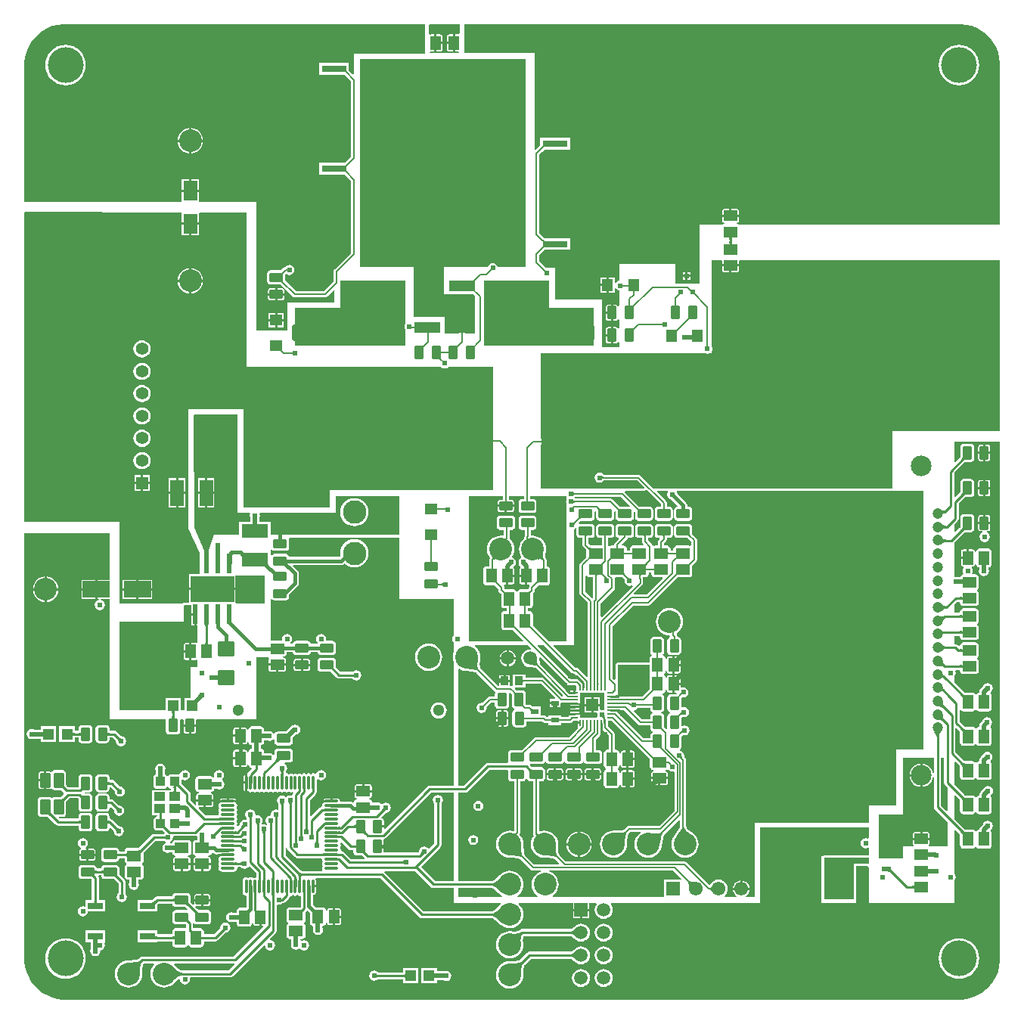
<source format=gtl>
G04*
G04 #@! TF.GenerationSoftware,Altium Limited,Altium Designer,20.1.11 (218)*
G04*
G04 Layer_Physical_Order=1*
G04 Layer_Color=255*
%FSAX25Y25*%
%MOIN*%
G70*
G04*
G04 #@! TF.SameCoordinates,67A62120-44F4-422E-8626-A4E8A68DA6A5*
G04*
G04*
G04 #@! TF.FilePolarity,Positive*
G04*
G01*
G75*
%ADD17C,0.01000*%
%ADD18C,0.00600*%
G04:AMPARAMS|DCode=26|XSize=41.34mil|YSize=59.06mil|CornerRadius=4.13mil|HoleSize=0mil|Usage=FLASHONLY|Rotation=180.000|XOffset=0mil|YOffset=0mil|HoleType=Round|Shape=RoundedRectangle|*
%AMROUNDEDRECTD26*
21,1,0.04134,0.05079,0,0,180.0*
21,1,0.03307,0.05906,0,0,180.0*
1,1,0.00827,-0.01654,0.02539*
1,1,0.00827,0.01654,0.02539*
1,1,0.00827,0.01654,-0.02539*
1,1,0.00827,-0.01654,-0.02539*
%
%ADD26ROUNDEDRECTD26*%
%ADD27R,0.11811X0.05906*%
G04:AMPARAMS|DCode=28|XSize=41.34mil|YSize=59.06mil|CornerRadius=4.13mil|HoleSize=0mil|Usage=FLASHONLY|Rotation=90.000|XOffset=0mil|YOffset=0mil|HoleType=Round|Shape=RoundedRectangle|*
%AMROUNDEDRECTD28*
21,1,0.04134,0.05079,0,0,90.0*
21,1,0.03307,0.05906,0,0,90.0*
1,1,0.00827,0.02539,0.01654*
1,1,0.00827,0.02539,-0.01654*
1,1,0.00827,-0.02539,-0.01654*
1,1,0.00827,-0.02539,0.01654*
%
%ADD28ROUNDEDRECTD28*%
%ADD29R,0.02362X0.35039*%
%ADD30R,0.11417X0.40158*%
%ADD31R,0.11614X0.35039*%
%ADD32R,0.06496X0.40158*%
%ADD33R,0.11024X0.03150*%
%ADD34R,0.04724X0.04724*%
G04:AMPARAMS|DCode=35|XSize=49.21mil|YSize=62.99mil|CornerRadius=4.92mil|HoleSize=0mil|Usage=FLASHONLY|Rotation=180.000|XOffset=0mil|YOffset=0mil|HoleType=Round|Shape=RoundedRectangle|*
%AMROUNDEDRECTD35*
21,1,0.04921,0.05315,0,0,180.0*
21,1,0.03937,0.06299,0,0,180.0*
1,1,0.00984,-0.01968,0.02657*
1,1,0.00984,0.01968,0.02657*
1,1,0.00984,0.01968,-0.02657*
1,1,0.00984,-0.01968,-0.02657*
%
%ADD35ROUNDEDRECTD35*%
G04:AMPARAMS|DCode=36|XSize=49.21mil|YSize=62.99mil|CornerRadius=4.92mil|HoleSize=0mil|Usage=FLASHONLY|Rotation=90.000|XOffset=0mil|YOffset=0mil|HoleType=Round|Shape=RoundedRectangle|*
%AMROUNDEDRECTD36*
21,1,0.04921,0.05315,0,0,90.0*
21,1,0.03937,0.06299,0,0,90.0*
1,1,0.00984,0.02657,0.01968*
1,1,0.00984,0.02657,-0.01968*
1,1,0.00984,-0.02657,-0.01968*
1,1,0.00984,-0.02657,0.01968*
%
%ADD36ROUNDEDRECTD36*%
G04:AMPARAMS|DCode=37|XSize=43.31mil|YSize=39.37mil|CornerRadius=3.94mil|HoleSize=0mil|Usage=FLASHONLY|Rotation=270.000|XOffset=0mil|YOffset=0mil|HoleType=Round|Shape=RoundedRectangle|*
%AMROUNDEDRECTD37*
21,1,0.04331,0.03150,0,0,270.0*
21,1,0.03543,0.03937,0,0,270.0*
1,1,0.00787,-0.01575,-0.01772*
1,1,0.00787,-0.01575,0.01772*
1,1,0.00787,0.01575,0.01772*
1,1,0.00787,0.01575,-0.01772*
%
%ADD37ROUNDEDRECTD37*%
%ADD38R,0.04724X0.03937*%
%ADD39R,0.04331X0.02362*%
%ADD40R,0.05512X0.05512*%
%ADD41R,0.00866X0.02913*%
%ADD42R,0.02913X0.00866*%
%ADD43O,0.01181X0.06299*%
%ADD44O,0.06299X0.01181*%
%ADD45R,0.06693X0.03150*%
%ADD46R,0.03543X0.03937*%
%ADD47R,0.03543X0.03937*%
G04:AMPARAMS|DCode=48|XSize=236.22mil|YSize=393.7mil|CornerRadius=11.81mil|HoleSize=0mil|Usage=FLASHONLY|Rotation=0.000|XOffset=0mil|YOffset=0mil|HoleType=Round|Shape=RoundedRectangle|*
%AMROUNDEDRECTD48*
21,1,0.23622,0.37008,0,0,0.0*
21,1,0.21260,0.39370,0,0,0.0*
1,1,0.02362,0.10630,-0.18504*
1,1,0.02362,-0.10630,-0.18504*
1,1,0.02362,-0.10630,0.18504*
1,1,0.02362,0.10630,0.18504*
%
%ADD48ROUNDEDRECTD48*%
G04:AMPARAMS|DCode=49|XSize=70.87mil|YSize=157.48mil|CornerRadius=7.09mil|HoleSize=0mil|Usage=FLASHONLY|Rotation=90.000|XOffset=0mil|YOffset=0mil|HoleType=Round|Shape=RoundedRectangle|*
%AMROUNDEDRECTD49*
21,1,0.07087,0.14331,0,0,90.0*
21,1,0.05669,0.15748,0,0,90.0*
1,1,0.01417,0.07165,0.02835*
1,1,0.01417,0.07165,-0.02835*
1,1,0.01417,-0.07165,-0.02835*
1,1,0.01417,-0.07165,0.02835*
%
%ADD49ROUNDEDRECTD49*%
%ADD50R,0.03543X0.02362*%
%ADD51R,0.01968X0.02165*%
%ADD52R,0.02362X0.02165*%
%ADD53R,0.25591X0.21850*%
%ADD54R,0.11221X0.04921*%
%ADD55R,0.07900X0.23600*%
%ADD56R,0.06417X0.08584*%
%ADD57R,0.05512X0.05118*%
%ADD58R,0.05118X0.05512*%
G04:AMPARAMS|DCode=59|XSize=45.28mil|YSize=66.93mil|CornerRadius=4.53mil|HoleSize=0mil|Usage=FLASHONLY|Rotation=180.000|XOffset=0mil|YOffset=0mil|HoleType=Round|Shape=RoundedRectangle|*
%AMROUNDEDRECTD59*
21,1,0.04528,0.05787,0,0,180.0*
21,1,0.03622,0.06693,0,0,180.0*
1,1,0.00906,-0.01811,0.02894*
1,1,0.00906,0.01811,0.02894*
1,1,0.00906,0.01811,-0.02894*
1,1,0.00906,-0.01811,-0.02894*
%
%ADD59ROUNDEDRECTD59*%
%ADD60R,0.11900X0.07200*%
G04:AMPARAMS|DCode=61|XSize=74.8mil|YSize=68.9mil|CornerRadius=6.89mil|HoleSize=0mil|Usage=FLASHONLY|Rotation=180.000|XOffset=0mil|YOffset=0mil|HoleType=Round|Shape=RoundedRectangle|*
%AMROUNDEDRECTD61*
21,1,0.07480,0.05512,0,0,180.0*
21,1,0.06102,0.06890,0,0,180.0*
1,1,0.01378,-0.03051,0.02756*
1,1,0.01378,0.03051,0.02756*
1,1,0.01378,0.03051,-0.02756*
1,1,0.01378,-0.03051,-0.02756*
%
%ADD61ROUNDEDRECTD61*%
%ADD62R,0.05906X0.11811*%
%ADD80R,0.01968X0.08661*%
%ADD114R,0.19291X0.11614*%
%ADD115C,0.01500*%
%ADD116C,0.02000*%
%ADD117C,0.06102*%
%ADD118R,0.06102X0.06102*%
%ADD119C,0.10000*%
%ADD120C,0.04724*%
%ADD121C,0.09094*%
%ADD122C,0.05118*%
%ADD123C,0.09000*%
%ADD124R,0.05543X0.05543*%
%ADD125C,0.05543*%
%ADD126C,0.10335*%
%ADD127C,0.02000*%
%ADD128C,0.05906*%
%ADD129C,0.15748*%
%ADD130R,0.05906X0.05906*%
%ADD131C,0.37402*%
%ADD132C,0.02400*%
G36*
X0173602Y0013978D02*
X0173102Y0013567D01*
X0173087Y0013570D01*
X0171619D01*
Y0009799D01*
Y0006028D01*
X0172969D01*
X0173313Y0005636D01*
X0173321Y0005622D01*
X0173206Y0005299D01*
X0160382D01*
X0160366Y0005799D01*
X0160790Y0006072D01*
X0161013Y0006028D01*
X0162481D01*
Y0009799D01*
Y0013570D01*
X0161013D01*
X0160694Y0013507D01*
X0160334Y0013700D01*
X0160190Y0013822D01*
X0160138Y0017800D01*
X0160490Y0018156D01*
X0173602D01*
Y0013978D01*
D02*
G37*
G36*
X0158400Y0005199D02*
X0127000Y0005199D01*
Y-0003873D01*
X0126538Y-0004064D01*
X0124847Y-0002373D01*
Y0000909D01*
X0111824D01*
Y-0004240D01*
X0122965D01*
X0125775Y-0007050D01*
Y-0040289D01*
X0122973Y-0043091D01*
X0111824D01*
Y-0048240D01*
X0122955D01*
X0125765Y-0051050D01*
Y-0082820D01*
X0118781Y-0089805D01*
X0118532D01*
Y-0090053D01*
X0118245Y-0090482D01*
X0118145Y-0090990D01*
Y-0095384D01*
X0113806Y-0099722D01*
X0101616D01*
X0096780Y-0094887D01*
Y-0092308D01*
X0097167Y-0091922D01*
X0097752Y-0092313D01*
X0098610Y-0092484D01*
X0099468Y-0092313D01*
X0100196Y-0091827D01*
X0100682Y-0091099D01*
X0100853Y-0090241D01*
X0100682Y-0089382D01*
X0100196Y-0088655D01*
X0099468Y-0088168D01*
X0098610Y-0087998D01*
X0097752Y-0088168D01*
X0097024Y-0088655D01*
X0096831Y-0088944D01*
X0096466Y-0089016D01*
X0096036Y-0089303D01*
X0094906Y-0090434D01*
X0090261D01*
X0089709Y-0090544D01*
X0089242Y-0090856D01*
X0088929Y-0091323D01*
X0088820Y-0091875D01*
Y-0095182D01*
X0088929Y-0095733D01*
X0089242Y-0096201D01*
X0089709Y-0096513D01*
X0090261Y-0096623D01*
X0094768D01*
X0100130Y-0101985D01*
X0100560Y-0102273D01*
X0101067Y-0102374D01*
X0114355D01*
X0114863Y-0102273D01*
X0115293Y-0101985D01*
X0118070Y-0099208D01*
X0118532Y-0099399D01*
Y-0104501D01*
X0097800D01*
Y-0117059D01*
X0084200D01*
X0084200Y-0060301D01*
X0059259D01*
X0058809Y-0060180D01*
X0058809Y-0059801D01*
Y-0055788D01*
X0055000D01*
X0051192D01*
Y-0059801D01*
X0051192Y-0060180D01*
X0050742Y-0060301D01*
X-0018156D01*
Y-0000000D01*
Y0001190D01*
X-0017845Y0003550D01*
X-0017229Y0005849D01*
X-0016318Y0008047D01*
X-0015128Y0010108D01*
X-0013679Y0011997D01*
X-0011997Y0013679D01*
X-0010108Y0015128D01*
X-0008047Y0016318D01*
X-0005849Y0017229D01*
X-0003550Y0017845D01*
X-0001190Y0018156D01*
X0158400D01*
Y0005199D01*
D02*
G37*
G36*
X0397250Y0017845D02*
X0399549Y0017229D01*
X0401748Y0016318D01*
X0403809Y0015128D01*
X0405697Y0013679D01*
X0407380Y0011997D01*
X0408829Y0010108D01*
X0410019Y0008047D01*
X0410930Y0005849D01*
X0411546Y0003550D01*
X0411857Y0001190D01*
Y-0000000D01*
Y-0070201D01*
X0296464D01*
X0296304Y-0070094D01*
X0295722Y-0069978D01*
Y-0069502D01*
X0296148Y-0069418D01*
X0296510Y-0069176D01*
X0296751Y-0068815D01*
X0296836Y-0068389D01*
Y-0066920D01*
X0293065D01*
X0289294D01*
Y-0068389D01*
X0289378Y-0068815D01*
X0289620Y-0069176D01*
X0289981Y-0069418D01*
X0290407Y-0069502D01*
Y-0069978D01*
X0289825Y-0070094D01*
X0289665Y-0070201D01*
X0279400D01*
Y-0087668D01*
Y-0096242D01*
X0268749D01*
Y-0087668D01*
X0243931D01*
Y-0095037D01*
X0243596Y-0095103D01*
X0242868Y-0095590D01*
X0242550Y-0096065D01*
X0242051Y-0095913D01*
Y-0093462D01*
X0239391D01*
Y-0096817D01*
Y-0100173D01*
X0242051D01*
Y-0098439D01*
X0242550Y-0098287D01*
X0242868Y-0098762D01*
X0243596Y-0099248D01*
X0243931Y-0099315D01*
Y-0105932D01*
X0243468Y-0106146D01*
X0243431Y-0106140D01*
X0243224Y-0105831D01*
X0242889Y-0105607D01*
X0242494Y-0105528D01*
X0241340D01*
Y-0109101D01*
Y-0112673D01*
X0242494D01*
X0242889Y-0112595D01*
X0243224Y-0112371D01*
X0243431Y-0112062D01*
X0243468Y-0112056D01*
X0243931Y-0112269D01*
Y-0115831D01*
X0243468Y-0116046D01*
X0243431Y-0116040D01*
X0243224Y-0115731D01*
X0242889Y-0115507D01*
X0242494Y-0115428D01*
X0241340D01*
Y-0119001D01*
Y-0122573D01*
X0242494D01*
X0242889Y-0122495D01*
X0243224Y-0122271D01*
X0243431Y-0121962D01*
X0243468Y-0121956D01*
X0243931Y-0122170D01*
Y-0124401D01*
X0236333D01*
Y-0103301D01*
X0215600D01*
Y-0089305D01*
X0211728D01*
X0208805Y-0086382D01*
Y-0083733D01*
X0211127Y-0081411D01*
X0222276D01*
Y-0076261D01*
X0211155D01*
X0210743Y-0075849D01*
X0210717Y-0075832D01*
X0210107Y-0075223D01*
X0210090Y-0075196D01*
X0208856Y-0073962D01*
Y-0039350D01*
X0210011Y-0038195D01*
X0210110Y-0038128D01*
X0211127Y-0037111D01*
X0222276D01*
Y-0031961D01*
X0209253D01*
Y-0035236D01*
X0208302Y-0036187D01*
X0208203Y-0036254D01*
X0207162Y-0037294D01*
X0206700Y-0037103D01*
Y0005299D01*
X0175849D01*
Y0018156D01*
X0394891D01*
X0397250Y0017845D01*
D02*
G37*
G36*
X0293970Y-0075924D02*
X0293885Y-0075954D01*
X0293810Y-0076005D01*
X0293745Y-0076076D01*
X0293690Y-0076167D01*
X0293645Y-0076278D01*
X0293610Y-0076410D01*
X0293585Y-0076561D01*
X0293570Y-0076734D01*
X0293565Y-0076926D01*
X0292565D01*
X0292560Y-0076734D01*
X0292545Y-0076561D01*
X0292520Y-0076410D01*
X0292485Y-0076278D01*
X0292440Y-0076167D01*
X0292385Y-0076076D01*
X0292320Y-0076005D01*
X0292245Y-0075954D01*
X0292160Y-0075924D01*
X0292065Y-0075914D01*
X0294065D01*
X0293970Y-0075924D01*
D02*
G37*
G36*
X0293570Y-0077855D02*
X0293585Y-0078027D01*
X0293610Y-0078179D01*
X0293645Y-0078310D01*
X0293690Y-0078422D01*
X0293745Y-0078513D01*
X0293810Y-0078584D01*
X0293885Y-0078634D01*
X0293970Y-0078664D01*
X0294065Y-0078675D01*
X0292065D01*
X0292160Y-0078664D01*
X0292245Y-0078634D01*
X0292320Y-0078584D01*
X0292385Y-0078513D01*
X0292440Y-0078422D01*
X0292485Y-0078310D01*
X0292520Y-0078179D01*
X0292545Y-0078027D01*
X0292560Y-0077855D01*
X0292565Y-0077663D01*
X0293565D01*
X0293570Y-0077855D01*
D02*
G37*
G36*
X0411857Y-0161401D02*
X0364500D01*
Y-0186602D01*
X0259246D01*
X0253487Y-0180844D01*
X0253057Y-0180556D01*
X0252550Y-0180455D01*
X0237240D01*
X0237238Y-0180455D01*
X0237213Y-0180443D01*
X0237177Y-0180422D01*
X0237144Y-0180400D01*
X0237008Y-0180287D01*
X0236946Y-0180195D01*
X0236218Y-0179708D01*
X0235360Y-0179538D01*
X0234502Y-0179708D01*
X0233774Y-0180195D01*
X0233288Y-0180922D01*
X0233117Y-0181781D01*
X0233288Y-0182639D01*
X0233774Y-0183367D01*
X0234502Y-0183853D01*
X0235360Y-0184024D01*
X0236218Y-0183853D01*
X0236946Y-0183367D01*
X0237009Y-0183273D01*
X0237014Y-0183268D01*
X0237077Y-0183213D01*
X0237131Y-0183171D01*
X0237177Y-0183140D01*
X0237213Y-0183119D01*
X0237238Y-0183107D01*
X0237240Y-0183106D01*
X0252001D01*
X0255035Y-0186140D01*
X0254844Y-0186602D01*
X0209540D01*
Y-0167426D01*
X0221188D01*
X0221301Y-0167449D01*
X0221808Y-0167348D01*
X0222238Y-0167060D01*
X0222525Y-0166630D01*
X0222626Y-0166123D01*
X0222525Y-0165616D01*
X0222238Y-0165186D01*
X0222216Y-0165164D01*
X0221786Y-0164876D01*
X0221278Y-0164775D01*
X0209540D01*
Y-0127001D01*
X0281953D01*
X0282062Y-0127073D01*
X0282920Y-0127244D01*
X0283778Y-0127073D01*
X0283887Y-0127001D01*
X0284900D01*
Y-0125997D01*
X0284992Y-0125859D01*
X0285163Y-0125001D01*
X0284992Y-0124142D01*
X0284900Y-0124004D01*
Y-0086001D01*
X0289131D01*
X0289294Y-0086199D01*
Y-0087668D01*
X0293065D01*
X0296836D01*
Y-0086199D01*
X0296999Y-0086001D01*
X0411857D01*
Y-0161401D01*
D02*
G37*
G36*
X0202900Y-0089001D02*
X0190447D01*
X0190352Y-0088522D01*
X0189866Y-0087795D01*
X0189138Y-0087309D01*
X0188280Y-0087138D01*
X0187422Y-0087309D01*
X0186694Y-0087795D01*
X0186208Y-0088522D01*
X0186112Y-0089001D01*
X0166880D01*
X0166880Y-0100991D01*
X0179705D01*
X0180590Y-0101875D01*
Y-0118371D01*
X0175929D01*
Y-0115471D01*
X0175828Y-0114964D01*
X0175540Y-0114533D01*
X0175110Y-0114246D01*
X0174603Y-0114145D01*
X0174096Y-0114246D01*
X0173666Y-0114533D01*
X0173379Y-0114964D01*
X0173278Y-0115471D01*
Y-0118371D01*
X0167200D01*
X0167200Y-0111081D01*
X0153430Y-0111081D01*
X0153430Y-0089001D01*
X0129629D01*
X0129629Y0002862D01*
X0202900D01*
X0202900Y-0089001D01*
D02*
G37*
G36*
X0149700Y-0114103D02*
X0149500Y-0114402D01*
X0149329Y-0115261D01*
X0149500Y-0116119D01*
X0149700Y-0116418D01*
Y-0123501D01*
X0101207D01*
Y-0106901D01*
X0121000D01*
Y-0094801D01*
X0149700D01*
Y-0114103D01*
D02*
G37*
G36*
X0213000Y-0107046D02*
X0232793D01*
Y-0123646D01*
X0184300D01*
Y-0094946D01*
X0213000D01*
Y-0107046D01*
D02*
G37*
G36*
X0396696Y-0173837D02*
X0396620Y-0173781D01*
X0396529Y-0173754D01*
X0396424Y-0173754D01*
X0396305Y-0173784D01*
X0396170Y-0173841D01*
X0396022Y-0173927D01*
X0395859Y-0174042D01*
X0395681Y-0174185D01*
X0395281Y-0174557D01*
X0394591Y-0173832D01*
X0394790Y-0173627D01*
X0395102Y-0173259D01*
X0395216Y-0173096D01*
X0395303Y-0172947D01*
X0395360Y-0172813D01*
X0395390Y-0172693D01*
X0395392Y-0172587D01*
X0395365Y-0172495D01*
X0395311Y-0172418D01*
X0396696Y-0173837D01*
D02*
G37*
G36*
X0236322Y-0181043D02*
X0236531Y-0181216D01*
X0236635Y-0181286D01*
X0236738Y-0181346D01*
X0236840Y-0181394D01*
X0236942Y-0181432D01*
X0237042Y-0181459D01*
X0237142Y-0181475D01*
X0237242Y-0181481D01*
Y-0182081D01*
X0237142Y-0182086D01*
X0237042Y-0182102D01*
X0236942Y-0182129D01*
X0236840Y-0182167D01*
X0236738Y-0182216D01*
X0236635Y-0182275D01*
X0236531Y-0182345D01*
X0236427Y-0182426D01*
X0236322Y-0182518D01*
X0236217Y-0182621D01*
Y-0180941D01*
X0236322Y-0181043D01*
D02*
G37*
G36*
X0050735Y-0064916D02*
X0051192Y-0065020D01*
X0051192Y-0065417D01*
Y-0069412D01*
X0055000D01*
X0058809D01*
Y-0065440D01*
X0059276Y-0064941D01*
X0079600Y-0065001D01*
Y-0133001D01*
X0165497Y-0133001D01*
X0165514Y-0133027D01*
X0166242Y-0133513D01*
X0167100Y-0133684D01*
X0167958Y-0133513D01*
X0168686Y-0133027D01*
X0168703Y-0133001D01*
X0188430D01*
X0188430Y-0187118D01*
X0116300Y-0187118D01*
X0116300Y-0194801D01*
X0078300D01*
Y-0151601D01*
X0054000D01*
Y-0204201D01*
X0059051Y-0215039D01*
Y-0224375D01*
X0054354D01*
Y-0230282D01*
X0064600D01*
X0074846D01*
Y-0225001D01*
X0087900D01*
Y-0237301D01*
X0075299D01*
X0074846Y-0236801D01*
Y-0231282D01*
X0064600D01*
X0054354D01*
Y-0236495D01*
X0054001Y-0236849D01*
X0052281Y-0236849D01*
X0052280Y-0236849D01*
X0052280Y-0236849D01*
X0052087Y-0236888D01*
X0051890Y-0236927D01*
X0051890Y-0236927D01*
X0051889Y-0236927D01*
X0051729Y-0237035D01*
X0051560Y-0237148D01*
X0051559Y-0237148D01*
X0051559Y-0237148D01*
X0051407Y-0237301D01*
X0023843Y-0237301D01*
Y-0201401D01*
X-0018156D01*
Y-0065067D01*
X-0017802Y-0064714D01*
X0050735Y-0064916D01*
D02*
G37*
G36*
X0396709Y-0189297D02*
X0396633Y-0189242D01*
X0396542Y-0189214D01*
X0396437Y-0189215D01*
X0396317Y-0189245D01*
X0396182Y-0189303D01*
X0396034Y-0189389D01*
X0395871Y-0189503D01*
X0395693Y-0189646D01*
X0395295Y-0190016D01*
X0394591Y-0189306D01*
X0394791Y-0189100D01*
X0395104Y-0188731D01*
X0395218Y-0188568D01*
X0395304Y-0188419D01*
X0395362Y-0188285D01*
X0395392Y-0188165D01*
X0395393Y-0188059D01*
X0395366Y-0187968D01*
X0395311Y-0187891D01*
X0396709Y-0189297D01*
D02*
G37*
G36*
X0223793Y-0188133D02*
X0224002Y-0188306D01*
X0224105Y-0188376D01*
X0224208Y-0188436D01*
X0224310Y-0188484D01*
X0224412Y-0188522D01*
X0224512Y-0188549D01*
X0224612Y-0188565D01*
X0224712Y-0188571D01*
Y-0189171D01*
X0224612Y-0189176D01*
X0224512Y-0189192D01*
X0224412Y-0189219D01*
X0224310Y-0189257D01*
X0224208Y-0189306D01*
X0224105Y-0189365D01*
X0224002Y-0189435D01*
X0223897Y-0189516D01*
X0223793Y-0189608D01*
X0223687Y-0189711D01*
Y-0188031D01*
X0223793Y-0188133D01*
D02*
G37*
G36*
Y-0191613D02*
X0224002Y-0191786D01*
X0224105Y-0191856D01*
X0224208Y-0191916D01*
X0224310Y-0191964D01*
X0224412Y-0192002D01*
X0224512Y-0192029D01*
X0224612Y-0192045D01*
X0224712Y-0192051D01*
Y-0192651D01*
X0224612Y-0192656D01*
X0224512Y-0192672D01*
X0224412Y-0192699D01*
X0224310Y-0192737D01*
X0224208Y-0192786D01*
X0224105Y-0192845D01*
X0224002Y-0192915D01*
X0223897Y-0192996D01*
X0223793Y-0193088D01*
X0223687Y-0193191D01*
Y-0191511D01*
X0223793Y-0191613D01*
D02*
G37*
G36*
X0243425Y-0190216D02*
X0244756D01*
X0248674Y-0194134D01*
X0248467Y-0194634D01*
X0244323D01*
X0241102Y-0191414D01*
X0240672Y-0191126D01*
X0240165Y-0191025D01*
X0224710D01*
X0224708Y-0191024D01*
X0224683Y-0191013D01*
X0224647Y-0190992D01*
X0224614Y-0190970D01*
X0224585Y-0190945D01*
X0224464Y-0190595D01*
X0224510Y-0190433D01*
X0224583Y-0190275D01*
X0224601Y-0190261D01*
X0224647Y-0190230D01*
X0224683Y-0190209D01*
X0224708Y-0190197D01*
X0224710Y-0190196D01*
X0243325D01*
X0243425Y-0190216D01*
D02*
G37*
G36*
X0224281Y-0194974D02*
X0224228Y-0195029D01*
X0224143Y-0195129D01*
X0224110Y-0195175D01*
X0224084Y-0195217D01*
X0224065Y-0195256D01*
X0224053Y-0195292D01*
X0224047Y-0195325D01*
X0224048Y-0195355D01*
X0224056Y-0195382D01*
X0223449Y-0194775D01*
X0223476Y-0194783D01*
X0223506Y-0194784D01*
X0223539Y-0194778D01*
X0223575Y-0194766D01*
X0223614Y-0194747D01*
X0223656Y-0194721D01*
X0223702Y-0194688D01*
X0223750Y-0194649D01*
X0223857Y-0194550D01*
X0224281Y-0194974D01*
D02*
G37*
G36*
X0263932Y-0195183D02*
X0263941Y-0195287D01*
X0263956Y-0195378D01*
X0263977Y-0195458D01*
X0264004Y-0195525D01*
X0264037Y-0195580D01*
X0264076Y-0195623D01*
X0264121Y-0195654D01*
X0264172Y-0195672D01*
X0264229Y-0195678D01*
X0263029D01*
X0263086Y-0195672D01*
X0263137Y-0195654D01*
X0263182Y-0195623D01*
X0263221Y-0195580D01*
X0263254Y-0195525D01*
X0263281Y-0195458D01*
X0263302Y-0195378D01*
X0263317Y-0195287D01*
X0263326Y-0195183D01*
X0263329Y-0195066D01*
X0263929D01*
X0263932Y-0195183D01*
D02*
G37*
G36*
X0252205Y-0195362D02*
X0252427Y-0195551D01*
X0252525Y-0195620D01*
X0252614Y-0195672D01*
X0252694Y-0195707D01*
X0252766Y-0195726D01*
X0252829Y-0195727D01*
X0252884Y-0195711D01*
X0252929Y-0195678D01*
X0252093Y-0196515D01*
X0252125Y-0196469D01*
X0252141Y-0196415D01*
X0252140Y-0196352D01*
X0252122Y-0196280D01*
X0252087Y-0196200D01*
X0252034Y-0196110D01*
X0251965Y-0196012D01*
X0251879Y-0195906D01*
X0251656Y-0195666D01*
X0252081Y-0195242D01*
X0252205Y-0195362D01*
D02*
G37*
G36*
X0243605D02*
X0243827Y-0195551D01*
X0243925Y-0195620D01*
X0244014Y-0195672D01*
X0244094Y-0195707D01*
X0244166Y-0195726D01*
X0244229Y-0195727D01*
X0244284Y-0195711D01*
X0244329Y-0195678D01*
X0243493Y-0196515D01*
X0243525Y-0196469D01*
X0243541Y-0196415D01*
X0243540Y-0196352D01*
X0243522Y-0196280D01*
X0243487Y-0196200D01*
X0243435Y-0196110D01*
X0243365Y-0196012D01*
X0243279Y-0195906D01*
X0243056Y-0195666D01*
X0243481Y-0195242D01*
X0243605Y-0195362D01*
D02*
G37*
G36*
X0235005D02*
X0235227Y-0195551D01*
X0235325Y-0195620D01*
X0235414Y-0195672D01*
X0235494Y-0195707D01*
X0235566Y-0195726D01*
X0235629Y-0195727D01*
X0235683Y-0195711D01*
X0235729Y-0195678D01*
X0234893Y-0196515D01*
X0234925Y-0196469D01*
X0234941Y-0196415D01*
X0234940Y-0196352D01*
X0234922Y-0196280D01*
X0234887Y-0196200D01*
X0234835Y-0196110D01*
X0234765Y-0196012D01*
X0234679Y-0195906D01*
X0234456Y-0195666D01*
X0234881Y-0195242D01*
X0235005Y-0195362D01*
D02*
G37*
G36*
X0220700Y-0191782D02*
X0220587Y-0192351D01*
X0220700Y-0192919D01*
Y-0254001D01*
X0212974D01*
X0205953Y-0246980D01*
Y-0242122D01*
X0205837Y-0241540D01*
X0205507Y-0241046D01*
X0205013Y-0240716D01*
X0204431Y-0240600D01*
X0203788D01*
Y-0239422D01*
X0204431D01*
X0205013Y-0239307D01*
X0205507Y-0238977D01*
X0205837Y-0238483D01*
X0205953Y-0237901D01*
Y-0232939D01*
X0206457Y-0232435D01*
X0206745Y-0232005D01*
X0206845Y-0231497D01*
Y-0230844D01*
X0208447Y-0229242D01*
X0208452Y-0229237D01*
X0212035D01*
X0212618Y-0229122D01*
X0213111Y-0228792D01*
X0213441Y-0228298D01*
X0213557Y-0227716D01*
Y-0222401D01*
X0213441Y-0221819D01*
X0213111Y-0221325D01*
X0212618Y-0220996D01*
X0212035Y-0220880D01*
X0211926D01*
Y-0218065D01*
X0211825Y-0217558D01*
X0211613Y-0217241D01*
X0211576Y-0217177D01*
X0211554Y-0217152D01*
X0211537Y-0217128D01*
X0211492Y-0217082D01*
X0211444Y-0217028D01*
X0211377Y-0216929D01*
X0211329Y-0216831D01*
X0211295Y-0216726D01*
X0211274Y-0216607D01*
X0211267Y-0216467D01*
X0211279Y-0216301D01*
X0211313Y-0216108D01*
X0211374Y-0215887D01*
X0211437Y-0215716D01*
X0211464Y-0215666D01*
X0211807Y-0214535D01*
X0211923Y-0213359D01*
X0211807Y-0212182D01*
X0211464Y-0211051D01*
X0210907Y-0210009D01*
X0210157Y-0209095D01*
X0209243Y-0208346D01*
X0208201Y-0207788D01*
X0207070Y-0207445D01*
X0205894Y-0207330D01*
X0205306Y-0207387D01*
X0204936Y-0207052D01*
Y-0204853D01*
X0206150D01*
X0206701Y-0204744D01*
X0207169Y-0204431D01*
X0207481Y-0203964D01*
X0207591Y-0203412D01*
Y-0200105D01*
X0207481Y-0199554D01*
X0207169Y-0199086D01*
X0206701Y-0198774D01*
X0206150Y-0198664D01*
X0201071D01*
X0200519Y-0198774D01*
X0200052Y-0199086D01*
X0199740Y-0199554D01*
X0199630Y-0200105D01*
Y-0203412D01*
X0199740Y-0203964D01*
X0200052Y-0204431D01*
X0200519Y-0204744D01*
X0201071Y-0204853D01*
X0202285D01*
Y-0207609D01*
X0202244Y-0207811D01*
Y-0208592D01*
X0201631Y-0209095D01*
X0200881Y-0210009D01*
X0200324Y-0211051D01*
X0199981Y-0212182D01*
X0199865Y-0213359D01*
X0199981Y-0214535D01*
X0200324Y-0215666D01*
X0200881Y-0216708D01*
X0200909Y-0216742D01*
X0200736Y-0217320D01*
X0200228Y-0217659D01*
X0199786Y-0218320D01*
X0199631Y-0219101D01*
Y-0219371D01*
X0199786Y-0220151D01*
X0200228Y-0220813D01*
X0200368Y-0220953D01*
X0200299Y-0221591D01*
X0200264Y-0221614D01*
X0200023Y-0221975D01*
X0199938Y-0222401D01*
Y-0224559D01*
X0203020D01*
Y-0225059D01*
X0203520D01*
Y-0228830D01*
X0204403D01*
X0204610Y-0229330D01*
X0204583Y-0229357D01*
X0204295Y-0229787D01*
X0204194Y-0230295D01*
Y-0230948D01*
X0204083Y-0231060D01*
X0204078Y-0231065D01*
X0200494D01*
X0199912Y-0231181D01*
X0199418Y-0231510D01*
X0199221Y-0231806D01*
X0198657D01*
X0198460Y-0231510D01*
X0197966Y-0231181D01*
X0197384Y-0231065D01*
X0193696D01*
X0193465Y-0230834D01*
Y-0230281D01*
X0193365Y-0229774D01*
X0193077Y-0229344D01*
X0193063Y-0229330D01*
X0193270Y-0228830D01*
X0194168D01*
Y-0225059D01*
X0194668D01*
Y-0224559D01*
X0197750D01*
Y-0222401D01*
X0197665Y-0221975D01*
X0197424Y-0221614D01*
X0197387Y-0220988D01*
X0197872Y-0220503D01*
X0198314Y-0219841D01*
X0198469Y-0219061D01*
X0198314Y-0218280D01*
X0197872Y-0217619D01*
X0197210Y-0217177D01*
X0197012Y-0217137D01*
X0196865Y-0216598D01*
X0197364Y-0215666D01*
X0197707Y-0214535D01*
X0197823Y-0213359D01*
X0197707Y-0212182D01*
X0197364Y-0211051D01*
X0196807Y-0210009D01*
X0196057Y-0209095D01*
X0195724Y-0208823D01*
X0195794Y-0208472D01*
Y-0204853D01*
X0196617D01*
X0197168Y-0204744D01*
X0197636Y-0204431D01*
X0197948Y-0203964D01*
X0198058Y-0203412D01*
Y-0200105D01*
X0197948Y-0199554D01*
X0197636Y-0199086D01*
X0197168Y-0198774D01*
X0196617Y-0198664D01*
X0191538D01*
X0190986Y-0198774D01*
X0190519Y-0199086D01*
X0190207Y-0199554D01*
X0190097Y-0200105D01*
Y-0203412D01*
X0190207Y-0203964D01*
X0190519Y-0204431D01*
X0190986Y-0204744D01*
X0191538Y-0204853D01*
X0193143D01*
Y-0207014D01*
X0192643Y-0207413D01*
X0191794Y-0207330D01*
X0190618Y-0207445D01*
X0189487Y-0207788D01*
X0188444Y-0208346D01*
X0187531Y-0209095D01*
X0186781Y-0210009D01*
X0186224Y-0211051D01*
X0185881Y-0212182D01*
X0185765Y-0213359D01*
X0185881Y-0214535D01*
X0186224Y-0215666D01*
X0186781Y-0216708D01*
X0186986Y-0216958D01*
X0186991Y-0216973D01*
X0187023Y-0217009D01*
X0187042Y-0217052D01*
X0187093Y-0217124D01*
X0187075Y-0217143D01*
X0187057Y-0217169D01*
X0187042Y-0217186D01*
X0187010Y-0217240D01*
X0186787Y-0217573D01*
X0186687Y-0218080D01*
Y-0220880D01*
X0185652D01*
X0185070Y-0220996D01*
X0184576Y-0221325D01*
X0184246Y-0221819D01*
X0184131Y-0222401D01*
Y-0227716D01*
X0184246Y-0228298D01*
X0184576Y-0228792D01*
X0185070Y-0229122D01*
X0185652Y-0229237D01*
X0189222D01*
X0190814Y-0230830D01*
Y-0231383D01*
X0190915Y-0231890D01*
X0191203Y-0232320D01*
X0191907Y-0233025D01*
X0191926Y-0233045D01*
Y-0237901D01*
X0192042Y-0238483D01*
X0192371Y-0238977D01*
X0192865Y-0239307D01*
X0193447Y-0239422D01*
X0194482D01*
Y-0240600D01*
X0193447D01*
X0192865Y-0240716D01*
X0192371Y-0241046D01*
X0192042Y-0241540D01*
X0191926Y-0242122D01*
Y-0247437D01*
X0192042Y-0248019D01*
X0192371Y-0248512D01*
X0192865Y-0248842D01*
X0193447Y-0248958D01*
X0197169D01*
X0201749Y-0253539D01*
X0201558Y-0254001D01*
X0177699D01*
Y-0190029D01*
X0192752D01*
Y-0191552D01*
X0191538D01*
X0191142Y-0191631D01*
X0190807Y-0191855D01*
X0190583Y-0192190D01*
X0190505Y-0192586D01*
Y-0193739D01*
X0194077D01*
X0197650D01*
Y-0192586D01*
X0197571Y-0192190D01*
X0197347Y-0191855D01*
X0197012Y-0191631D01*
X0196617Y-0191552D01*
X0195403D01*
Y-0190029D01*
X0202194D01*
Y-0191144D01*
X0201071D01*
X0200519Y-0191254D01*
X0200052Y-0191567D01*
X0199740Y-0192034D01*
X0199630Y-0192586D01*
Y-0195893D01*
X0199740Y-0196444D01*
X0200052Y-0196912D01*
X0200519Y-0197224D01*
X0201071Y-0197334D01*
X0206150D01*
X0206701Y-0197224D01*
X0207169Y-0196912D01*
X0207481Y-0196444D01*
X0207591Y-0195893D01*
Y-0192586D01*
X0207481Y-0192034D01*
X0207169Y-0191567D01*
X0206701Y-0191254D01*
X0206150Y-0191144D01*
X0204845D01*
Y-0190029D01*
X0220700D01*
Y-0191782D01*
D02*
G37*
G36*
X0386041Y-0196042D02*
X0386148Y-0196118D01*
X0386268Y-0196186D01*
X0386399Y-0196244D01*
X0386543Y-0196294D01*
X0386699Y-0196334D01*
X0386867Y-0196366D01*
X0387048Y-0196388D01*
X0387240Y-0196402D01*
X0387444Y-0196406D01*
Y-0197406D01*
X0387302Y-0197412D01*
X0387172Y-0197431D01*
X0387055Y-0197461D01*
X0386951Y-0197503D01*
X0386860Y-0197558D01*
X0386782Y-0197625D01*
X0386716Y-0197704D01*
X0386663Y-0197795D01*
X0386624Y-0197898D01*
X0386596Y-0198014D01*
X0385946Y-0195956D01*
X0386041Y-0196042D01*
D02*
G37*
G36*
X0227129Y-0199780D02*
X0227083Y-0199747D01*
X0227029Y-0199731D01*
X0226966Y-0199732D01*
X0226894Y-0199751D01*
X0226814Y-0199786D01*
X0226725Y-0199838D01*
X0226627Y-0199907D01*
X0226520Y-0199993D01*
X0226281Y-0200216D01*
X0225856Y-0199792D01*
X0225976Y-0199668D01*
X0226165Y-0199446D01*
X0226235Y-0199348D01*
X0226287Y-0199258D01*
X0226322Y-0199178D01*
X0226340Y-0199106D01*
X0226341Y-0199043D01*
X0226325Y-0198989D01*
X0226293Y-0198943D01*
X0227129Y-0199780D01*
D02*
G37*
G36*
X0256265Y-0187371D02*
X0262304Y-0193409D01*
Y-0194634D01*
X0261090D01*
X0260538Y-0194744D01*
X0260071Y-0195056D01*
X0259758Y-0195524D01*
X0259649Y-0196075D01*
Y-0199382D01*
X0259758Y-0199934D01*
X0260071Y-0200401D01*
X0260538Y-0200714D01*
X0261090Y-0200824D01*
X0266169D01*
X0266720Y-0200714D01*
X0267188Y-0200401D01*
X0267500Y-0199934D01*
X0267610Y-0199382D01*
Y-0196075D01*
X0267500Y-0195524D01*
X0267188Y-0195056D01*
X0266720Y-0194744D01*
X0266169Y-0194634D01*
X0264955D01*
Y-0192860D01*
X0264854Y-0192353D01*
X0264566Y-0191923D01*
X0260728Y-0188084D01*
X0260919Y-0187622D01*
X0265295D01*
X0265562Y-0188122D01*
X0265368Y-0188412D01*
X0265197Y-0189271D01*
X0265368Y-0190129D01*
X0265854Y-0190857D01*
X0266582Y-0191343D01*
X0267090Y-0191444D01*
X0269839Y-0194193D01*
X0269592Y-0194654D01*
X0269138Y-0194744D01*
X0268671Y-0195056D01*
X0268358Y-0195524D01*
X0268249Y-0196075D01*
Y-0199382D01*
X0268358Y-0199934D01*
X0268671Y-0200401D01*
X0269138Y-0200714D01*
X0269690Y-0200823D01*
X0274769D01*
X0275320Y-0200714D01*
X0275788Y-0200401D01*
X0276100Y-0199934D01*
X0276210Y-0199382D01*
Y-0196075D01*
X0276100Y-0195524D01*
X0275788Y-0195056D01*
X0275320Y-0194744D01*
X0274769Y-0194634D01*
X0274013D01*
Y-0194060D01*
X0273878Y-0193377D01*
X0273491Y-0192798D01*
X0269614Y-0188921D01*
X0269512Y-0188412D01*
X0269318Y-0188122D01*
X0269586Y-0187622D01*
X0364500D01*
X0364890Y-0187544D01*
X0364896Y-0187540D01*
X0378130Y-0187561D01*
Y-0301491D01*
X0366060D01*
Y-0326301D01*
X0354250D01*
Y-0333901D01*
X0303760D01*
Y-0366611D01*
X0299874D01*
X0299844Y-0366557D01*
X0299745Y-0366111D01*
X0300404Y-0365605D01*
X0300989Y-0364842D01*
X0301357Y-0363954D01*
X0301417Y-0363501D01*
X0294183D01*
X0294243Y-0363954D01*
X0294611Y-0364842D01*
X0295196Y-0365605D01*
X0295855Y-0366111D01*
X0295756Y-0366557D01*
X0295726Y-0366611D01*
X0290571D01*
X0290402Y-0366111D01*
X0290689Y-0365890D01*
X0291339Y-0365044D01*
X0291747Y-0364058D01*
X0291886Y-0363001D01*
X0291747Y-0361943D01*
X0291339Y-0360958D01*
X0290689Y-0360111D01*
X0289843Y-0359462D01*
X0288858Y-0359054D01*
X0287800Y-0358915D01*
X0286742Y-0359054D01*
X0285757Y-0359462D01*
X0284911Y-0360111D01*
X0284261Y-0360958D01*
X0284239Y-0361012D01*
X0284199Y-0361073D01*
X0284132Y-0361163D01*
X0283912Y-0361240D01*
X0283514Y-0361252D01*
X0273698Y-0351436D01*
X0273268Y-0351149D01*
X0272761Y-0351048D01*
X0220570D01*
X0217642Y-0348120D01*
X0217596Y-0348062D01*
X0217518Y-0347915D01*
X0217425Y-0347663D01*
X0217332Y-0347315D01*
X0217248Y-0346875D01*
X0217181Y-0346369D01*
X0217068Y-0344284D01*
X0217068Y-0343499D01*
X0217077Y-0343401D01*
X0216962Y-0342225D01*
X0216618Y-0341094D01*
X0216061Y-0340051D01*
X0215312Y-0339138D01*
X0214398Y-0338388D01*
X0213356Y-0337831D01*
X0212225Y-0337488D01*
X0211048Y-0337372D01*
X0209872Y-0337488D01*
X0209180Y-0337698D01*
X0208680Y-0337327D01*
Y-0315590D01*
X0209894D01*
X0210445Y-0315480D01*
X0210913Y-0315168D01*
X0211225Y-0314700D01*
X0211335Y-0314149D01*
Y-0310842D01*
X0211225Y-0310290D01*
X0210913Y-0309823D01*
X0210445Y-0309510D01*
X0209894Y-0309401D01*
X0205570D01*
X0205349Y-0309213D01*
X0204692Y-0308556D01*
X0204755Y-0308307D01*
X0204914Y-0308070D01*
X0209894D01*
X0210445Y-0307961D01*
X0210913Y-0307648D01*
X0211225Y-0307181D01*
X0211275Y-0306932D01*
X0211784D01*
X0211834Y-0307181D01*
X0212146Y-0307648D01*
X0212614Y-0307961D01*
X0213165Y-0308070D01*
X0218244D01*
X0218795Y-0307961D01*
X0219263Y-0307648D01*
X0219575Y-0307181D01*
X0219624Y-0306932D01*
X0220134D01*
X0220184Y-0307181D01*
X0220496Y-0307648D01*
X0220964Y-0307961D01*
X0221515Y-0308070D01*
X0226594D01*
X0227145Y-0307961D01*
X0227613Y-0307648D01*
X0227925Y-0307181D01*
X0227975Y-0306932D01*
X0228484D01*
X0228534Y-0307181D01*
X0228846Y-0307648D01*
X0229314Y-0307961D01*
X0229865Y-0308070D01*
X0234944D01*
X0235495Y-0307961D01*
X0235963Y-0307648D01*
X0236275Y-0307181D01*
X0236385Y-0306629D01*
Y-0303322D01*
X0236275Y-0302771D01*
X0235963Y-0302303D01*
X0235495Y-0301991D01*
X0234944Y-0301881D01*
X0233730D01*
Y-0297245D01*
X0235490Y-0295485D01*
X0235778Y-0295055D01*
X0235879Y-0294548D01*
Y-0292940D01*
X0236347Y-0292579D01*
X0236660Y-0292639D01*
X0236810Y-0292862D01*
X0238910Y-0294962D01*
X0238910Y-0294962D01*
X0239360Y-0295412D01*
Y-0301689D01*
X0238717D01*
X0238135Y-0301805D01*
X0237641Y-0302134D01*
X0237311Y-0302628D01*
X0237195Y-0303210D01*
Y-0308525D01*
X0237311Y-0309107D01*
X0237641Y-0309601D01*
X0238093Y-0309903D01*
X0238119Y-0310168D01*
X0238093Y-0310432D01*
X0237641Y-0310734D01*
X0237311Y-0311228D01*
X0237195Y-0311810D01*
Y-0317125D01*
X0237311Y-0317707D01*
X0237641Y-0318201D01*
X0238135Y-0318531D01*
X0238717Y-0318646D01*
X0242654D01*
X0243236Y-0318531D01*
X0243730Y-0318201D01*
X0244059Y-0317707D01*
X0244175Y-0317125D01*
X0244651D01*
X0244736Y-0317551D01*
X0244977Y-0317912D01*
X0245338Y-0318154D01*
X0245764Y-0318239D01*
X0247233D01*
Y-0314468D01*
Y-0310697D01*
X0245764D01*
X0245338Y-0310781D01*
X0244977Y-0311023D01*
X0244736Y-0311384D01*
X0244651Y-0311810D01*
X0244175D01*
X0244059Y-0311228D01*
X0243730Y-0310734D01*
X0243277Y-0310432D01*
X0243252Y-0310168D01*
X0243277Y-0309903D01*
X0243730Y-0309601D01*
X0244059Y-0309107D01*
X0244175Y-0308525D01*
X0244651D01*
X0244736Y-0308951D01*
X0244977Y-0309312D01*
X0245338Y-0309554D01*
X0245764Y-0309639D01*
X0247233D01*
Y-0305868D01*
Y-0302097D01*
X0245764D01*
X0245338Y-0302181D01*
X0244977Y-0302423D01*
X0244736Y-0302784D01*
X0244651Y-0303210D01*
X0244175D01*
X0244059Y-0302628D01*
X0243730Y-0302134D01*
X0243236Y-0301805D01*
X0242654Y-0301689D01*
X0242011D01*
Y-0294863D01*
X0241910Y-0294356D01*
X0241623Y-0293926D01*
X0240784Y-0293088D01*
X0240784Y-0293088D01*
X0239137Y-0291441D01*
X0239143Y-0291417D01*
X0239140Y-0291398D01*
X0239143Y-0291380D01*
X0239136Y-0291342D01*
Y-0289026D01*
X0240050D01*
X0240178Y-0289051D01*
X0240686D01*
X0257550Y-0305915D01*
Y-0309192D01*
X0257666Y-0309774D01*
X0257996Y-0310267D01*
X0258489Y-0310597D01*
X0259071Y-0310713D01*
Y-0311188D01*
X0258645Y-0311273D01*
X0258284Y-0311514D01*
X0258043Y-0311876D01*
X0257958Y-0312302D01*
Y-0313770D01*
X0261729D01*
X0265500D01*
Y-0312302D01*
X0265415Y-0311876D01*
X0265174Y-0311514D01*
X0264812Y-0311273D01*
X0264386Y-0311188D01*
Y-0310713D01*
X0264968Y-0310597D01*
X0265183Y-0310454D01*
X0265839Y-0310535D01*
X0265954Y-0310707D01*
X0266682Y-0311193D01*
X0267540Y-0311364D01*
X0267928Y-0311287D01*
X0268315Y-0311604D01*
Y-0328522D01*
X0261601Y-0335235D01*
X0248385D01*
X0247878Y-0335336D01*
X0247448Y-0335624D01*
X0246264Y-0336807D01*
X0246207Y-0336853D01*
X0246059Y-0336931D01*
X0245808Y-0337024D01*
X0245459Y-0337117D01*
X0245020Y-0337201D01*
X0244513Y-0337269D01*
X0242428Y-0337381D01*
X0241643Y-0337381D01*
X0241545Y-0337372D01*
X0240369Y-0337488D01*
X0239238Y-0337831D01*
X0238196Y-0338388D01*
X0237282Y-0339138D01*
X0236532Y-0340051D01*
X0235975Y-0341094D01*
X0235632Y-0342225D01*
X0235516Y-0343401D01*
X0235632Y-0344577D01*
X0235975Y-0345708D01*
X0236532Y-0346750D01*
X0237282Y-0347664D01*
X0238196Y-0348414D01*
X0239238Y-0348971D01*
X0240369Y-0349314D01*
X0241545Y-0349430D01*
X0242721Y-0349314D01*
X0243852Y-0348971D01*
X0244895Y-0348414D01*
X0245808Y-0347664D01*
X0246558Y-0346750D01*
X0247115Y-0345708D01*
X0247458Y-0344577D01*
X0247574Y-0343401D01*
X0247565Y-0343308D01*
X0247584Y-0341744D01*
X0247676Y-0340441D01*
X0247745Y-0339926D01*
X0247829Y-0339487D01*
X0247922Y-0339138D01*
X0248015Y-0338886D01*
X0248093Y-0338739D01*
X0248139Y-0338682D01*
X0248934Y-0337886D01*
X0253354D01*
X0253475Y-0338371D01*
X0253444Y-0338388D01*
X0252530Y-0339138D01*
X0251781Y-0340051D01*
X0251223Y-0341094D01*
X0250880Y-0342225D01*
X0250765Y-0343401D01*
X0250880Y-0344577D01*
X0251223Y-0345708D01*
X0251781Y-0346750D01*
X0252530Y-0347664D01*
X0253444Y-0348414D01*
X0254486Y-0348971D01*
X0255617Y-0349314D01*
X0256794Y-0349430D01*
X0257970Y-0349314D01*
X0259101Y-0348971D01*
X0260143Y-0348414D01*
X0261057Y-0347664D01*
X0261807Y-0346750D01*
X0262364Y-0345708D01*
X0262707Y-0344577D01*
X0262739Y-0344251D01*
X0262762Y-0344186D01*
X0263012Y-0342440D01*
X0263262Y-0341053D01*
X0263513Y-0340010D01*
X0263627Y-0339649D01*
X0263730Y-0339386D01*
X0263803Y-0339248D01*
X0263821Y-0339225D01*
X0270453Y-0332593D01*
X0270915Y-0332784D01*
Y-0335491D01*
X0270911Y-0335515D01*
X0270865Y-0335662D01*
X0270773Y-0335876D01*
X0268718Y-0339068D01*
X0268178Y-0339797D01*
X0268177Y-0339799D01*
X0268176Y-0339801D01*
X0268153Y-0339849D01*
X0267987Y-0340051D01*
X0267430Y-0341094D01*
X0267087Y-0342225D01*
X0266971Y-0343401D01*
X0267087Y-0344577D01*
X0267430Y-0345708D01*
X0267987Y-0346750D01*
X0268737Y-0347664D01*
X0269651Y-0348414D01*
X0270693Y-0348971D01*
X0271824Y-0349314D01*
X0273000Y-0349430D01*
X0274176Y-0349314D01*
X0275307Y-0348971D01*
X0276349Y-0348414D01*
X0277263Y-0347664D01*
X0278013Y-0346750D01*
X0278570Y-0345708D01*
X0278913Y-0344577D01*
X0279029Y-0343401D01*
X0278913Y-0342225D01*
X0278570Y-0341094D01*
X0278013Y-0340051D01*
X0277263Y-0339138D01*
X0276560Y-0338561D01*
X0276524Y-0338521D01*
X0276394Y-0338424D01*
X0276349Y-0338388D01*
X0276333Y-0338379D01*
X0275904Y-0338061D01*
X0274873Y-0337207D01*
X0274483Y-0336833D01*
X0274158Y-0336483D01*
X0273909Y-0336169D01*
X0273733Y-0335898D01*
X0273626Y-0335679D01*
X0273577Y-0335521D01*
X0273566Y-0335420D01*
Y-0306181D01*
X0273465Y-0305674D01*
X0273177Y-0305244D01*
X0272750Y-0304817D01*
X0272744Y-0304798D01*
X0272735Y-0304763D01*
X0272727Y-0304713D01*
X0272720Y-0304649D01*
X0272717Y-0304570D01*
X0272718Y-0304519D01*
X0272743Y-0304391D01*
X0272572Y-0303532D01*
X0272086Y-0302805D01*
X0271358Y-0302318D01*
X0270891Y-0302225D01*
X0270786Y-0301695D01*
X0270937Y-0301594D01*
X0271249Y-0301126D01*
X0271359Y-0300575D01*
Y-0295929D01*
X0272006Y-0295282D01*
X0272770Y-0295434D01*
X0273628Y-0295263D01*
X0274356Y-0294777D01*
X0274842Y-0294049D01*
X0275013Y-0293191D01*
X0274842Y-0292332D01*
X0274356Y-0291605D01*
X0273628Y-0291118D01*
X0272770Y-0290948D01*
X0271912Y-0291118D01*
X0271800Y-0291193D01*
X0271359Y-0290957D01*
Y-0287530D01*
X0271360Y-0287528D01*
X0271726Y-0287208D01*
X0272560Y-0287374D01*
X0273418Y-0287203D01*
X0274146Y-0286717D01*
X0274632Y-0285989D01*
X0274803Y-0285131D01*
X0274632Y-0284272D01*
X0274146Y-0283545D01*
X0273418Y-0283058D01*
X0272560Y-0282888D01*
X0271859Y-0283027D01*
X0271359Y-0282732D01*
Y-0279129D01*
X0271883Y-0278605D01*
X0272280Y-0278684D01*
X0273138Y-0278513D01*
X0273866Y-0278027D01*
X0274352Y-0277299D01*
X0274523Y-0276441D01*
X0274352Y-0275582D01*
X0273866Y-0274855D01*
X0273138Y-0274368D01*
X0272280Y-0274198D01*
X0271531Y-0274347D01*
X0271031Y-0274074D01*
Y-0273257D01*
X0268449D01*
Y-0276528D01*
X0269210D01*
X0269458Y-0277028D01*
X0269285Y-0277255D01*
X0266611D01*
X0266059Y-0277365D01*
X0265592Y-0277677D01*
X0265279Y-0278145D01*
X0265170Y-0278696D01*
Y-0283775D01*
X0265279Y-0284326D01*
X0265592Y-0284794D01*
X0266059Y-0285106D01*
X0266433Y-0285180D01*
Y-0285690D01*
X0266059Y-0285765D01*
X0265592Y-0286077D01*
X0265279Y-0286545D01*
X0265170Y-0287096D01*
Y-0292175D01*
X0265217Y-0292412D01*
X0264756Y-0292658D01*
X0263853Y-0291755D01*
X0263839Y-0291740D01*
Y-0287096D01*
X0263730Y-0286545D01*
X0263417Y-0286077D01*
X0262950Y-0285765D01*
X0262576Y-0285690D01*
Y-0285180D01*
X0262950Y-0285106D01*
X0263417Y-0284794D01*
X0263730Y-0284326D01*
X0263839Y-0283775D01*
Y-0278696D01*
X0263730Y-0278145D01*
X0263417Y-0277677D01*
X0263025Y-0277415D01*
X0263019Y-0277109D01*
X0263077Y-0276894D01*
X0263453Y-0276820D01*
X0263946Y-0276490D01*
X0264276Y-0275996D01*
X0264392Y-0275414D01*
X0264867D01*
X0264952Y-0275840D01*
X0265193Y-0276202D01*
X0265555Y-0276443D01*
X0265981Y-0276528D01*
X0267449D01*
Y-0272757D01*
Y-0268986D01*
X0265981D01*
X0265555Y-0269071D01*
X0265193Y-0269312D01*
X0264952Y-0269673D01*
X0264867Y-0270099D01*
X0264392D01*
X0264276Y-0269517D01*
X0263946Y-0269024D01*
X0263680Y-0268846D01*
Y-0268268D01*
X0263946Y-0268090D01*
X0264276Y-0267597D01*
X0264392Y-0267014D01*
X0264867D01*
X0264952Y-0267440D01*
X0265193Y-0267802D01*
X0265555Y-0268043D01*
X0265981Y-0268128D01*
X0267449D01*
Y-0264357D01*
Y-0260586D01*
X0265981D01*
X0265555Y-0260671D01*
X0265193Y-0260912D01*
X0264952Y-0261273D01*
X0264867Y-0261699D01*
X0264392D01*
X0264276Y-0261117D01*
X0263946Y-0260624D01*
X0263453Y-0260294D01*
X0263312Y-0260266D01*
X0263206Y-0259735D01*
X0263417Y-0259594D01*
X0263730Y-0259126D01*
X0263839Y-0258575D01*
Y-0253496D01*
X0263730Y-0252945D01*
X0263417Y-0252477D01*
X0262950Y-0252165D01*
X0262398Y-0252055D01*
X0259091D01*
X0258540Y-0252165D01*
X0258072Y-0252477D01*
X0257760Y-0252945D01*
X0257650Y-0253496D01*
Y-0258575D01*
X0257760Y-0259126D01*
X0258072Y-0259594D01*
X0258355Y-0259783D01*
X0258353Y-0260051D01*
X0258298Y-0260329D01*
X0257858Y-0260624D01*
X0257528Y-0261117D01*
X0257412Y-0261699D01*
Y-0263271D01*
X0243380D01*
X0242990Y-0263349D01*
X0242659Y-0263570D01*
X0242438Y-0263901D01*
X0242360Y-0264291D01*
Y-0270668D01*
X0241898Y-0270860D01*
X0241185Y-0270147D01*
Y-0247170D01*
X0250227Y-0238128D01*
X0256790D01*
X0257297Y-0238027D01*
X0257727Y-0237740D01*
X0269720Y-0225748D01*
X0269725Y-0225742D01*
X0274687D01*
X0275269Y-0225626D01*
X0275762Y-0225297D01*
X0276092Y-0224803D01*
X0276208Y-0224221D01*
Y-0220667D01*
X0277907Y-0218968D01*
X0278195Y-0218538D01*
X0278295Y-0218031D01*
Y-0209231D01*
X0278195Y-0208724D01*
X0277907Y-0208294D01*
X0276210Y-0206596D01*
Y-0203595D01*
X0276100Y-0203044D01*
X0275788Y-0202576D01*
X0275320Y-0202264D01*
X0274769Y-0202154D01*
X0269690D01*
X0269138Y-0202264D01*
X0268671Y-0202576D01*
X0268358Y-0203044D01*
X0268249Y-0203595D01*
Y-0206902D01*
X0268358Y-0207454D01*
X0268671Y-0207921D01*
X0269138Y-0208233D01*
X0269690Y-0208343D01*
X0274192D01*
X0274318Y-0208454D01*
X0275644Y-0209780D01*
Y-0211527D01*
X0275145Y-0211806D01*
X0274687Y-0211715D01*
X0269372D01*
X0268790Y-0211831D01*
X0268296Y-0212161D01*
X0267966Y-0212654D01*
X0267850Y-0213237D01*
Y-0213880D01*
X0266608D01*
Y-0213237D01*
X0266492Y-0212654D01*
X0266162Y-0212161D01*
X0265669Y-0211831D01*
X0265087Y-0211715D01*
X0263705D01*
Y-0210760D01*
X0264566Y-0209899D01*
X0264854Y-0209469D01*
X0264955Y-0208962D01*
Y-0208343D01*
X0266169D01*
X0266720Y-0208233D01*
X0267188Y-0207921D01*
X0267500Y-0207454D01*
X0267610Y-0206902D01*
Y-0203595D01*
X0267500Y-0203044D01*
X0267188Y-0202576D01*
X0266720Y-0202264D01*
X0266169Y-0202154D01*
X0261090D01*
X0260538Y-0202264D01*
X0260071Y-0202576D01*
X0259758Y-0203044D01*
X0259649Y-0203595D01*
Y-0206902D01*
X0259758Y-0207454D01*
X0260071Y-0207921D01*
X0260538Y-0208233D01*
X0261090Y-0208343D01*
X0261666D01*
X0261873Y-0208843D01*
X0261443Y-0209274D01*
X0261155Y-0209704D01*
X0261054Y-0210211D01*
Y-0211715D01*
X0259772D01*
X0259322Y-0211805D01*
X0258912Y-0211661D01*
X0258725Y-0211540D01*
X0258487Y-0211184D01*
X0256635Y-0209332D01*
Y-0208343D01*
X0257569D01*
X0258120Y-0208233D01*
X0258588Y-0207921D01*
X0258900Y-0207454D01*
X0259010Y-0206902D01*
Y-0203595D01*
X0258900Y-0203044D01*
X0258588Y-0202576D01*
X0258120Y-0202264D01*
X0257569Y-0202154D01*
X0252490D01*
X0251938Y-0202264D01*
X0251471Y-0202576D01*
X0251158Y-0203044D01*
X0251049Y-0203595D01*
Y-0206902D01*
X0251158Y-0207454D01*
X0251471Y-0207921D01*
X0251938Y-0208233D01*
X0252490Y-0208343D01*
X0253984D01*
Y-0209881D01*
X0254085Y-0210388D01*
X0254373Y-0210818D01*
X0254808Y-0211253D01*
X0254617Y-0211715D01*
X0250172D01*
X0249589Y-0211831D01*
X0249096Y-0212161D01*
X0248766Y-0212654D01*
X0248650Y-0213237D01*
Y-0213880D01*
X0247408D01*
Y-0213237D01*
X0247292Y-0212654D01*
X0246962Y-0212161D01*
X0246469Y-0211831D01*
X0245887Y-0211715D01*
X0245323D01*
X0245132Y-0211253D01*
X0247366Y-0209019D01*
X0247654Y-0208589D01*
X0247703Y-0208343D01*
X0248969D01*
X0249520Y-0208233D01*
X0249988Y-0207921D01*
X0250300Y-0207454D01*
X0250410Y-0206902D01*
Y-0203595D01*
X0250300Y-0203044D01*
X0249988Y-0202576D01*
X0249520Y-0202264D01*
X0248969Y-0202154D01*
X0243890D01*
X0243338Y-0202264D01*
X0242871Y-0202576D01*
X0242559Y-0203044D01*
X0242449Y-0203595D01*
Y-0206902D01*
X0242559Y-0207454D01*
X0242871Y-0207921D01*
X0243338Y-0208233D01*
X0243636Y-0208293D01*
X0243805Y-0208831D01*
X0242292Y-0210344D01*
X0242005Y-0210774D01*
X0241904Y-0211282D01*
Y-0211715D01*
X0240572D01*
X0239989Y-0211831D01*
X0239655Y-0212055D01*
X0239168Y-0211846D01*
X0239155Y-0211833D01*
Y-0208343D01*
X0240369D01*
X0240920Y-0208233D01*
X0241388Y-0207921D01*
X0241700Y-0207454D01*
X0241810Y-0206902D01*
Y-0203595D01*
X0241700Y-0203044D01*
X0241388Y-0202576D01*
X0240920Y-0202264D01*
X0240369Y-0202154D01*
X0235290D01*
X0234738Y-0202264D01*
X0234271Y-0202576D01*
X0233959Y-0203044D01*
X0233849Y-0203595D01*
Y-0206902D01*
X0233959Y-0207454D01*
X0234271Y-0207921D01*
X0234738Y-0208233D01*
X0235290Y-0208343D01*
X0236504D01*
Y-0211537D01*
X0236287Y-0211715D01*
X0231325D01*
X0230555Y-0210945D01*
Y-0208343D01*
X0231769D01*
X0232320Y-0208233D01*
X0232788Y-0207921D01*
X0233100Y-0207454D01*
X0233210Y-0206902D01*
Y-0203595D01*
X0233100Y-0203044D01*
X0232788Y-0202576D01*
X0232320Y-0202264D01*
X0231769Y-0202154D01*
X0226690D01*
X0226453Y-0202201D01*
X0226207Y-0201740D01*
X0227109Y-0200837D01*
X0227124Y-0200824D01*
X0231769D01*
X0232320Y-0200714D01*
X0232788Y-0200401D01*
X0233100Y-0199934D01*
X0233210Y-0199382D01*
Y-0197026D01*
X0233710Y-0196759D01*
X0233849Y-0196852D01*
Y-0199382D01*
X0233959Y-0199934D01*
X0234271Y-0200401D01*
X0234738Y-0200714D01*
X0235290Y-0200824D01*
X0240369D01*
X0240920Y-0200714D01*
X0241388Y-0200401D01*
X0241700Y-0199934D01*
X0241810Y-0199382D01*
Y-0197028D01*
X0242310Y-0196760D01*
X0242449Y-0196853D01*
Y-0199382D01*
X0242559Y-0199934D01*
X0242871Y-0200401D01*
X0243338Y-0200714D01*
X0243890Y-0200824D01*
X0248969D01*
X0249520Y-0200714D01*
X0249988Y-0200401D01*
X0250300Y-0199934D01*
X0250410Y-0199382D01*
Y-0197028D01*
X0250910Y-0196760D01*
X0251049Y-0196853D01*
Y-0199382D01*
X0251158Y-0199934D01*
X0251471Y-0200401D01*
X0251938Y-0200714D01*
X0252490Y-0200824D01*
X0257569D01*
X0258120Y-0200714D01*
X0258588Y-0200401D01*
X0258900Y-0199934D01*
X0259010Y-0199382D01*
Y-0196075D01*
X0258900Y-0195524D01*
X0258588Y-0195056D01*
X0258120Y-0194744D01*
X0257569Y-0194634D01*
X0252923D01*
X0246411Y-0188122D01*
X0246618Y-0187622D01*
X0254844D01*
X0255234Y-0187544D01*
X0255496Y-0187370D01*
X0256265Y-0187371D01*
D02*
G37*
G36*
X0224634Y-0201863D02*
X0224575Y-0201928D01*
X0224517Y-0202003D01*
X0224462Y-0202088D01*
X0224408Y-0202184D01*
X0224355Y-0202289D01*
X0224256Y-0202531D01*
X0224209Y-0202667D01*
X0224120Y-0202969D01*
X0223291Y-0201507D01*
X0223420Y-0201539D01*
X0223544Y-0201560D01*
X0223662Y-0201570D01*
X0223774Y-0201568D01*
X0223881Y-0201554D01*
X0223982Y-0201530D01*
X0224078Y-0201494D01*
X0224168Y-0201446D01*
X0224252Y-0201387D01*
X0224331Y-0201317D01*
X0224634Y-0201863D01*
D02*
G37*
G36*
X0204153Y-0203816D02*
X0204102Y-0203834D01*
X0204057Y-0203865D01*
X0204018Y-0203907D01*
X0203985Y-0203962D01*
X0203958Y-0204030D01*
X0203937Y-0204109D01*
X0203922Y-0204201D01*
X0203913Y-0204305D01*
X0203910Y-0204421D01*
X0203310D01*
X0203307Y-0204305D01*
X0203298Y-0204201D01*
X0203283Y-0204109D01*
X0203262Y-0204030D01*
X0203235Y-0203962D01*
X0203202Y-0203907D01*
X0203163Y-0203865D01*
X0203118Y-0203834D01*
X0203067Y-0203816D01*
X0203010Y-0203809D01*
X0204210D01*
X0204153Y-0203816D01*
D02*
G37*
G36*
X0195012D02*
X0194961Y-0203834D01*
X0194916Y-0203865D01*
X0194877Y-0203907D01*
X0194844Y-0203962D01*
X0194817Y-0204030D01*
X0194796Y-0204109D01*
X0194781Y-0204201D01*
X0194772Y-0204305D01*
X0194769Y-0204421D01*
X0194169D01*
X0194166Y-0204305D01*
X0194157Y-0204201D01*
X0194142Y-0204109D01*
X0194121Y-0204030D01*
X0194094Y-0203962D01*
X0194061Y-0203907D01*
X0194022Y-0203865D01*
X0193977Y-0203834D01*
X0193926Y-0203816D01*
X0193869Y-0203809D01*
X0195069D01*
X0195012Y-0203816D01*
D02*
G37*
G36*
X0396713Y-0204757D02*
X0396636Y-0204701D01*
X0396545Y-0204674D01*
X0396440Y-0204675D01*
X0396320Y-0204705D01*
X0396185Y-0204763D01*
X0396037Y-0204849D01*
X0395874Y-0204963D01*
X0395696Y-0205106D01*
X0395299Y-0205476D01*
X0394591Y-0204769D01*
X0394791Y-0204562D01*
X0395104Y-0204193D01*
X0395219Y-0204030D01*
X0395305Y-0203882D01*
X0395362Y-0203748D01*
X0395392Y-0203628D01*
X0395393Y-0203522D01*
X0395366Y-0203431D01*
X0395311Y-0203354D01*
X0396713Y-0204757D01*
D02*
G37*
G36*
X0386178Y-0202090D02*
X0386613Y-0202459D01*
X0386823Y-0202609D01*
X0387030Y-0202735D01*
X0387231Y-0202839D01*
X0387428Y-0202920D01*
X0387621Y-0202978D01*
X0387809Y-0203012D01*
X0387993Y-0203024D01*
Y-0204024D01*
X0387809Y-0204035D01*
X0387621Y-0204070D01*
X0387428Y-0204128D01*
X0387231Y-0204208D01*
X0387030Y-0204312D01*
X0386823Y-0204439D01*
X0386613Y-0204589D01*
X0386398Y-0204762D01*
X0385954Y-0205177D01*
Y-0201870D01*
X0386178Y-0202090D01*
D02*
G37*
G36*
X0147202Y-0190101D02*
Y-0206901D01*
X0090285Y-0206901D01*
Y-0201360D01*
X0085419D01*
Y-0199423D01*
X0085429Y-0199409D01*
X0085600Y-0198550D01*
X0085429Y-0197692D01*
X0085395Y-0197642D01*
X0085631Y-0197201D01*
X0119200D01*
Y-0190101D01*
X0147202Y-0190101D01*
D02*
G37*
G36*
X0275127Y-0206630D02*
X0275107Y-0206679D01*
X0275104Y-0206738D01*
X0275119Y-0206807D01*
X0275151Y-0206885D01*
X0275202Y-0206973D01*
X0275271Y-0207070D01*
X0275357Y-0207177D01*
X0275584Y-0207420D01*
X0275194Y-0207879D01*
X0275048Y-0207737D01*
X0274788Y-0207510D01*
X0274673Y-0207424D01*
X0274569Y-0207357D01*
X0274475Y-0207308D01*
X0274391Y-0207278D01*
X0274318Y-0207267D01*
X0274255Y-0207274D01*
X0274202Y-0207299D01*
X0275166Y-0206590D01*
X0275127Y-0206630D01*
D02*
G37*
G36*
X0264172Y-0207306D02*
X0264121Y-0207324D01*
X0264076Y-0207354D01*
X0264037Y-0207397D01*
X0264004Y-0207452D01*
X0263977Y-0207520D01*
X0263956Y-0207599D01*
X0263941Y-0207691D01*
X0263932Y-0207795D01*
X0263929Y-0207911D01*
X0263329D01*
X0263326Y-0207795D01*
X0263317Y-0207691D01*
X0263302Y-0207599D01*
X0263281Y-0207520D01*
X0263254Y-0207452D01*
X0263221Y-0207397D01*
X0263182Y-0207354D01*
X0263137Y-0207324D01*
X0263086Y-0207306D01*
X0263029Y-0207299D01*
X0264229D01*
X0264172Y-0207306D01*
D02*
G37*
G36*
X0255853D02*
X0255802Y-0207324D01*
X0255757Y-0207354D01*
X0255718Y-0207397D01*
X0255685Y-0207452D01*
X0255658Y-0207520D01*
X0255637Y-0207599D01*
X0255622Y-0207691D01*
X0255613Y-0207795D01*
X0255610Y-0207911D01*
X0255010D01*
X0255007Y-0207795D01*
X0254998Y-0207691D01*
X0254983Y-0207599D01*
X0254962Y-0207520D01*
X0254935Y-0207452D01*
X0254902Y-0207397D01*
X0254863Y-0207354D01*
X0254818Y-0207324D01*
X0254767Y-0207306D01*
X0254710Y-0207299D01*
X0255910D01*
X0255853Y-0207306D01*
D02*
G37*
G36*
X0246972D02*
X0246921Y-0207324D01*
X0246876Y-0207354D01*
X0246837Y-0207397D01*
X0246804Y-0207452D01*
X0246777Y-0207520D01*
X0246756Y-0207599D01*
X0246741Y-0207691D01*
X0246732Y-0207795D01*
X0246729Y-0207911D01*
X0246129D01*
X0246126Y-0207795D01*
X0246117Y-0207691D01*
X0246102Y-0207599D01*
X0246081Y-0207520D01*
X0246054Y-0207452D01*
X0246021Y-0207397D01*
X0245982Y-0207354D01*
X0245937Y-0207324D01*
X0245886Y-0207306D01*
X0245829Y-0207299D01*
X0247029D01*
X0246972Y-0207306D01*
D02*
G37*
G36*
X0238372D02*
X0238321Y-0207324D01*
X0238276Y-0207354D01*
X0238237Y-0207397D01*
X0238204Y-0207452D01*
X0238177Y-0207520D01*
X0238156Y-0207599D01*
X0238141Y-0207691D01*
X0238132Y-0207795D01*
X0238129Y-0207911D01*
X0237529D01*
X0237526Y-0207795D01*
X0237517Y-0207691D01*
X0237502Y-0207599D01*
X0237481Y-0207520D01*
X0237454Y-0207452D01*
X0237421Y-0207397D01*
X0237382Y-0207354D01*
X0237337Y-0207324D01*
X0237286Y-0207306D01*
X0237229Y-0207299D01*
X0238429D01*
X0238372Y-0207306D01*
D02*
G37*
G36*
X0229772D02*
X0229721Y-0207324D01*
X0229676Y-0207354D01*
X0229637Y-0207397D01*
X0229604Y-0207452D01*
X0229577Y-0207520D01*
X0229556Y-0207599D01*
X0229541Y-0207691D01*
X0229532Y-0207795D01*
X0229529Y-0207911D01*
X0228929D01*
X0228926Y-0207795D01*
X0228917Y-0207691D01*
X0228902Y-0207599D01*
X0228881Y-0207520D01*
X0228854Y-0207452D01*
X0228821Y-0207397D01*
X0228782Y-0207354D01*
X0228737Y-0207324D01*
X0228686Y-0207306D01*
X0228629Y-0207299D01*
X0229829D01*
X0229772Y-0207306D01*
D02*
G37*
G36*
X0194681Y-0208684D02*
X0194618Y-0208753D01*
X0194568Y-0208819D01*
X0194531Y-0208882D01*
X0194508Y-0208943D01*
X0194498Y-0209001D01*
X0194501Y-0209056D01*
X0194517Y-0209109D01*
X0194547Y-0209160D01*
X0194590Y-0209207D01*
X0194647Y-0209252D01*
X0193402Y-0208624D01*
X0193476Y-0208643D01*
X0193553Y-0208649D01*
X0193632Y-0208644D01*
X0193714Y-0208626D01*
X0193799Y-0208595D01*
X0193885Y-0208553D01*
X0193974Y-0208498D01*
X0194066Y-0208431D01*
X0194160Y-0208351D01*
X0194257Y-0208260D01*
X0194681Y-0208684D01*
D02*
G37*
G36*
X0203841Y-0208446D02*
X0204082Y-0208660D01*
X0204104Y-0208673D01*
X0204120Y-0208680D01*
X0204131Y-0208680D01*
X0203465Y-0208988D01*
X0203358Y-0208811D01*
X0203782Y-0208387D01*
X0203841Y-0208446D01*
D02*
G37*
G36*
X0161493Y-0209482D02*
X0161442Y-0209500D01*
X0161397Y-0209531D01*
X0161358Y-0209574D01*
X0161325Y-0209629D01*
X0161298Y-0209696D01*
X0161277Y-0209775D01*
X0161262Y-0209867D01*
X0161253Y-0209971D01*
X0161250Y-0210088D01*
X0160650D01*
X0160647Y-0209971D01*
X0160638Y-0209867D01*
X0160623Y-0209775D01*
X0160602Y-0209696D01*
X0160575Y-0209629D01*
X0160542Y-0209574D01*
X0160503Y-0209531D01*
X0160458Y-0209500D01*
X0160407Y-0209482D01*
X0160350Y-0209476D01*
X0161550D01*
X0161493Y-0209482D01*
D02*
G37*
G36*
X0386267Y-0208122D02*
X0386669Y-0208505D01*
X0386867Y-0208660D01*
X0387064Y-0208792D01*
X0387259Y-0208899D01*
X0387452Y-0208983D01*
X0387644Y-0209043D01*
X0387834Y-0209079D01*
X0388022Y-0209091D01*
X0387952Y-0210091D01*
X0387774Y-0210102D01*
X0387588Y-0210135D01*
X0387395Y-0210190D01*
X0387194Y-0210267D01*
X0386987Y-0210367D01*
X0386771Y-0210488D01*
X0386549Y-0210631D01*
X0386082Y-0210985D01*
X0385838Y-0211194D01*
X0386063Y-0207895D01*
X0386267Y-0208122D01*
D02*
G37*
G36*
X0262683Y-0212263D02*
X0262692Y-0212368D01*
X0262707Y-0212459D01*
X0262728Y-0212539D01*
X0262755Y-0212606D01*
X0262788Y-0212661D01*
X0262827Y-0212704D01*
X0262872Y-0212735D01*
X0262923Y-0212753D01*
X0262980Y-0212759D01*
X0261780D01*
X0261837Y-0212753D01*
X0261888Y-0212735D01*
X0261933Y-0212704D01*
X0261972Y-0212661D01*
X0262005Y-0212606D01*
X0262032Y-0212539D01*
X0262053Y-0212459D01*
X0262068Y-0212368D01*
X0262077Y-0212263D01*
X0262080Y-0212147D01*
X0262680D01*
X0262683Y-0212263D01*
D02*
G37*
G36*
X0243532D02*
X0243541Y-0212368D01*
X0243556Y-0212459D01*
X0243577Y-0212539D01*
X0243604Y-0212606D01*
X0243637Y-0212661D01*
X0243676Y-0212704D01*
X0243721Y-0212735D01*
X0243772Y-0212753D01*
X0243829Y-0212759D01*
X0242629D01*
X0242686Y-0212753D01*
X0242737Y-0212735D01*
X0242782Y-0212704D01*
X0242821Y-0212661D01*
X0242854Y-0212606D01*
X0242881Y-0212539D01*
X0242902Y-0212459D01*
X0242917Y-0212368D01*
X0242926Y-0212263D01*
X0242929Y-0212147D01*
X0243529D01*
X0243532Y-0212263D01*
D02*
G37*
G36*
X0230615Y-0212452D02*
X0230834Y-0212637D01*
X0230930Y-0212705D01*
X0231018Y-0212756D01*
X0231098Y-0212790D01*
X0231169Y-0212807D01*
X0231231Y-0212808D01*
X0231285Y-0212792D01*
X0231331Y-0212759D01*
X0230494Y-0213596D01*
X0230527Y-0213550D01*
X0230543Y-0213496D01*
X0230542Y-0213434D01*
X0230525Y-0213363D01*
X0230491Y-0213283D01*
X0230440Y-0213195D01*
X0230372Y-0213099D01*
X0230288Y-0212994D01*
X0230069Y-0212758D01*
X0230493Y-0212334D01*
X0230615Y-0212452D01*
D02*
G37*
G36*
X0268894Y-0215805D02*
X0268888Y-0215748D01*
X0268870Y-0215697D01*
X0268839Y-0215652D01*
X0268796Y-0215613D01*
X0268741Y-0215580D01*
X0268674Y-0215553D01*
X0268594Y-0215532D01*
X0268502Y-0215517D01*
X0268398Y-0215508D01*
X0268282Y-0215505D01*
Y-0214905D01*
X0268398Y-0214902D01*
X0268502Y-0214893D01*
X0268594Y-0214878D01*
X0268674Y-0214857D01*
X0268741Y-0214830D01*
X0268796Y-0214797D01*
X0268839Y-0214758D01*
X0268870Y-0214713D01*
X0268888Y-0214662D01*
X0268894Y-0214605D01*
Y-0215805D01*
D02*
G37*
G36*
X0265570Y-0214662D02*
X0265589Y-0214713D01*
X0265619Y-0214758D01*
X0265662Y-0214797D01*
X0265717Y-0214830D01*
X0265785Y-0214857D01*
X0265864Y-0214878D01*
X0265956Y-0214893D01*
X0266060Y-0214902D01*
X0266176Y-0214905D01*
Y-0215505D01*
X0266060Y-0215508D01*
X0265956Y-0215517D01*
X0265864Y-0215532D01*
X0265785Y-0215553D01*
X0265717Y-0215580D01*
X0265662Y-0215613D01*
X0265619Y-0215652D01*
X0265589Y-0215697D01*
X0265570Y-0215748D01*
X0265564Y-0215805D01*
Y-0214605D01*
X0265570Y-0214662D01*
D02*
G37*
G36*
X0249694Y-0215805D02*
X0249688Y-0215748D01*
X0249670Y-0215697D01*
X0249639Y-0215652D01*
X0249596Y-0215613D01*
X0249541Y-0215580D01*
X0249474Y-0215553D01*
X0249394Y-0215532D01*
X0249303Y-0215517D01*
X0249199Y-0215508D01*
X0249082Y-0215505D01*
Y-0214905D01*
X0249199Y-0214902D01*
X0249303Y-0214893D01*
X0249394Y-0214878D01*
X0249474Y-0214857D01*
X0249541Y-0214830D01*
X0249596Y-0214797D01*
X0249639Y-0214758D01*
X0249670Y-0214713D01*
X0249688Y-0214662D01*
X0249694Y-0214605D01*
Y-0215805D01*
D02*
G37*
G36*
X0246370Y-0214662D02*
X0246389Y-0214713D01*
X0246419Y-0214758D01*
X0246462Y-0214797D01*
X0246517Y-0214830D01*
X0246585Y-0214857D01*
X0246664Y-0214878D01*
X0246756Y-0214893D01*
X0246860Y-0214902D01*
X0246976Y-0214905D01*
Y-0215505D01*
X0246860Y-0215508D01*
X0246756Y-0215517D01*
X0246664Y-0215532D01*
X0246585Y-0215553D01*
X0246517Y-0215580D01*
X0246462Y-0215613D01*
X0246419Y-0215652D01*
X0246389Y-0215697D01*
X0246370Y-0215748D01*
X0246364Y-0215805D01*
Y-0214605D01*
X0246370Y-0214662D01*
D02*
G37*
G36*
X0232941Y-0214705D02*
X0232440Y-0215205D01*
X0232941Y-0215705D01*
X0232919Y-0215712D01*
X0232885Y-0215733D01*
X0232839Y-0215768D01*
X0232708Y-0215881D01*
X0232162Y-0216407D01*
X0231738Y-0215983D01*
X0232440Y-0215205D01*
X0232433Y-0215184D01*
X0232412Y-0215150D01*
X0232377Y-0215104D01*
X0232265Y-0214973D01*
X0231738Y-0214427D01*
X0232162Y-0214003D01*
X0232941Y-0214705D01*
D02*
G37*
G36*
X0269731Y-0217651D02*
X0269685Y-0217618D01*
X0269631Y-0217602D01*
X0269569Y-0217603D01*
X0269498Y-0217620D01*
X0269418Y-0217654D01*
X0269330Y-0217705D01*
X0269234Y-0217773D01*
X0269129Y-0217858D01*
X0268893Y-0218077D01*
X0268469Y-0217652D01*
X0268587Y-0217530D01*
X0268772Y-0217312D01*
X0268840Y-0217215D01*
X0268891Y-0217127D01*
X0268925Y-0217048D01*
X0268942Y-0216977D01*
X0268943Y-0216914D01*
X0268927Y-0216860D01*
X0268894Y-0216815D01*
X0269731Y-0217651D01*
D02*
G37*
G36*
X0240936D02*
X0240890Y-0217619D01*
X0240836Y-0217603D01*
X0240774Y-0217604D01*
X0240702Y-0217621D01*
X0240623Y-0217655D01*
X0240535Y-0217706D01*
X0240438Y-0217774D01*
X0240333Y-0217859D01*
X0240097Y-0218078D01*
X0239670Y-0217657D01*
X0239788Y-0217535D01*
X0239973Y-0217316D01*
X0240041Y-0217220D01*
X0240092Y-0217132D01*
X0240126Y-0217052D01*
X0240143Y-0216981D01*
X0240144Y-0216919D01*
X0240127Y-0216865D01*
X0240094Y-0216820D01*
X0240936Y-0217651D01*
D02*
G37*
G36*
X0231331D02*
X0231285Y-0217618D01*
X0231231Y-0217602D01*
X0231169Y-0217603D01*
X0231098Y-0217620D01*
X0231018Y-0217654D01*
X0230930Y-0217705D01*
X0230834Y-0217773D01*
X0230729Y-0217858D01*
X0230493Y-0218077D01*
X0230069Y-0217652D01*
X0230187Y-0217530D01*
X0230372Y-0217312D01*
X0230440Y-0217215D01*
X0230491Y-0217127D01*
X0230525Y-0217048D01*
X0230542Y-0216977D01*
X0230543Y-0216914D01*
X0230527Y-0216860D01*
X0230494Y-0216815D01*
X0231331Y-0217651D01*
D02*
G37*
G36*
X0189834Y-0217958D02*
X0189656Y-0217893D01*
X0189483Y-0217850D01*
X0189313Y-0217828D01*
X0189147Y-0217829D01*
X0188984Y-0217851D01*
X0188825Y-0217896D01*
X0188669Y-0217962D01*
X0188517Y-0218050D01*
X0188369Y-0218160D01*
X0188224Y-0218292D01*
X0187800Y-0217868D01*
X0187920Y-0217735D01*
X0188015Y-0217600D01*
X0188085Y-0217463D01*
X0188129Y-0217325D01*
X0188149Y-0217185D01*
X0188144Y-0217044D01*
X0188114Y-0216901D01*
X0188059Y-0216756D01*
X0187978Y-0216610D01*
X0187873Y-0216461D01*
X0189834Y-0217958D01*
D02*
G37*
G36*
X0210403Y-0215575D02*
X0210318Y-0215882D01*
X0210265Y-0216175D01*
X0210245Y-0216455D01*
X0210258Y-0216722D01*
X0210304Y-0216975D01*
X0210382Y-0217215D01*
X0210493Y-0217441D01*
X0210636Y-0217653D01*
X0210812Y-0217853D01*
X0210388Y-0218277D01*
X0210189Y-0218101D01*
X0209976Y-0217957D01*
X0209750Y-0217847D01*
X0209510Y-0217769D01*
X0209257Y-0217723D01*
X0208991Y-0217710D01*
X0208710Y-0217730D01*
X0208417Y-0217783D01*
X0208110Y-0217868D01*
X0207789Y-0217986D01*
X0210521Y-0215254D01*
X0210403Y-0215575D01*
D02*
G37*
G36*
X0161253Y-0218557D02*
X0161262Y-0218661D01*
X0161277Y-0218753D01*
X0161298Y-0218832D01*
X0161325Y-0218900D01*
X0161358Y-0218955D01*
X0161397Y-0218998D01*
X0161442Y-0219028D01*
X0161493Y-0219047D01*
X0161550Y-0219053D01*
X0160350D01*
X0160407Y-0219047D01*
X0160458Y-0219028D01*
X0160503Y-0218998D01*
X0160542Y-0218955D01*
X0160575Y-0218900D01*
X0160602Y-0218832D01*
X0160623Y-0218753D01*
X0160638Y-0218661D01*
X0160647Y-0218557D01*
X0160650Y-0218441D01*
X0161250D01*
X0161253Y-0218557D01*
D02*
G37*
G36*
X0237172Y-0219719D02*
X0237053Y-0219842D01*
X0236867Y-0220061D01*
X0236800Y-0220157D01*
X0236750Y-0220244D01*
X0236718Y-0220321D01*
X0236704Y-0220389D01*
X0236706Y-0220448D01*
X0236727Y-0220498D01*
X0236764Y-0220539D01*
X0235824Y-0219806D01*
X0235874Y-0219834D01*
X0235932Y-0219847D01*
X0235997Y-0219843D01*
X0236071Y-0219823D01*
X0236152Y-0219788D01*
X0236240Y-0219736D01*
X0236337Y-0219668D01*
X0236441Y-0219585D01*
X0236672Y-0219370D01*
X0237172Y-0219719D01*
D02*
G37*
G36*
X0275595Y-0219830D02*
X0275477Y-0219952D01*
X0275292Y-0220170D01*
X0275224Y-0220267D01*
X0275172Y-0220356D01*
X0275138Y-0220436D01*
X0275119Y-0220508D01*
X0275118Y-0220571D01*
X0275133Y-0220626D01*
X0275164Y-0220673D01*
X0274358Y-0219806D01*
X0274402Y-0219841D01*
X0274455Y-0219858D01*
X0274516Y-0219858D01*
X0274587Y-0219842D01*
X0274665Y-0219808D01*
X0274753Y-0219758D01*
X0274849Y-0219690D01*
X0274954Y-0219606D01*
X0275191Y-0219386D01*
X0275595Y-0219830D01*
D02*
G37*
G36*
X0256513Y-0219792D02*
X0256377Y-0219932D01*
X0256158Y-0220184D01*
X0256076Y-0220295D01*
X0256012Y-0220396D01*
X0255966Y-0220487D01*
X0255939Y-0220569D01*
X0255929Y-0220640D01*
X0255938Y-0220702D01*
X0255964Y-0220753D01*
X0255238Y-0219806D01*
X0255278Y-0219844D01*
X0255328Y-0219865D01*
X0255387Y-0219868D01*
X0255455Y-0219853D01*
X0255532Y-0219821D01*
X0255619Y-0219772D01*
X0255715Y-0219705D01*
X0255820Y-0219620D01*
X0256057Y-0219399D01*
X0256513Y-0219792D01*
D02*
G37*
G36*
X0210903Y-0221428D02*
X0210912Y-0221532D01*
X0210927Y-0221624D01*
X0210948Y-0221703D01*
X0210975Y-0221771D01*
X0211008Y-0221826D01*
X0211047Y-0221868D01*
X0211092Y-0221899D01*
X0211143Y-0221918D01*
X0211200Y-0221924D01*
X0210000D01*
X0210057Y-0221918D01*
X0210108Y-0221899D01*
X0210153Y-0221868D01*
X0210192Y-0221826D01*
X0210225Y-0221771D01*
X0210252Y-0221703D01*
X0210273Y-0221624D01*
X0210288Y-0221532D01*
X0210297Y-0221428D01*
X0210300Y-0221312D01*
X0210900D01*
X0210903Y-0221428D01*
D02*
G37*
G36*
X0188315D02*
X0188324Y-0221532D01*
X0188339Y-0221624D01*
X0188360Y-0221703D01*
X0188387Y-0221771D01*
X0188420Y-0221826D01*
X0188459Y-0221868D01*
X0188504Y-0221899D01*
X0188555Y-0221918D01*
X0188612Y-0221924D01*
X0187412D01*
X0187469Y-0221918D01*
X0187520Y-0221899D01*
X0187565Y-0221868D01*
X0187604Y-0221826D01*
X0187637Y-0221771D01*
X0187664Y-0221703D01*
X0187685Y-0221624D01*
X0187700Y-0221532D01*
X0187709Y-0221428D01*
X0187712Y-0221312D01*
X0188312D01*
X0188315Y-0221428D01*
D02*
G37*
G36*
X0075600Y-0153801D02*
X0075600Y-0197201D01*
X0081082D01*
X0081318Y-0197642D01*
X0081284Y-0197692D01*
X0081113Y-0198550D01*
X0081284Y-0199409D01*
X0081341Y-0199493D01*
Y-0201360D01*
X0076474D01*
Y-0206901D01*
X0065303D01*
X0063160Y-0213959D01*
Y-0223801D01*
X0061020D01*
Y-0214055D01*
X0056889Y-0203901D01*
X0056521Y-0154156D01*
X0056873Y-0153801D01*
X0075600Y-0153801D01*
D02*
G37*
G36*
X0269731Y-0224698D02*
X0269685Y-0224666D01*
X0269631Y-0224650D01*
X0269569Y-0224650D01*
X0269498Y-0224668D01*
X0269418Y-0224702D01*
X0269330Y-0224753D01*
X0269234Y-0224820D01*
X0269129Y-0224905D01*
X0268893Y-0225124D01*
X0268469Y-0224700D01*
X0268587Y-0224578D01*
X0268772Y-0224359D01*
X0268840Y-0224262D01*
X0268891Y-0224174D01*
X0268925Y-0224095D01*
X0268942Y-0224024D01*
X0268943Y-0223961D01*
X0268927Y-0223907D01*
X0268894Y-0223862D01*
X0269731Y-0224698D01*
D02*
G37*
G36*
X0236733Y-0223866D02*
X0236719Y-0223922D01*
X0236721Y-0223986D01*
X0236740Y-0224058D01*
X0236775Y-0224138D01*
X0236826Y-0224227D01*
X0236894Y-0224324D01*
X0236979Y-0224429D01*
X0237197Y-0224663D01*
X0236802Y-0225117D01*
X0236679Y-0224998D01*
X0236460Y-0224812D01*
X0236364Y-0224745D01*
X0236277Y-0224695D01*
X0236198Y-0224661D01*
X0236128Y-0224645D01*
X0236067Y-0224646D01*
X0236015Y-0224664D01*
X0235971Y-0224698D01*
X0236764Y-0223818D01*
X0236733Y-0223866D01*
D02*
G37*
G36*
X0246327Y-0224007D02*
X0246306Y-0224057D01*
X0246304Y-0224115D01*
X0246318Y-0224184D01*
X0246350Y-0224261D01*
X0246400Y-0224348D01*
X0246467Y-0224444D01*
X0246551Y-0224549D01*
X0246772Y-0224786D01*
X0246272Y-0225135D01*
X0246153Y-0225019D01*
X0245937Y-0224836D01*
X0245840Y-0224769D01*
X0245752Y-0224717D01*
X0245671Y-0224682D01*
X0245597Y-0224662D01*
X0245532Y-0224658D01*
X0245474Y-0224670D01*
X0245424Y-0224698D01*
X0246364Y-0223966D01*
X0246327Y-0224007D01*
D02*
G37*
G36*
X0411857Y-0393701D02*
Y-0394891D01*
X0411546Y-0397250D01*
X0410930Y-0399549D01*
X0410019Y-0401748D01*
X0408829Y-0403809D01*
X0407380Y-0405697D01*
X0405697Y-0407380D01*
X0403809Y-0408829D01*
X0401748Y-0410019D01*
X0399549Y-0410930D01*
X0397250Y-0411546D01*
X0394891Y-0411857D01*
X-0001190D01*
X-0003550Y-0411546D01*
X-0005849Y-0410930D01*
X-0008047Y-0410019D01*
X-0010108Y-0408829D01*
X-0011997Y-0407380D01*
X-0013679Y-0405697D01*
X-0015128Y-0403809D01*
X-0016318Y-0401748D01*
X-0017229Y-0399549D01*
X-0017845Y-0397250D01*
X-0018156Y-0394891D01*
Y-0393701D01*
Y-0206201D01*
X0019464D01*
Y-0226801D01*
X0014050D01*
Y-0231001D01*
Y-0235201D01*
X0014411D01*
X0014849Y-0235350D01*
X0014849Y-0235350D01*
X0014849D01*
X0014883Y-0235701D01*
X0014837Y-0235710D01*
X0014242Y-0235828D01*
X0013514Y-0236315D01*
X0013028Y-0237042D01*
X0012857Y-0237901D01*
X0013028Y-0238759D01*
X0013514Y-0239487D01*
X0014242Y-0239973D01*
X0015100Y-0240144D01*
X0015958Y-0239973D01*
X0016686Y-0239487D01*
X0017172Y-0238759D01*
X0017343Y-0237901D01*
X0017172Y-0237042D01*
X0016686Y-0236315D01*
X0015958Y-0235828D01*
X0015363Y-0235710D01*
X0015317Y-0235701D01*
X0015351Y-0235350D01*
X0015351D01*
X0015351Y-0235350D01*
X0015789Y-0235201D01*
X0019464D01*
Y-0288201D01*
X0043938D01*
X0044181Y-0288496D01*
Y-0293575D01*
X0044291Y-0294126D01*
X0044603Y-0294594D01*
X0045070Y-0294906D01*
X0045622Y-0295016D01*
X0048929D01*
X0049481Y-0294906D01*
X0049948Y-0294594D01*
X0050261Y-0294126D01*
X0050370Y-0293575D01*
Y-0288496D01*
X0050613Y-0288201D01*
X0051866D01*
X0052109Y-0288496D01*
Y-0290536D01*
X0057482D01*
Y-0288496D01*
X0057724Y-0288201D01*
X0084000D01*
Y-0261057D01*
X0089512D01*
X0089568Y-0261125D01*
X0089733Y-0261557D01*
X0089578Y-0261788D01*
X0089494Y-0262214D01*
Y-0263683D01*
X0093265D01*
X0097036D01*
Y-0262214D01*
X0096951Y-0261788D01*
X0096710Y-0261427D01*
X0096348Y-0261186D01*
X0095922Y-0261101D01*
Y-0260625D01*
X0096504Y-0260509D01*
X0096998Y-0260180D01*
X0097328Y-0259686D01*
X0097443Y-0259104D01*
Y-0258605D01*
X0100171D01*
X0100254Y-0259026D01*
X0100567Y-0259493D01*
X0101034Y-0259805D01*
X0101586Y-0259915D01*
X0106665D01*
X0107216Y-0259805D01*
X0107684Y-0259493D01*
X0107996Y-0259026D01*
X0108080Y-0258605D01*
X0111110D01*
X0111194Y-0259026D01*
X0111506Y-0259493D01*
X0111974Y-0259805D01*
X0112525Y-0259915D01*
X0117604D01*
X0118155Y-0259805D01*
X0118623Y-0259493D01*
X0118935Y-0259026D01*
X0119045Y-0258474D01*
Y-0255167D01*
X0118935Y-0254616D01*
X0118623Y-0254148D01*
X0118155Y-0253836D01*
X0117604Y-0253726D01*
X0115073D01*
X0114756Y-0253340D01*
X0114843Y-0252901D01*
X0114672Y-0252042D01*
X0114186Y-0251315D01*
X0113458Y-0250829D01*
X0112600Y-0250658D01*
X0111742Y-0250829D01*
X0111014Y-0251315D01*
X0110528Y-0252042D01*
X0110357Y-0252901D01*
X0110528Y-0253759D01*
X0111014Y-0254487D01*
X0111088Y-0254536D01*
X0110974Y-0255036D01*
X0108080D01*
X0107996Y-0254616D01*
X0107684Y-0254148D01*
X0107216Y-0253836D01*
X0106665Y-0253726D01*
X0101586D01*
X0101034Y-0253836D01*
X0100567Y-0254148D01*
X0100254Y-0254616D01*
X0100171Y-0255036D01*
X0099264D01*
X0099112Y-0254536D01*
X0099186Y-0254487D01*
X0099672Y-0253759D01*
X0099843Y-0252901D01*
X0099672Y-0252042D01*
X0099186Y-0251315D01*
X0098458Y-0250829D01*
X0097600Y-0250658D01*
X0096742Y-0250829D01*
X0096014Y-0251315D01*
X0095528Y-0252042D01*
X0095357Y-0252901D01*
X0095428Y-0253259D01*
X0095111Y-0253645D01*
X0090805D01*
X0090305Y-0253271D01*
Y-0235305D01*
X0090805Y-0235154D01*
X0091012Y-0235463D01*
X0091479Y-0235776D01*
X0092031Y-0235885D01*
X0097109D01*
X0097661Y-0235776D01*
X0098128Y-0235463D01*
X0098441Y-0234996D01*
X0098550Y-0234444D01*
Y-0233175D01*
X0102293Y-0229433D01*
X0102293Y-0229433D01*
X0102680Y-0228854D01*
X0102816Y-0228171D01*
X0102816Y-0228171D01*
Y-0224107D01*
X0102816Y-0224107D01*
X0102680Y-0223425D01*
X0102293Y-0222846D01*
X0102293Y-0222846D01*
X0100192Y-0220745D01*
X0100384Y-0220283D01*
X0121354D01*
X0122037Y-0220147D01*
X0122616Y-0219760D01*
X0122880Y-0219496D01*
X0122882Y-0219496D01*
X0123821Y-0220267D01*
X0124893Y-0220840D01*
X0126056Y-0221192D01*
X0127265Y-0221311D01*
X0128474Y-0221192D01*
X0129636Y-0220840D01*
X0130708Y-0220267D01*
X0131647Y-0219496D01*
X0132418Y-0218557D01*
X0132990Y-0217486D01*
X0133343Y-0216323D01*
X0133462Y-0215114D01*
X0133343Y-0213905D01*
X0132990Y-0212742D01*
X0132418Y-0211671D01*
X0131647Y-0210732D01*
X0130708Y-0209961D01*
X0129636Y-0209388D01*
X0128474Y-0209036D01*
X0127265Y-0208917D01*
X0126056Y-0209036D01*
X0124893Y-0209388D01*
X0123821Y-0209961D01*
X0122882Y-0210732D01*
X0122112Y-0211671D01*
X0121539Y-0212742D01*
X0121186Y-0213905D01*
X0121067Y-0215114D01*
X0121170Y-0216159D01*
X0120615Y-0216714D01*
X0098491D01*
X0098408Y-0216294D01*
X0098095Y-0215826D01*
X0097628Y-0215514D01*
X0097076Y-0215404D01*
X0091998D01*
X0091446Y-0215514D01*
X0090979Y-0215826D01*
X0090805Y-0216086D01*
X0090305Y-0215935D01*
Y-0213543D01*
X0090805Y-0213391D01*
X0090979Y-0213651D01*
X0091446Y-0213964D01*
X0091998Y-0214073D01*
X0097076D01*
X0097628Y-0213964D01*
X0098095Y-0213651D01*
X0098408Y-0213184D01*
X0098517Y-0212632D01*
Y-0209325D01*
X0098413Y-0208801D01*
X0098412Y-0208767D01*
X0098693Y-0208301D01*
X0147202Y-0208301D01*
Y-0235301D01*
X0171201D01*
Y-0251190D01*
X0171014Y-0251315D01*
X0170528Y-0252042D01*
X0170357Y-0252901D01*
X0170528Y-0253759D01*
X0171014Y-0254487D01*
X0171201Y-0254612D01*
Y-0258461D01*
X0171130Y-0258594D01*
X0170787Y-0259725D01*
X0170671Y-0260901D01*
X0170787Y-0262077D01*
X0171130Y-0263208D01*
X0171201Y-0263341D01*
Y-0317501D01*
X0160451D01*
X0159866Y-0317618D01*
X0159370Y-0317949D01*
X0140733Y-0336586D01*
X0140271Y-0336395D01*
Y-0336004D01*
X0137584D01*
Y-0335004D01*
X0140271D01*
Y-0332965D01*
X0140192Y-0332569D01*
X0139968Y-0332234D01*
X0139633Y-0332010D01*
X0139272Y-0331938D01*
X0139150Y-0331748D01*
X0139034Y-0331469D01*
X0140975Y-0329528D01*
X0140992Y-0329516D01*
X0141019Y-0329499D01*
X0141029Y-0329494D01*
X0141080Y-0329504D01*
X0141938Y-0329333D01*
X0142666Y-0328847D01*
X0143152Y-0328119D01*
X0143323Y-0327261D01*
X0143152Y-0326402D01*
X0142666Y-0325675D01*
X0141938Y-0325188D01*
X0141080Y-0325018D01*
X0140222Y-0325188D01*
X0139678Y-0325552D01*
X0139126Y-0325542D01*
X0139009Y-0325500D01*
X0138343Y-0325055D01*
X0137484Y-0324885D01*
X0136626Y-0325055D01*
X0136576Y-0325088D01*
X0135329D01*
X0135228Y-0324577D01*
X0134898Y-0324083D01*
X0134404Y-0323753D01*
X0133822Y-0323638D01*
Y-0323162D01*
X0134248Y-0323078D01*
X0134609Y-0322836D01*
X0134851Y-0322475D01*
X0134936Y-0322049D01*
Y-0320580D01*
X0131165D01*
X0127394D01*
Y-0322049D01*
X0127478Y-0322475D01*
X0127720Y-0322836D01*
X0128081Y-0323078D01*
X0128507Y-0323162D01*
Y-0323638D01*
X0127925Y-0323753D01*
X0127431Y-0324083D01*
X0127102Y-0324577D01*
X0127068Y-0324748D01*
X0126945Y-0324838D01*
X0126517Y-0324952D01*
X0126081Y-0324660D01*
X0125398Y-0324524D01*
X0121123D01*
X0120972Y-0324340D01*
X0120880Y-0323876D01*
X0120617Y-0323482D01*
X0120223Y-0323219D01*
X0119758Y-0323126D01*
X0117699D01*
Y-0324340D01*
X0117199D01*
Y-0324524D01*
X0116516Y-0324660D01*
X0116476Y-0324687D01*
X0114640D01*
X0114020Y-0324810D01*
X0113974Y-0324840D01*
X0113542D01*
X0113676Y-0325040D01*
X0113493Y-0325162D01*
X0113142Y-0325688D01*
X0113018Y-0326309D01*
X0112615Y-0326844D01*
X0112513Y-0326864D01*
X0112016Y-0327196D01*
X0108191Y-0331021D01*
X0107729Y-0330830D01*
Y-0323974D01*
X0110241Y-0321462D01*
X0110573Y-0320966D01*
X0110689Y-0320381D01*
Y-0319133D01*
X0110750Y-0318828D01*
Y-0314912D01*
X0111250Y-0314645D01*
X0111742Y-0314973D01*
X0112600Y-0315144D01*
X0113458Y-0314973D01*
X0114186Y-0314487D01*
X0114672Y-0313759D01*
X0114843Y-0312901D01*
X0114672Y-0312042D01*
X0114186Y-0311315D01*
X0113458Y-0310828D01*
X0112600Y-0310658D01*
X0111742Y-0310828D01*
X0111014Y-0311315D01*
X0110528Y-0312042D01*
X0110512Y-0312120D01*
X0109957Y-0312351D01*
X0109749Y-0312212D01*
X0109128Y-0312088D01*
X0108508Y-0312212D01*
X0108144Y-0312455D01*
X0107780Y-0312212D01*
X0107160Y-0312088D01*
X0106539Y-0312212D01*
X0106176Y-0312455D01*
X0105812Y-0312212D01*
X0105191Y-0312088D01*
X0104571Y-0312212D01*
X0104207Y-0312455D01*
X0103843Y-0312212D01*
X0103223Y-0312088D01*
X0102602Y-0312212D01*
X0102239Y-0312455D01*
X0101875Y-0312212D01*
X0101254Y-0312088D01*
X0100634Y-0312212D01*
X0100270Y-0312455D01*
X0099906Y-0312212D01*
X0099286Y-0312088D01*
X0098665Y-0312212D01*
X0098302Y-0312455D01*
X0097938Y-0312212D01*
X0097317Y-0312088D01*
X0097038Y-0311711D01*
X0097006Y-0311393D01*
X0097492Y-0310666D01*
X0097663Y-0309807D01*
X0097492Y-0308949D01*
X0097006Y-0308221D01*
X0096498Y-0307882D01*
X0096650Y-0307382D01*
X0098600D01*
X0099151Y-0307273D01*
X0099619Y-0306960D01*
X0099931Y-0306493D01*
X0100041Y-0305941D01*
Y-0302634D01*
X0099931Y-0302083D01*
X0099619Y-0301615D01*
X0099151Y-0301303D01*
X0098600Y-0301193D01*
X0093521D01*
X0092970Y-0301303D01*
X0092502Y-0301615D01*
X0092190Y-0302083D01*
X0092080Y-0302634D01*
Y-0303954D01*
X0091580Y-0304105D01*
X0091386Y-0303815D01*
X0090658Y-0303328D01*
X0089800Y-0303158D01*
X0088942Y-0303328D01*
X0088892Y-0303362D01*
X0087475D01*
Y-0302847D01*
X0087359Y-0302264D01*
X0087029Y-0301771D01*
X0086536Y-0301441D01*
X0086024Y-0301339D01*
Y-0299769D01*
X0086536Y-0299667D01*
X0087029Y-0299337D01*
X0087359Y-0298844D01*
X0087475Y-0298261D01*
Y-0297740D01*
X0089000D01*
X0089049Y-0297773D01*
X0089908Y-0297944D01*
X0090766Y-0297773D01*
X0091494Y-0297287D01*
X0091580Y-0297158D01*
X0092080Y-0297309D01*
Y-0298421D01*
X0092190Y-0298973D01*
X0092502Y-0299440D01*
X0092970Y-0299753D01*
X0093521Y-0299863D01*
X0098600D01*
X0099151Y-0299753D01*
X0099619Y-0299440D01*
X0099931Y-0298973D01*
X0100041Y-0298421D01*
Y-0296557D01*
X0101563Y-0295035D01*
X0102076Y-0294933D01*
X0102804Y-0294447D01*
X0103290Y-0293719D01*
X0103461Y-0292861D01*
X0103290Y-0292002D01*
X0102804Y-0291275D01*
X0102076Y-0290789D01*
X0101218Y-0290618D01*
X0100360Y-0290789D01*
X0100080Y-0290976D01*
X0100073Y-0290977D01*
X0099412Y-0291419D01*
X0097157Y-0293673D01*
X0093521D01*
X0092970Y-0293783D01*
X0092502Y-0294095D01*
X0092292Y-0294410D01*
X0091810Y-0294468D01*
X0091714Y-0294444D01*
X0091494Y-0294115D01*
X0090766Y-0293629D01*
X0089908Y-0293458D01*
X0089049Y-0293629D01*
X0089000Y-0293662D01*
X0087475D01*
Y-0292947D01*
X0087359Y-0292364D01*
X0087029Y-0291871D01*
X0086536Y-0291541D01*
X0085953Y-0291425D01*
X0082016D01*
X0081434Y-0291541D01*
X0080941Y-0291871D01*
X0080611Y-0292364D01*
X0080495Y-0292947D01*
X0080020D01*
X0079935Y-0292520D01*
X0079694Y-0292159D01*
X0079332Y-0291918D01*
X0078906Y-0291833D01*
X0077438D01*
Y-0295604D01*
Y-0299375D01*
X0078906D01*
X0079332Y-0299290D01*
X0079694Y-0299049D01*
X0079935Y-0298688D01*
X0080020Y-0298261D01*
X0080495D01*
X0080611Y-0298844D01*
X0080941Y-0299337D01*
X0081434Y-0299667D01*
X0081946Y-0299769D01*
Y-0301339D01*
X0081434Y-0301441D01*
X0080941Y-0301771D01*
X0080611Y-0302264D01*
X0080495Y-0302847D01*
X0080020D01*
X0079935Y-0302420D01*
X0079694Y-0302059D01*
X0079332Y-0301818D01*
X0078906Y-0301733D01*
X0077438D01*
Y-0305504D01*
Y-0309275D01*
X0078906D01*
X0079332Y-0309190D01*
X0079694Y-0308949D01*
X0079935Y-0308588D01*
X0080020Y-0308161D01*
X0080495D01*
X0080611Y-0308744D01*
X0080941Y-0309237D01*
X0081434Y-0309567D01*
X0081818Y-0309643D01*
X0081997Y-0310112D01*
X0081994Y-0310174D01*
X0080522Y-0311646D01*
X0080191Y-0312142D01*
X0080105Y-0312572D01*
X0080101Y-0312574D01*
Y-0312594D01*
X0080074Y-0312727D01*
Y-0313084D01*
X0080071Y-0313089D01*
X0079947Y-0313710D01*
Y-0316269D01*
Y-0318828D01*
X0080071Y-0319449D01*
X0080101Y-0319494D01*
Y-0319926D01*
X0080301Y-0319793D01*
X0080423Y-0319975D01*
X0080949Y-0320326D01*
X0081569Y-0320450D01*
X0082190Y-0320326D01*
X0082553Y-0320083D01*
X0082917Y-0320326D01*
X0083538Y-0320450D01*
X0084158Y-0320326D01*
X0084522Y-0320084D01*
X0084886Y-0320326D01*
X0085506Y-0320450D01*
X0086127Y-0320326D01*
X0086490Y-0320083D01*
X0086854Y-0320326D01*
X0087475Y-0320450D01*
X0088095Y-0320326D01*
X0088459Y-0320084D01*
X0088823Y-0320326D01*
X0089443Y-0320450D01*
X0090064Y-0320326D01*
X0090428Y-0320083D01*
X0090791Y-0320326D01*
X0091412Y-0320450D01*
X0092032Y-0320326D01*
X0092396Y-0320084D01*
X0092760Y-0320326D01*
X0093380Y-0320450D01*
X0094001Y-0320326D01*
X0094365Y-0320083D01*
X0094728Y-0320326D01*
X0095349Y-0320450D01*
X0095969Y-0320326D01*
X0096333Y-0320083D01*
X0096697Y-0320326D01*
X0097317Y-0320450D01*
X0097938Y-0320326D01*
X0098302Y-0320084D01*
X0098665Y-0320326D01*
X0099286Y-0320450D01*
X0099906Y-0320326D01*
X0099930Y-0320311D01*
X0100354Y-0320629D01*
X0100345Y-0320735D01*
X0100077Y-0321135D01*
X0100021Y-0321418D01*
X0099874Y-0321731D01*
X0099461Y-0321777D01*
X0098960Y-0321678D01*
X0098102Y-0321849D01*
X0097434Y-0322295D01*
X0096986Y-0322525D01*
X0096258Y-0322039D01*
X0095400Y-0321868D01*
X0094542Y-0322039D01*
X0093814Y-0322525D01*
X0093328Y-0323252D01*
X0093157Y-0324111D01*
X0093328Y-0324969D01*
X0093814Y-0325697D01*
X0093887Y-0325746D01*
X0093891Y-0325758D01*
X0093898Y-0325786D01*
X0093901Y-0325805D01*
Y-0327781D01*
X0093401Y-0328133D01*
X0092820Y-0328018D01*
X0091962Y-0328188D01*
X0091234Y-0328675D01*
X0090748Y-0329402D01*
X0090584Y-0330226D01*
X0090440Y-0330708D01*
X0089582Y-0330878D01*
X0088854Y-0331365D01*
X0088368Y-0332092D01*
X0088197Y-0332951D01*
X0088368Y-0333809D01*
X0088795Y-0334449D01*
X0088435Y-0334810D01*
X0088208Y-0334658D01*
X0087350Y-0334488D01*
X0086649Y-0334627D01*
X0086645Y-0334626D01*
X0086319Y-0334218D01*
X0086692Y-0333659D01*
X0086863Y-0332801D01*
X0086692Y-0331942D01*
X0086206Y-0331215D01*
X0085478Y-0330729D01*
X0084620Y-0330558D01*
X0084166Y-0330648D01*
X0083733Y-0330261D01*
X0083562Y-0329402D01*
X0083076Y-0328675D01*
X0082348Y-0328188D01*
X0081490Y-0328018D01*
X0080632Y-0328188D01*
X0079904Y-0328675D01*
X0079418Y-0329402D01*
X0079247Y-0330261D01*
X0079418Y-0331119D01*
X0079904Y-0331847D01*
X0079833Y-0332308D01*
X0079424Y-0332607D01*
X0078968Y-0332516D01*
X0078110Y-0332687D01*
X0077382Y-0333173D01*
X0076895Y-0333901D01*
X0076725Y-0334759D01*
X0076735Y-0334810D01*
X0076730Y-0334820D01*
X0076713Y-0334847D01*
X0076701Y-0334864D01*
X0076222Y-0335342D01*
X0075670Y-0335231D01*
X0075523Y-0334900D01*
X0075587Y-0334803D01*
X0075711Y-0334183D01*
X0075587Y-0333562D01*
X0075344Y-0333198D01*
X0075587Y-0332835D01*
X0075711Y-0332214D01*
X0075587Y-0331594D01*
X0075344Y-0331230D01*
X0075587Y-0330866D01*
X0075711Y-0330246D01*
X0075587Y-0329625D01*
X0075344Y-0329261D01*
X0075587Y-0328898D01*
X0075711Y-0328277D01*
X0075587Y-0327657D01*
X0075344Y-0327293D01*
X0075587Y-0326929D01*
X0075711Y-0326309D01*
X0075587Y-0325688D01*
X0075236Y-0325162D01*
X0075053Y-0325040D01*
X0075187Y-0324840D01*
X0074755D01*
X0074710Y-0324810D01*
X0074089Y-0324687D01*
X0071530D01*
X0068971D01*
X0068350Y-0324810D01*
X0068305Y-0324840D01*
X0067873D01*
X0068007Y-0325040D01*
X0067824Y-0325162D01*
X0067473Y-0325688D01*
X0067349Y-0326309D01*
X0067473Y-0326929D01*
X0067716Y-0327293D01*
X0067473Y-0327657D01*
X0067349Y-0328277D01*
X0067473Y-0328898D01*
X0067716Y-0329261D01*
X0067473Y-0329625D01*
X0067349Y-0330246D01*
X0067360Y-0330298D01*
X0067042Y-0330685D01*
X0061647D01*
X0058482Y-0327519D01*
X0058623Y-0327159D01*
X0058716Y-0327046D01*
X0060825D01*
Y-0324464D01*
X0057554D01*
Y-0325884D01*
X0057441Y-0325977D01*
X0057081Y-0326119D01*
X0055062Y-0324100D01*
Y-0321323D01*
X0054946Y-0320738D01*
X0054614Y-0320241D01*
X0052262Y-0317889D01*
X0052237Y-0317873D01*
X0051320Y-0316955D01*
X0051172Y-0316796D01*
X0051095Y-0316701D01*
Y-0315072D01*
X0051536Y-0314836D01*
X0051742Y-0314973D01*
X0052600Y-0315144D01*
X0053458Y-0314973D01*
X0054186Y-0314487D01*
X0054672Y-0313759D01*
X0054843Y-0312901D01*
X0054672Y-0312042D01*
X0054186Y-0311315D01*
X0053458Y-0310828D01*
X0052600Y-0310658D01*
X0051742Y-0310828D01*
X0051014Y-0311315D01*
X0050528Y-0312042D01*
X0050488Y-0312241D01*
X0049916Y-0312556D01*
X0049674Y-0312508D01*
X0046524D01*
X0045981Y-0312616D01*
X0045520Y-0312924D01*
X0045212Y-0313385D01*
X0045204Y-0313421D01*
X0044695D01*
X0044688Y-0313385D01*
X0044380Y-0312924D01*
X0043919Y-0312616D01*
X0043839Y-0312600D01*
Y-0311008D01*
X0043894Y-0310926D01*
X0044064Y-0310068D01*
X0043894Y-0309209D01*
X0043407Y-0308482D01*
X0042680Y-0307995D01*
X0041821Y-0307825D01*
X0040963Y-0307995D01*
X0040235Y-0308482D01*
X0039749Y-0309209D01*
X0039578Y-0310068D01*
X0039749Y-0310926D01*
X0039761Y-0310944D01*
Y-0312600D01*
X0039681Y-0312616D01*
X0039220Y-0312924D01*
X0038912Y-0313385D01*
X0038804Y-0313929D01*
Y-0317472D01*
X0038912Y-0318016D01*
X0039220Y-0318477D01*
X0039681Y-0318785D01*
X0040225Y-0318893D01*
X0043375D01*
X0043919Y-0318785D01*
X0044380Y-0318477D01*
X0044688Y-0318016D01*
X0044695Y-0317981D01*
X0045204D01*
X0045212Y-0318016D01*
X0045520Y-0318477D01*
X0045981Y-0318785D01*
X0046524Y-0318893D01*
X0046570D01*
Y-0319471D01*
X0038142D01*
Y-0325408D01*
Y-0330526D01*
X0040369D01*
Y-0331032D01*
X0040323D01*
X0039779Y-0331140D01*
X0039318Y-0331448D01*
X0039010Y-0331909D01*
X0038902Y-0332453D01*
Y-0335996D01*
X0039010Y-0336540D01*
X0039318Y-0337001D01*
X0039779Y-0337309D01*
X0040323Y-0337417D01*
X0042698D01*
X0042918Y-0337604D01*
X0043641Y-0338327D01*
X0043609Y-0338650D01*
X0043589Y-0338697D01*
X0043459Y-0338852D01*
X0038951D01*
X0038366Y-0338969D01*
X0037870Y-0339300D01*
X0032441Y-0344729D01*
X0032282Y-0344878D01*
X0032186Y-0344954D01*
X0027543D01*
X0026960Y-0345070D01*
X0026467Y-0345400D01*
X0026137Y-0345893D01*
X0026021Y-0346476D01*
Y-0346560D01*
X0023641D01*
Y-0346397D01*
X0023531Y-0345845D01*
X0023218Y-0345378D01*
X0022751Y-0345065D01*
X0022199Y-0344956D01*
X0017121D01*
X0016569Y-0345065D01*
X0016102Y-0345378D01*
X0015789Y-0345845D01*
X0015680Y-0346397D01*
Y-0349704D01*
X0015789Y-0350255D01*
X0016102Y-0350723D01*
X0016569Y-0351035D01*
X0017121Y-0351145D01*
X0022199D01*
X0022751Y-0351035D01*
X0023218Y-0350723D01*
X0023531Y-0350255D01*
X0023641Y-0349704D01*
Y-0349619D01*
X0026021D01*
Y-0350413D01*
X0026137Y-0350995D01*
X0026467Y-0351488D01*
X0026762Y-0351686D01*
Y-0352250D01*
X0026467Y-0352447D01*
X0026137Y-0352941D01*
X0026021Y-0353523D01*
Y-0357460D01*
X0026137Y-0358042D01*
X0026467Y-0358536D01*
X0026960Y-0358865D01*
X0027543Y-0358981D01*
X0028141D01*
Y-0360320D01*
X0028094Y-0360390D01*
X0027923Y-0361248D01*
X0028094Y-0362106D01*
X0028580Y-0362834D01*
X0029308Y-0363320D01*
X0030166Y-0363491D01*
X0031025Y-0363320D01*
X0031753Y-0362834D01*
X0032239Y-0362106D01*
X0032410Y-0361248D01*
X0032239Y-0360390D01*
X0032219Y-0360360D01*
Y-0358981D01*
X0032857D01*
X0033440Y-0358865D01*
X0033933Y-0358536D01*
X0034263Y-0358042D01*
X0034379Y-0357460D01*
Y-0353523D01*
X0034263Y-0352941D01*
X0033933Y-0352447D01*
X0033638Y-0352250D01*
Y-0351686D01*
X0033933Y-0351488D01*
X0034263Y-0350995D01*
X0034379Y-0350413D01*
Y-0347150D01*
X0034566Y-0346930D01*
X0039585Y-0341911D01*
X0043504D01*
X0043525Y-0341914D01*
X0043555Y-0341921D01*
X0043566Y-0341925D01*
X0043595Y-0341968D01*
X0044184Y-0342361D01*
X0044118Y-0342884D01*
X0043992Y-0342910D01*
X0043265Y-0343396D01*
X0042779Y-0344123D01*
X0042608Y-0344982D01*
X0042779Y-0345840D01*
X0043265Y-0346568D01*
X0043992Y-0347054D01*
X0044851Y-0347225D01*
X0045709Y-0347054D01*
X0045759Y-0347021D01*
X0047075D01*
X0047177Y-0347533D01*
X0047507Y-0348026D01*
X0048000Y-0348356D01*
X0048583Y-0348472D01*
Y-0348947D01*
X0048156Y-0349032D01*
X0047795Y-0349273D01*
X0047554Y-0349634D01*
X0047469Y-0350061D01*
Y-0351529D01*
X0051240D01*
X0055011D01*
Y-0350061D01*
X0054926Y-0349634D01*
X0054685Y-0349273D01*
X0054324Y-0349032D01*
X0053898Y-0348947D01*
Y-0348472D01*
X0054480Y-0348356D01*
X0054973Y-0348026D01*
X0055303Y-0347533D01*
X0055419Y-0346950D01*
Y-0343013D01*
X0055303Y-0342431D01*
X0054973Y-0341937D01*
X0054480Y-0341608D01*
X0053898Y-0341492D01*
X0048583D01*
X0048000Y-0341608D01*
X0047507Y-0341937D01*
X0047177Y-0342431D01*
X0047075Y-0342943D01*
X0046140D01*
X0046047Y-0342490D01*
X0046057Y-0342443D01*
X0046767Y-0341968D01*
X0047254Y-0341240D01*
X0047424Y-0340382D01*
X0047355Y-0340036D01*
X0047673Y-0339649D01*
X0057077D01*
X0057490Y-0339567D01*
X0058052Y-0339828D01*
X0058081Y-0339974D01*
X0058166Y-0340102D01*
Y-0341492D01*
X0057548D01*
X0056966Y-0341608D01*
X0056472Y-0341937D01*
X0056142Y-0342431D01*
X0056027Y-0343013D01*
Y-0346950D01*
X0056142Y-0347533D01*
X0056472Y-0348026D01*
X0056966Y-0348356D01*
X0057548Y-0348472D01*
Y-0348947D01*
X0057122Y-0349032D01*
X0056761Y-0349273D01*
X0056519Y-0349634D01*
X0056435Y-0350061D01*
Y-0351529D01*
X0060206D01*
X0063977D01*
Y-0350061D01*
X0063892Y-0349634D01*
X0063650Y-0349273D01*
X0063289Y-0349032D01*
X0062863Y-0348947D01*
Y-0348472D01*
X0063445Y-0348356D01*
X0063939Y-0348026D01*
X0064268Y-0347533D01*
X0064341Y-0347170D01*
X0064851Y-0346989D01*
X0064868Y-0346990D01*
X0065133Y-0347255D01*
X0065133Y-0347255D01*
X0065712Y-0347642D01*
X0066395Y-0347778D01*
X0067606D01*
X0067757Y-0347962D01*
X0067849Y-0348427D01*
X0068007Y-0348662D01*
X0067824Y-0348784D01*
X0067473Y-0349310D01*
X0067349Y-0349931D01*
X0067473Y-0350551D01*
X0067716Y-0350915D01*
X0067473Y-0351279D01*
X0067349Y-0351899D01*
X0067473Y-0352520D01*
X0067716Y-0352884D01*
X0067473Y-0353247D01*
X0067349Y-0353868D01*
X0067473Y-0354488D01*
X0067824Y-0355014D01*
X0068350Y-0355366D01*
X0068971Y-0355489D01*
X0074089D01*
X0074710Y-0355366D01*
X0075236Y-0355014D01*
X0075587Y-0354488D01*
X0075711Y-0353868D01*
X0075700Y-0353815D01*
X0076017Y-0353429D01*
X0077083D01*
X0077097Y-0353431D01*
X0077116Y-0353436D01*
X0077131Y-0353452D01*
X0077138Y-0353457D01*
X0077229Y-0353593D01*
X0077956Y-0354079D01*
X0078815Y-0354250D01*
X0079673Y-0354079D01*
X0080401Y-0353593D01*
X0080642Y-0353232D01*
X0081139Y-0353183D01*
X0083977Y-0356020D01*
Y-0357859D01*
X0083590Y-0358176D01*
X0083538Y-0358166D01*
X0083073Y-0358258D01*
X0082838Y-0358415D01*
X0082716Y-0358233D01*
X0082190Y-0357881D01*
X0081569Y-0357758D01*
X0080949Y-0357881D01*
X0080585Y-0358124D01*
X0080221Y-0357881D01*
X0079601Y-0357758D01*
X0078980Y-0357881D01*
X0078454Y-0358233D01*
X0078102Y-0358759D01*
X0077979Y-0359380D01*
Y-0364498D01*
X0078102Y-0365118D01*
X0078454Y-0365644D01*
X0078980Y-0365996D01*
X0079601Y-0366119D01*
X0079785Y-0366270D01*
Y-0371296D01*
X0079731Y-0371350D01*
X0076796D01*
X0076214Y-0371465D01*
X0075720Y-0371795D01*
X0075390Y-0372289D01*
X0075275Y-0372871D01*
Y-0373489D01*
X0073888D01*
X0073838Y-0373456D01*
X0072980Y-0373285D01*
X0072122Y-0373456D01*
X0071394Y-0373942D01*
X0070908Y-0374670D01*
X0070737Y-0375528D01*
X0070908Y-0376387D01*
X0071394Y-0377115D01*
X0072122Y-0377601D01*
X0072980Y-0377771D01*
X0073838Y-0377601D01*
X0073888Y-0377568D01*
X0075275D01*
Y-0378186D01*
X0075390Y-0378768D01*
X0075720Y-0379262D01*
X0076214Y-0379591D01*
X0076796Y-0379707D01*
X0080733D01*
X0081315Y-0379591D01*
X0081809Y-0379262D01*
X0082139Y-0378768D01*
X0082254Y-0378186D01*
X0082730D01*
X0082815Y-0378612D01*
X0083056Y-0378973D01*
X0083417Y-0379215D01*
X0083843Y-0379299D01*
X0085312D01*
Y-0375528D01*
X0086312D01*
Y-0379299D01*
X0087036D01*
X0087227Y-0379761D01*
X0074117Y-0392871D01*
X0033800D01*
X0033215Y-0392988D01*
X0032719Y-0393319D01*
X0032222Y-0393816D01*
X0032164Y-0393864D01*
X0031991Y-0393964D01*
X0031732Y-0394072D01*
X0031390Y-0394177D01*
X0030967Y-0394272D01*
X0030490Y-0394348D01*
X0028523Y-0394479D01*
X0027797Y-0394481D01*
X0027700Y-0394472D01*
X0026524Y-0394588D01*
X0025393Y-0394931D01*
X0024351Y-0395488D01*
X0023437Y-0396238D01*
X0022687Y-0397151D01*
X0022130Y-0398194D01*
X0021787Y-0399325D01*
X0021671Y-0400501D01*
X0021787Y-0401677D01*
X0022130Y-0402808D01*
X0022687Y-0403850D01*
X0023437Y-0404764D01*
X0024351Y-0405514D01*
X0025393Y-0406071D01*
X0026524Y-0406414D01*
X0027700Y-0406530D01*
X0028876Y-0406414D01*
X0030007Y-0406071D01*
X0031049Y-0405514D01*
X0031963Y-0404764D01*
X0032713Y-0403850D01*
X0033270Y-0402808D01*
X0033613Y-0401677D01*
X0033729Y-0400501D01*
X0033720Y-0400404D01*
X0033722Y-0399660D01*
X0033744Y-0398957D01*
X0033851Y-0397721D01*
X0033929Y-0397233D01*
X0034023Y-0396811D01*
X0034128Y-0396469D01*
X0034237Y-0396210D01*
X0034337Y-0396037D01*
X0034385Y-0395979D01*
X0034433Y-0395930D01*
X0038742D01*
X0038979Y-0396430D01*
X0038387Y-0397151D01*
X0037830Y-0398194D01*
X0037487Y-0399325D01*
X0037371Y-0400501D01*
X0037487Y-0401677D01*
X0037830Y-0402808D01*
X0038387Y-0403850D01*
X0039137Y-0404764D01*
X0040051Y-0405514D01*
X0041093Y-0406071D01*
X0042224Y-0406414D01*
X0043400Y-0406530D01*
X0044576Y-0406414D01*
X0045707Y-0406071D01*
X0046749Y-0405514D01*
X0047663Y-0404764D01*
X0047725Y-0404689D01*
X0048252Y-0404164D01*
X0048765Y-0403683D01*
X0049715Y-0402885D01*
X0049873Y-0402770D01*
X0050051Y-0402818D01*
X0050381Y-0403020D01*
X0050528Y-0403759D01*
X0051014Y-0404487D01*
X0051742Y-0404973D01*
X0052600Y-0405144D01*
X0053458Y-0404973D01*
X0054186Y-0404487D01*
X0054672Y-0403759D01*
X0054843Y-0402901D01*
X0054769Y-0402530D01*
X0055180Y-0402030D01*
X0072587D01*
X0073173Y-0401914D01*
X0073669Y-0401582D01*
X0087395Y-0387856D01*
X0087890Y-0388068D01*
X0088028Y-0388759D01*
X0088514Y-0389487D01*
X0089242Y-0389973D01*
X0090100Y-0390144D01*
X0090958Y-0389973D01*
X0091686Y-0389487D01*
X0092172Y-0388759D01*
X0092343Y-0387901D01*
X0092172Y-0387042D01*
X0091686Y-0386315D01*
X0090958Y-0385828D01*
X0090267Y-0385691D01*
X0090055Y-0385196D01*
X0092493Y-0382758D01*
X0092825Y-0382262D01*
X0092941Y-0381676D01*
Y-0370265D01*
X0093441Y-0369931D01*
X0094060Y-0370054D01*
X0094918Y-0369883D01*
X0095646Y-0369397D01*
X0095705Y-0369309D01*
X0096132Y-0369224D01*
X0096628Y-0368892D01*
X0098399Y-0367121D01*
X0098730Y-0366625D01*
X0098751Y-0366523D01*
X0099286Y-0366119D01*
X0099906Y-0365996D01*
X0100270Y-0365753D01*
X0100634Y-0365996D01*
X0101254Y-0366119D01*
X0101875Y-0365996D01*
X0102239Y-0365753D01*
X0102602Y-0365996D01*
X0103223Y-0366119D01*
X0103276Y-0366109D01*
X0103662Y-0366426D01*
Y-0371043D01*
X0103659Y-0371046D01*
X0103547Y-0371139D01*
X0098898D01*
X0098316Y-0371255D01*
X0097823Y-0371585D01*
X0097493Y-0372078D01*
X0097377Y-0372661D01*
Y-0376598D01*
X0097493Y-0377180D01*
X0097823Y-0377673D01*
X0098118Y-0377871D01*
Y-0378435D01*
X0097823Y-0378632D01*
X0097493Y-0379126D01*
X0097377Y-0379708D01*
Y-0383645D01*
X0097493Y-0384227D01*
X0097823Y-0384721D01*
X0098316Y-0385050D01*
X0098898Y-0385166D01*
X0099471D01*
Y-0386723D01*
X0099438Y-0386772D01*
X0099267Y-0387631D01*
X0099438Y-0388489D01*
X0099924Y-0389217D01*
X0100652Y-0389703D01*
X0101510Y-0389874D01*
X0102368Y-0389703D01*
X0102845Y-0389385D01*
X0103493Y-0389455D01*
X0103514Y-0389487D01*
X0104242Y-0389973D01*
X0105100Y-0390144D01*
X0105958Y-0389973D01*
X0106686Y-0389487D01*
X0107172Y-0388759D01*
X0107343Y-0387901D01*
X0107172Y-0387042D01*
X0106686Y-0386315D01*
X0105958Y-0385828D01*
X0105100Y-0385658D01*
X0104242Y-0385828D01*
X0103990Y-0385997D01*
X0103549Y-0385761D01*
Y-0385166D01*
X0104213D01*
X0104796Y-0385050D01*
X0105289Y-0384721D01*
X0105619Y-0384227D01*
X0105735Y-0383645D01*
Y-0379708D01*
X0105619Y-0379126D01*
X0105289Y-0378632D01*
X0104994Y-0378435D01*
Y-0377871D01*
X0105289Y-0377673D01*
X0105619Y-0377180D01*
X0105735Y-0376598D01*
Y-0373328D01*
X0105913Y-0373124D01*
X0106273Y-0372764D01*
X0106296Y-0372729D01*
X0106794Y-0372680D01*
X0107756Y-0373643D01*
Y-0377956D01*
X0107872Y-0378538D01*
X0108202Y-0379032D01*
X0108696Y-0379361D01*
X0109161Y-0379454D01*
Y-0380273D01*
X0109128Y-0380322D01*
X0108957Y-0381181D01*
X0109128Y-0382039D01*
X0109614Y-0382767D01*
X0110342Y-0383253D01*
X0111200Y-0383424D01*
X0112058Y-0383253D01*
X0112786Y-0382767D01*
X0113272Y-0382039D01*
X0113443Y-0381181D01*
X0113272Y-0380322D01*
X0113239Y-0380273D01*
Y-0379472D01*
X0113797Y-0379361D01*
X0114291Y-0379032D01*
X0114620Y-0378538D01*
X0114736Y-0377956D01*
X0115212D01*
X0115296Y-0378382D01*
X0115538Y-0378743D01*
X0115899Y-0378985D01*
X0116325Y-0379069D01*
X0117794D01*
Y-0375298D01*
Y-0371527D01*
X0116325D01*
X0115899Y-0371612D01*
X0115538Y-0371853D01*
X0115296Y-0372215D01*
X0115212Y-0372641D01*
X0114736D01*
X0114620Y-0372059D01*
X0114291Y-0371565D01*
X0113797Y-0371235D01*
X0113215Y-0371120D01*
X0110280D01*
X0108944Y-0369784D01*
Y-0365863D01*
X0109128Y-0365711D01*
X0109593Y-0365619D01*
X0109987Y-0365356D01*
X0110250Y-0364962D01*
X0110342Y-0364498D01*
Y-0362439D01*
X0109128D01*
Y-0361439D01*
X0110342D01*
Y-0359380D01*
X0110250Y-0358915D01*
X0110101Y-0358693D01*
X0110327Y-0358193D01*
X0138742D01*
X0156031Y-0375482D01*
X0156527Y-0375814D01*
X0157112Y-0375930D01*
X0187776D01*
X0187850Y-0375937D01*
X0188044Y-0375989D01*
X0188303Y-0376095D01*
X0188620Y-0376263D01*
X0188985Y-0376495D01*
X0189377Y-0376779D01*
X0190860Y-0378077D01*
X0191410Y-0378624D01*
X0191575Y-0378733D01*
X0191715Y-0378827D01*
X0192430Y-0379414D01*
X0193473Y-0379971D01*
X0194604Y-0380314D01*
X0195780Y-0380430D01*
X0196956Y-0380314D01*
X0198087Y-0379971D01*
X0199129Y-0379414D01*
X0200043Y-0378664D01*
X0200793Y-0377750D01*
X0201350Y-0376708D01*
X0201693Y-0375577D01*
X0201809Y-0374401D01*
X0201693Y-0373225D01*
X0201350Y-0372094D01*
X0200793Y-0371051D01*
X0200043Y-0370138D01*
X0199719Y-0369872D01*
X0199887Y-0369401D01*
X0223647D01*
Y-0371801D01*
X0227200D01*
X0230753D01*
Y-0369401D01*
X0233813D01*
X0234059Y-0369901D01*
X0233747Y-0370307D01*
X0233349Y-0371269D01*
X0233213Y-0372301D01*
X0233349Y-0373333D01*
X0233747Y-0374294D01*
X0234381Y-0375120D01*
X0235207Y-0375753D01*
X0236168Y-0376152D01*
X0237200Y-0376288D01*
X0238232Y-0376152D01*
X0239193Y-0375753D01*
X0240019Y-0375120D01*
X0240653Y-0374294D01*
X0241051Y-0373333D01*
X0241187Y-0372301D01*
X0241051Y-0371269D01*
X0240653Y-0370307D01*
X0240341Y-0369901D01*
X0240587Y-0369401D01*
X0306200D01*
Y-0336034D01*
X0333100Y-0336021D01*
X0353936D01*
X0353996Y-0340656D01*
X0353557Y-0340894D01*
X0353458Y-0340828D01*
X0352600Y-0340658D01*
X0351742Y-0340828D01*
X0351014Y-0341315D01*
X0350528Y-0342042D01*
X0350357Y-0342901D01*
X0350528Y-0343759D01*
X0351014Y-0344487D01*
X0351742Y-0344973D01*
X0352600Y-0345144D01*
X0353458Y-0344973D01*
X0353612Y-0344871D01*
X0354054Y-0345104D01*
X0354090Y-0347869D01*
X0353596Y-0348305D01*
X0334521D01*
X0334130Y-0348382D01*
X0333804Y-0348601D01*
X0333100D01*
Y-0369401D01*
X0348500D01*
Y-0353061D01*
X0353517D01*
X0354015Y-0353528D01*
X0353943Y-0369401D01*
X0391700D01*
Y-0359466D01*
X0392172Y-0358759D01*
X0392343Y-0357901D01*
X0392172Y-0357042D01*
X0391700Y-0356335D01*
Y-0337210D01*
X0392162Y-0337018D01*
X0393962Y-0338818D01*
X0394110Y-0338978D01*
X0394186Y-0339073D01*
Y-0343717D01*
X0394302Y-0344299D01*
X0394632Y-0344792D01*
X0395126Y-0345122D01*
X0395708Y-0345238D01*
X0399645D01*
X0400227Y-0345122D01*
X0400721Y-0344792D01*
X0400918Y-0344497D01*
X0401482D01*
X0401679Y-0344792D01*
X0402173Y-0345122D01*
X0402755Y-0345238D01*
X0406692D01*
X0407274Y-0345122D01*
X0407768Y-0344792D01*
X0408098Y-0344299D01*
X0408214Y-0343717D01*
Y-0338402D01*
X0408098Y-0337819D01*
X0407884Y-0337500D01*
X0407922Y-0336873D01*
X0407936Y-0336864D01*
X0408422Y-0336136D01*
X0408593Y-0335278D01*
X0408422Y-0334419D01*
X0407936Y-0333691D01*
X0407208Y-0333205D01*
X0406350Y-0333034D01*
X0405491Y-0333205D01*
X0404764Y-0333691D01*
X0404278Y-0334419D01*
X0404266Y-0334478D01*
X0403282Y-0335462D01*
X0402840Y-0336123D01*
X0402686Y-0336894D01*
X0402173Y-0336996D01*
X0401679Y-0337326D01*
X0401482Y-0337621D01*
X0400918D01*
X0400721Y-0337326D01*
X0400227Y-0336996D01*
X0399645Y-0336880D01*
X0396383D01*
X0396162Y-0336693D01*
X0391700Y-0332231D01*
Y-0322067D01*
X0392162Y-0321876D01*
X0393964Y-0323678D01*
X0394114Y-0323839D01*
X0394186Y-0323929D01*
Y-0324009D01*
X0394186Y-0324010D01*
Y-0328627D01*
X0394302Y-0329209D01*
X0394632Y-0329703D01*
X0395126Y-0330032D01*
X0395708Y-0330148D01*
X0399645D01*
X0400227Y-0330032D01*
X0400721Y-0329703D01*
X0400918Y-0329407D01*
X0401482D01*
X0401679Y-0329703D01*
X0402173Y-0330032D01*
X0402755Y-0330148D01*
X0406692D01*
X0407274Y-0330032D01*
X0407768Y-0329703D01*
X0408098Y-0329209D01*
X0408214Y-0328627D01*
Y-0323312D01*
X0408098Y-0322730D01*
X0407789Y-0322269D01*
X0407769Y-0322220D01*
X0407803Y-0321658D01*
X0408105Y-0321456D01*
X0408592Y-0320728D01*
X0408762Y-0319870D01*
X0408592Y-0319012D01*
X0408105Y-0318284D01*
X0407378Y-0317798D01*
X0406519Y-0317627D01*
X0405661Y-0317798D01*
X0404933Y-0318284D01*
X0404447Y-0319012D01*
X0404435Y-0319070D01*
X0403282Y-0320224D01*
X0402840Y-0320885D01*
X0402684Y-0321666D01*
Y-0321805D01*
X0402173Y-0321906D01*
X0401679Y-0322236D01*
X0401482Y-0322532D01*
X0400918D01*
X0400721Y-0322236D01*
X0400227Y-0321906D01*
X0399645Y-0321791D01*
X0396437D01*
X0396212Y-0321600D01*
X0391700Y-0317088D01*
Y-0307157D01*
X0392162Y-0306966D01*
X0393956Y-0308760D01*
X0394099Y-0308913D01*
X0394186Y-0309023D01*
Y-0313537D01*
X0394302Y-0314120D01*
X0394632Y-0314613D01*
X0395126Y-0314943D01*
X0395708Y-0315059D01*
X0399645D01*
X0400227Y-0314943D01*
X0400721Y-0314613D01*
X0400918Y-0314318D01*
X0401482D01*
X0401679Y-0314613D01*
X0402173Y-0314943D01*
X0402755Y-0315059D01*
X0406692D01*
X0407274Y-0314943D01*
X0407768Y-0314613D01*
X0408098Y-0314120D01*
X0408214Y-0313537D01*
Y-0308222D01*
X0408098Y-0307640D01*
X0407768Y-0307147D01*
X0407693Y-0307097D01*
Y-0306496D01*
X0407856Y-0306387D01*
X0408342Y-0305659D01*
X0408513Y-0304801D01*
X0408342Y-0303942D01*
X0407856Y-0303215D01*
X0407128Y-0302729D01*
X0406270Y-0302558D01*
X0405412Y-0302729D01*
X0404684Y-0303215D01*
X0404198Y-0303942D01*
X0404186Y-0304001D01*
X0403282Y-0304905D01*
X0402840Y-0305567D01*
X0402684Y-0306347D01*
Y-0306715D01*
X0402173Y-0306817D01*
X0401679Y-0307147D01*
X0401482Y-0307442D01*
X0400918D01*
X0400721Y-0307147D01*
X0400227Y-0306817D01*
X0399645Y-0306701D01*
X0396254D01*
X0396043Y-0306521D01*
X0392159Y-0302637D01*
Y-0292401D01*
X0392621Y-0292209D01*
X0393962Y-0293549D01*
X0394110Y-0293709D01*
X0394186Y-0293804D01*
Y-0298448D01*
X0394302Y-0299030D01*
X0394632Y-0299524D01*
X0395126Y-0299853D01*
X0395708Y-0299969D01*
X0399645D01*
X0400227Y-0299853D01*
X0400721Y-0299524D01*
X0400918Y-0299228D01*
X0401482D01*
X0401679Y-0299524D01*
X0402173Y-0299853D01*
X0402755Y-0299969D01*
X0406692D01*
X0407274Y-0299853D01*
X0407768Y-0299524D01*
X0408098Y-0299030D01*
X0408214Y-0298448D01*
Y-0293133D01*
X0408098Y-0292551D01*
X0407768Y-0292057D01*
X0407603Y-0291947D01*
Y-0291346D01*
X0407766Y-0291237D01*
X0408252Y-0290509D01*
X0408423Y-0289651D01*
X0408252Y-0288792D01*
X0407766Y-0288065D01*
X0407038Y-0287579D01*
X0406180Y-0287408D01*
X0405322Y-0287579D01*
X0404594Y-0288065D01*
X0404108Y-0288792D01*
X0404088Y-0288893D01*
X0403282Y-0289699D01*
X0402840Y-0290360D01*
X0402684Y-0291141D01*
Y-0291626D01*
X0402173Y-0291727D01*
X0401679Y-0292057D01*
X0401482Y-0292353D01*
X0400918D01*
X0400721Y-0292057D01*
X0400227Y-0291727D01*
X0399645Y-0291612D01*
X0396383D01*
X0396162Y-0291424D01*
X0394019Y-0289282D01*
Y-0284417D01*
X0394519Y-0284265D01*
X0394632Y-0284434D01*
X0395126Y-0284764D01*
X0395708Y-0284880D01*
X0399645D01*
X0400227Y-0284764D01*
X0400721Y-0284434D01*
X0400918Y-0284139D01*
X0401482D01*
X0401679Y-0284434D01*
X0402173Y-0284764D01*
X0402755Y-0284880D01*
X0406692D01*
X0407274Y-0284764D01*
X0407768Y-0284434D01*
X0408098Y-0283941D01*
X0408214Y-0283358D01*
Y-0278043D01*
X0408098Y-0277461D01*
X0407768Y-0276968D01*
X0407700Y-0276922D01*
Y-0276321D01*
X0407976Y-0276137D01*
X0408462Y-0275409D01*
X0408633Y-0274551D01*
X0408462Y-0273692D01*
X0407976Y-0272965D01*
X0407248Y-0272479D01*
X0406390Y-0272308D01*
X0405532Y-0272479D01*
X0404804Y-0272965D01*
X0404318Y-0273692D01*
X0404306Y-0273751D01*
X0403282Y-0274775D01*
X0402840Y-0275437D01*
X0402684Y-0276217D01*
Y-0276536D01*
X0402173Y-0276638D01*
X0401679Y-0276968D01*
X0401482Y-0277263D01*
X0400918D01*
X0400721Y-0276968D01*
X0400227Y-0276638D01*
X0399645Y-0276522D01*
X0396383D01*
X0396162Y-0276335D01*
X0391700Y-0271872D01*
Y-0269466D01*
X0392172Y-0268759D01*
X0392343Y-0267901D01*
X0392172Y-0267042D01*
X0392074Y-0266895D01*
X0392309Y-0266454D01*
X0394167D01*
Y-0266893D01*
X0394283Y-0267475D01*
X0394612Y-0267969D01*
X0395106Y-0268299D01*
X0395688Y-0268414D01*
X0401003D01*
X0401585Y-0268299D01*
X0402079Y-0267969D01*
X0402409Y-0267475D01*
X0402524Y-0266893D01*
Y-0262956D01*
X0402409Y-0262374D01*
X0402079Y-0261880D01*
X0401784Y-0261683D01*
Y-0261119D01*
X0402079Y-0260922D01*
X0402409Y-0260428D01*
X0402524Y-0259846D01*
Y-0255909D01*
X0402409Y-0255327D01*
X0402079Y-0254833D01*
X0401585Y-0254503D01*
X0401003Y-0254387D01*
X0395688D01*
X0395106Y-0254503D01*
X0394612Y-0254833D01*
X0394283Y-0255327D01*
X0394174Y-0255874D01*
X0394072Y-0255940D01*
X0393667Y-0256075D01*
X0393184Y-0255592D01*
X0392688Y-0255261D01*
X0392103Y-0255144D01*
X0391700D01*
Y-0251454D01*
X0394167D01*
Y-0251893D01*
X0394283Y-0252475D01*
X0394612Y-0252969D01*
X0395106Y-0253298D01*
X0395688Y-0253414D01*
X0401003D01*
X0401585Y-0253298D01*
X0402079Y-0252969D01*
X0402409Y-0252475D01*
X0402524Y-0251893D01*
Y-0247956D01*
X0402409Y-0247374D01*
X0402079Y-0246880D01*
X0401784Y-0246683D01*
Y-0246119D01*
X0402079Y-0245921D01*
X0402409Y-0245428D01*
X0402524Y-0244846D01*
Y-0240909D01*
X0402409Y-0240326D01*
X0402079Y-0239833D01*
X0401585Y-0239503D01*
X0401003Y-0239387D01*
X0395688D01*
X0395106Y-0239503D01*
X0394612Y-0239833D01*
X0394283Y-0240326D01*
X0394167Y-0240909D01*
Y-0241348D01*
X0391700D01*
Y-0237647D01*
X0392894Y-0236454D01*
X0394167D01*
Y-0236893D01*
X0394283Y-0237475D01*
X0394612Y-0237969D01*
X0395106Y-0238299D01*
X0395688Y-0238414D01*
X0401003D01*
X0401585Y-0238299D01*
X0402079Y-0237969D01*
X0402409Y-0237475D01*
X0402524Y-0236893D01*
Y-0232956D01*
X0402409Y-0232374D01*
X0402079Y-0231880D01*
X0401784Y-0231683D01*
Y-0231119D01*
X0402079Y-0230922D01*
X0402409Y-0230428D01*
X0402524Y-0229846D01*
Y-0225909D01*
X0402409Y-0225326D01*
X0402079Y-0224833D01*
X0401585Y-0224503D01*
X0401003Y-0224387D01*
X0399783D01*
X0399547Y-0223946D01*
X0399672Y-0223759D01*
X0399843Y-0222901D01*
X0399672Y-0222042D01*
X0399291Y-0221472D01*
X0399504Y-0220972D01*
X0399645D01*
X0400071Y-0220887D01*
X0400432Y-0220646D01*
X0400674Y-0220284D01*
X0400758Y-0219858D01*
X0401234D01*
X0401349Y-0220441D01*
X0401679Y-0220934D01*
X0402173Y-0221264D01*
X0402684Y-0221366D01*
Y-0222010D01*
X0402617Y-0222111D01*
X0402446Y-0222969D01*
X0402617Y-0223828D01*
X0403103Y-0224555D01*
X0403831Y-0225042D01*
X0404689Y-0225213D01*
X0405548Y-0225042D01*
X0406275Y-0224555D01*
X0406762Y-0223828D01*
X0406932Y-0222969D01*
X0406763Y-0222117D01*
Y-0221366D01*
X0407274Y-0221264D01*
X0407768Y-0220934D01*
X0408098Y-0220441D01*
X0408214Y-0219858D01*
Y-0214543D01*
X0408098Y-0213961D01*
X0407768Y-0213468D01*
X0407274Y-0213138D01*
X0406692Y-0213022D01*
X0402755D01*
X0402173Y-0213138D01*
X0401679Y-0213468D01*
X0401349Y-0213961D01*
X0401234Y-0214543D01*
X0400758D01*
X0400674Y-0214117D01*
X0400432Y-0213756D01*
X0400071Y-0213515D01*
X0399645Y-0213430D01*
X0398176D01*
Y-0217201D01*
X0397676D01*
Y-0217701D01*
X0394594D01*
Y-0219858D01*
X0394679Y-0220284D01*
X0394920Y-0220646D01*
X0395282Y-0220887D01*
X0395690Y-0220968D01*
X0395712Y-0220992D01*
X0395723Y-0221009D01*
X0395909Y-0221472D01*
X0395528Y-0222042D01*
X0395357Y-0222901D01*
X0395528Y-0223759D01*
X0395624Y-0223904D01*
X0395386Y-0224447D01*
X0395106Y-0224503D01*
X0394612Y-0224833D01*
X0394283Y-0225326D01*
X0394224Y-0225622D01*
X0393168D01*
X0393118Y-0225588D01*
X0392260Y-0225418D01*
X0392087Y-0225452D01*
X0391700Y-0225135D01*
Y-0210530D01*
X0396205Y-0206025D01*
X0396364Y-0205877D01*
X0396460Y-0205800D01*
X0399015D01*
X0399566Y-0205691D01*
X0400034Y-0205378D01*
X0400346Y-0204911D01*
X0400456Y-0204359D01*
Y-0199281D01*
X0400346Y-0198729D01*
X0400034Y-0198262D01*
X0399566Y-0197949D01*
X0399015Y-0197840D01*
X0395708D01*
X0395156Y-0197949D01*
X0394689Y-0198262D01*
X0394376Y-0198729D01*
X0394267Y-0199281D01*
Y-0203604D01*
X0394079Y-0203825D01*
X0392162Y-0205742D01*
X0391700Y-0205551D01*
Y-0202404D01*
X0393201Y-0200902D01*
X0393533Y-0200406D01*
X0393649Y-0199821D01*
Y-0193118D01*
X0396201Y-0190566D01*
X0396361Y-0190417D01*
X0396456Y-0190341D01*
X0399015D01*
X0399566Y-0190231D01*
X0400034Y-0189919D01*
X0400346Y-0189451D01*
X0400456Y-0188900D01*
Y-0183821D01*
X0400346Y-0183270D01*
X0400034Y-0182802D01*
X0399566Y-0182490D01*
X0399015Y-0182380D01*
X0395708D01*
X0395156Y-0182490D01*
X0394689Y-0182802D01*
X0394376Y-0183270D01*
X0394267Y-0183821D01*
Y-0188141D01*
X0394079Y-0188362D01*
X0392162Y-0190279D01*
X0391700Y-0190088D01*
Y-0179594D01*
X0396188Y-0175106D01*
X0396348Y-0174957D01*
X0396442Y-0174881D01*
X0399015D01*
X0399566Y-0174771D01*
X0400034Y-0174459D01*
X0400346Y-0173992D01*
X0400456Y-0173440D01*
Y-0168361D01*
X0400346Y-0167810D01*
X0400034Y-0167342D01*
X0399566Y-0167030D01*
X0399015Y-0166920D01*
X0395708D01*
X0395156Y-0167030D01*
X0394689Y-0167342D01*
X0394376Y-0167810D01*
X0394267Y-0168361D01*
Y-0172668D01*
X0394078Y-0172890D01*
X0392162Y-0174806D01*
X0391700Y-0174615D01*
Y-0165901D01*
X0411857D01*
Y-0393701D01*
D02*
G37*
G36*
X0253783Y-0224705D02*
X0253732Y-0224723D01*
X0253687Y-0224753D01*
X0253648Y-0224796D01*
X0253615Y-0224851D01*
X0253588Y-0224919D01*
X0253567Y-0224998D01*
X0253552Y-0225090D01*
X0253543Y-0225194D01*
X0253540Y-0225310D01*
X0252940D01*
X0252937Y-0225194D01*
X0252928Y-0225090D01*
X0252913Y-0224998D01*
X0252892Y-0224919D01*
X0252865Y-0224851D01*
X0252832Y-0224796D01*
X0252793Y-0224753D01*
X0252748Y-0224723D01*
X0252697Y-0224705D01*
X0252640Y-0224698D01*
X0253840D01*
X0253783Y-0224705D01*
D02*
G37*
G36*
X0234363D02*
X0234312Y-0224723D01*
X0234267Y-0224753D01*
X0234228Y-0224796D01*
X0234195Y-0224851D01*
X0234168Y-0224919D01*
X0234147Y-0224998D01*
X0234132Y-0225090D01*
X0234123Y-0225194D01*
X0234120Y-0225310D01*
X0233520D01*
X0233517Y-0225194D01*
X0233508Y-0225090D01*
X0233493Y-0224998D01*
X0233472Y-0224919D01*
X0233445Y-0224851D01*
X0233412Y-0224796D01*
X0233373Y-0224753D01*
X0233328Y-0224723D01*
X0233277Y-0224705D01*
X0233220Y-0224698D01*
X0234420D01*
X0234363Y-0224705D01*
D02*
G37*
G36*
X0237939Y-0225401D02*
X0238136Y-0225567D01*
X0238243Y-0225647D01*
X0238478Y-0225803D01*
X0238737Y-0225952D01*
X0239021Y-0226095D01*
X0237450Y-0226619D01*
X0237502Y-0226509D01*
X0237541Y-0226402D01*
X0237565Y-0226298D01*
X0237576Y-0226198D01*
X0237573Y-0226101D01*
X0237556Y-0226007D01*
X0237525Y-0225917D01*
X0237480Y-0225829D01*
X0237421Y-0225745D01*
X0237349Y-0225664D01*
X0237849Y-0225316D01*
X0237939Y-0225401D01*
D02*
G37*
G36*
X0247690Y-0225697D02*
X0247770Y-0225756D01*
X0247859Y-0225811D01*
X0247957Y-0225860D01*
X0248064Y-0225905D01*
X0248180Y-0225945D01*
X0248305Y-0225981D01*
X0248583Y-0226038D01*
X0248735Y-0226060D01*
X0247402Y-0227081D01*
X0247418Y-0226942D01*
X0247424Y-0226809D01*
X0247421Y-0226684D01*
X0247409Y-0226565D01*
X0247387Y-0226454D01*
X0247356Y-0226349D01*
X0247315Y-0226251D01*
X0247265Y-0226161D01*
X0247206Y-0226077D01*
X0247137Y-0226000D01*
X0247620Y-0225634D01*
X0247690Y-0225697D01*
D02*
G37*
G36*
X0208457Y-0228194D02*
X0208412Y-0228161D01*
X0208358Y-0228145D01*
X0208295Y-0228145D01*
X0208225Y-0228163D01*
X0208145Y-0228197D01*
X0208057Y-0228248D01*
X0207960Y-0228315D01*
X0207855Y-0228400D01*
X0207620Y-0228619D01*
X0207195Y-0228195D01*
X0207313Y-0228073D01*
X0207499Y-0227854D01*
X0207567Y-0227758D01*
X0207618Y-0227670D01*
X0207652Y-0227590D01*
X0207669Y-0227519D01*
X0207670Y-0227457D01*
X0207654Y-0227403D01*
X0207621Y-0227357D01*
X0208457Y-0228194D01*
D02*
G37*
G36*
X0190033Y-0227416D02*
X0190016Y-0227469D01*
X0190016Y-0227531D01*
X0190034Y-0227602D01*
X0190068Y-0227681D01*
X0190118Y-0227769D01*
X0190186Y-0227865D01*
X0190270Y-0227970D01*
X0190490Y-0228206D01*
X0190056Y-0228621D01*
X0189934Y-0228503D01*
X0189716Y-0228318D01*
X0189619Y-0228250D01*
X0189531Y-0228199D01*
X0189451Y-0228165D01*
X0189380Y-0228147D01*
X0189317Y-0228146D01*
X0189262Y-0228161D01*
X0189216Y-0228194D01*
X0190066Y-0227371D01*
X0190033Y-0227416D01*
D02*
G37*
G36*
X0163892Y-0228258D02*
X0163911Y-0228309D01*
X0163941Y-0228354D01*
X0163984Y-0228393D01*
X0164039Y-0228426D01*
X0164107Y-0228453D01*
X0164186Y-0228474D01*
X0164278Y-0228489D01*
X0164382Y-0228498D01*
X0164498Y-0228501D01*
Y-0229101D01*
X0164382Y-0229104D01*
X0164278Y-0229113D01*
X0164186Y-0229128D01*
X0164107Y-0229149D01*
X0164039Y-0229176D01*
X0163984Y-0229209D01*
X0163941Y-0229248D01*
X0163911Y-0229293D01*
X0163892Y-0229344D01*
X0163886Y-0229401D01*
Y-0228201D01*
X0163892Y-0228258D01*
D02*
G37*
G36*
X0166503Y-0229641D02*
X0166398Y-0229538D01*
X0166189Y-0229365D01*
X0166085Y-0229295D01*
X0165982Y-0229236D01*
X0165880Y-0229187D01*
X0165779Y-0229149D01*
X0165678Y-0229122D01*
X0165578Y-0229106D01*
X0165478Y-0229101D01*
Y-0228501D01*
X0165578Y-0228495D01*
X0165678Y-0228479D01*
X0165779Y-0228452D01*
X0165880Y-0228414D01*
X0165982Y-0228366D01*
X0166085Y-0228306D01*
X0166189Y-0228236D01*
X0166293Y-0228155D01*
X0166398Y-0228063D01*
X0166503Y-0227961D01*
Y-0229641D01*
D02*
G37*
G36*
X0205334Y-0232107D02*
X0205216Y-0232229D01*
X0205031Y-0232448D01*
X0204963Y-0232545D01*
X0204912Y-0232633D01*
X0204878Y-0232712D01*
X0204861Y-0232783D01*
X0204860Y-0232846D01*
X0204876Y-0232900D01*
X0204909Y-0232945D01*
X0204072Y-0232109D01*
X0204118Y-0232141D01*
X0204172Y-0232157D01*
X0204234Y-0232157D01*
X0204305Y-0232139D01*
X0204385Y-0232105D01*
X0204473Y-0232054D01*
X0204569Y-0231987D01*
X0204674Y-0231902D01*
X0204910Y-0231683D01*
X0205334Y-0232107D01*
D02*
G37*
G36*
X0258250Y-0224221D02*
X0258366Y-0224803D01*
X0258696Y-0225297D01*
X0259190Y-0225626D01*
X0259772Y-0225742D01*
X0263006D01*
X0263198Y-0226204D01*
X0256103Y-0233299D01*
X0250649D01*
X0250458Y-0232837D01*
X0254197Y-0229098D01*
X0254485Y-0228668D01*
X0254586Y-0228161D01*
Y-0226421D01*
X0254566Y-0226320D01*
Y-0225742D01*
X0255487D01*
X0256069Y-0225626D01*
X0256562Y-0225297D01*
X0256892Y-0224803D01*
X0257008Y-0224221D01*
Y-0223578D01*
X0258250D01*
Y-0224221D01*
D02*
G37*
G36*
X0229896Y-0225297D02*
X0230389Y-0225626D01*
X0230972Y-0225742D01*
X0232494D01*
Y-0234814D01*
X0231995Y-0235021D01*
X0229225Y-0232252D01*
Y-0225193D01*
X0229726Y-0225042D01*
X0229896Y-0225297D01*
D02*
G37*
G36*
X0395211Y-0235924D02*
X0395200Y-0235829D01*
X0395170Y-0235744D01*
X0395120Y-0235669D01*
X0395049Y-0235604D01*
X0394958Y-0235549D01*
X0394846Y-0235504D01*
X0394715Y-0235469D01*
X0394563Y-0235444D01*
X0394391Y-0235429D01*
X0394199Y-0235424D01*
Y-0234424D01*
X0394391Y-0234419D01*
X0394563Y-0234404D01*
X0394715Y-0234379D01*
X0394846Y-0234344D01*
X0394958Y-0234299D01*
X0395049Y-0234244D01*
X0395120Y-0234179D01*
X0395170Y-0234104D01*
X0395200Y-0234019D01*
X0395211Y-0233924D01*
Y-0235924D01*
D02*
G37*
G36*
X0386178Y-0237523D02*
X0386613Y-0237892D01*
X0386823Y-0238042D01*
X0387030Y-0238168D01*
X0387231Y-0238272D01*
X0387428Y-0238353D01*
X0387621Y-0238411D01*
X0387809Y-0238445D01*
X0387993Y-0238457D01*
Y-0239457D01*
X0387809Y-0239468D01*
X0387621Y-0239503D01*
X0387428Y-0239561D01*
X0387231Y-0239641D01*
X0387030Y-0239745D01*
X0386823Y-0239872D01*
X0386613Y-0240022D01*
X0386398Y-0240195D01*
X0385954Y-0240610D01*
Y-0237303D01*
X0386178Y-0237523D01*
D02*
G37*
G36*
X0387561Y-0243285D02*
X0387423Y-0243433D01*
X0387295Y-0243593D01*
X0387175Y-0243766D01*
X0387064Y-0243952D01*
X0386962Y-0244150D01*
X0386869Y-0244361D01*
X0386784Y-0244584D01*
X0386642Y-0245068D01*
X0386583Y-0245328D01*
X0385219Y-0242701D01*
X0385425Y-0242782D01*
X0385623Y-0242842D01*
X0385812Y-0242879D01*
X0385993Y-0242894D01*
X0386166Y-0242887D01*
X0386331Y-0242859D01*
X0386487Y-0242808D01*
X0386635Y-0242735D01*
X0386776Y-0242640D01*
X0386908Y-0242524D01*
X0387561Y-0243285D01*
D02*
G37*
G36*
X0245434Y-0225747D02*
X0246398Y-0226711D01*
X0246399Y-0226716D01*
X0246403Y-0226749D01*
X0246404Y-0226797D01*
X0246401Y-0226860D01*
X0246389Y-0226968D01*
X0246393Y-0227018D01*
X0246347Y-0227251D01*
X0246518Y-0228109D01*
X0247004Y-0228837D01*
X0247732Y-0229323D01*
X0248590Y-0229494D01*
X0249448Y-0229323D01*
X0249652Y-0229187D01*
X0249971Y-0229576D01*
X0236341Y-0243205D01*
X0235879Y-0243014D01*
Y-0237157D01*
X0241657Y-0231378D01*
X0241945Y-0230948D01*
X0242045Y-0230441D01*
Y-0226338D01*
X0242026Y-0226242D01*
X0242437Y-0225742D01*
X0245429D01*
X0245434Y-0225747D01*
D02*
G37*
G36*
X0395211Y-0243877D02*
X0395200Y-0243782D01*
X0395170Y-0243697D01*
X0395120Y-0243622D01*
X0395049Y-0243557D01*
X0394958Y-0243502D01*
X0394846Y-0243457D01*
X0394715Y-0243422D01*
X0394563Y-0243397D01*
X0394391Y-0243382D01*
X0394199Y-0243377D01*
Y-0242377D01*
X0394391Y-0242372D01*
X0394563Y-0242357D01*
X0394715Y-0242332D01*
X0394846Y-0242297D01*
X0394958Y-0242252D01*
X0395049Y-0242197D01*
X0395120Y-0242132D01*
X0395170Y-0242057D01*
X0395200Y-0241972D01*
X0395211Y-0241877D01*
Y-0243877D01*
D02*
G37*
G36*
X0062982Y-0246429D02*
X0062902Y-0246460D01*
X0062831Y-0246510D01*
X0062770Y-0246580D01*
X0062718Y-0246670D01*
X0062676Y-0246779D01*
X0062643Y-0246909D01*
X0062619Y-0247059D01*
X0062605Y-0247230D01*
X0062600Y-0247420D01*
X0061600D01*
X0061595Y-0247230D01*
X0061581Y-0247059D01*
X0061558Y-0246909D01*
X0061524Y-0246779D01*
X0061482Y-0246670D01*
X0061430Y-0246580D01*
X0061369Y-0246510D01*
X0061298Y-0246460D01*
X0061217Y-0246429D01*
X0061128Y-0246420D01*
X0063072D01*
X0062982Y-0246429D01*
D02*
G37*
G36*
X0197836Y-0246993D02*
X0197829Y-0247056D01*
X0197840Y-0247128D01*
X0197869Y-0247211D01*
X0197916Y-0247303D01*
X0197981Y-0247405D01*
X0198064Y-0247517D01*
X0198165Y-0247639D01*
X0198422Y-0247913D01*
X0197978Y-0248317D01*
X0197854Y-0248197D01*
X0197634Y-0248011D01*
X0197539Y-0247944D01*
X0197452Y-0247895D01*
X0197376Y-0247863D01*
X0197308Y-0247850D01*
X0197250Y-0247853D01*
X0197202Y-0247875D01*
X0197163Y-0247914D01*
X0197862Y-0246940D01*
X0197836Y-0246993D01*
D02*
G37*
G36*
X0395211Y-0250924D02*
X0395200Y-0250829D01*
X0395170Y-0250744D01*
X0395120Y-0250669D01*
X0395049Y-0250604D01*
X0394958Y-0250549D01*
X0394846Y-0250504D01*
X0394715Y-0250469D01*
X0394563Y-0250444D01*
X0394391Y-0250429D01*
X0394199Y-0250424D01*
Y-0249424D01*
X0394391Y-0249419D01*
X0394563Y-0249404D01*
X0394715Y-0249379D01*
X0394846Y-0249344D01*
X0394958Y-0249299D01*
X0395049Y-0249244D01*
X0395120Y-0249179D01*
X0395170Y-0249104D01*
X0395200Y-0249019D01*
X0395211Y-0248924D01*
Y-0250924D01*
D02*
G37*
G36*
X0055516Y-0237869D02*
Y-0241601D01*
X0057100D01*
Y-0242101D01*
X0057600D01*
Y-0247031D01*
X0057986D01*
Y-0248576D01*
Y-0254473D01*
X0057486Y-0254740D01*
X0057447Y-0254715D01*
X0057021Y-0254630D01*
X0055553D01*
Y-0258401D01*
Y-0262172D01*
X0057021D01*
X0057447Y-0262087D01*
X0057486Y-0262061D01*
X0057986Y-0262329D01*
Y-0265443D01*
X0055200D01*
Y-0278801D01*
X0052330D01*
Y-0284201D01*
X0050787D01*
Y-0278801D01*
X0044063D01*
Y-0284201D01*
X0023700Y-0284201D01*
X0023700Y-0245301D01*
X0051942Y-0245301D01*
X0051928Y-0238223D01*
X0052281Y-0237869D01*
X0055516Y-0237869D01*
D02*
G37*
G36*
X0062605Y-0254446D02*
X0062620Y-0254618D01*
X0062645Y-0254770D01*
X0062680Y-0254902D01*
X0062725Y-0255013D01*
X0062780Y-0255104D01*
X0062845Y-0255175D01*
X0062920Y-0255225D01*
X0063005Y-0255256D01*
X0063100Y-0255266D01*
X0061100D01*
X0061195Y-0255256D01*
X0061280Y-0255225D01*
X0061355Y-0255175D01*
X0061420Y-0255104D01*
X0061475Y-0255013D01*
X0061520Y-0254902D01*
X0061555Y-0254770D01*
X0061580Y-0254618D01*
X0061595Y-0254446D01*
X0061600Y-0254254D01*
X0062600D01*
X0062605Y-0254446D01*
D02*
G37*
G36*
X0205227Y-0257017D02*
X0205006Y-0257465D01*
X0204878Y-0257449D01*
X0203847Y-0257584D01*
X0202885Y-0257983D01*
X0202059Y-0258616D01*
X0201426Y-0259442D01*
X0201027Y-0260403D01*
X0200891Y-0261435D01*
X0201027Y-0262467D01*
X0201426Y-0263429D01*
X0202059Y-0264254D01*
X0202885Y-0264888D01*
X0203847Y-0265286D01*
X0204878Y-0265422D01*
X0204988Y-0265408D01*
X0205366Y-0265409D01*
X0205763Y-0265422D01*
X0206464Y-0265483D01*
X0206724Y-0265525D01*
X0206945Y-0265574D01*
X0207111Y-0265626D01*
X0207221Y-0265672D01*
X0207268Y-0265699D01*
X0219232Y-0277663D01*
X0219055Y-0278193D01*
X0218847Y-0278223D01*
X0211109Y-0270486D01*
X0210679Y-0270199D01*
X0210172Y-0270098D01*
X0202615D01*
Y-0268455D01*
X0197072D01*
Y-0273451D01*
X0196572Y-0273759D01*
X0196250Y-0273695D01*
X0195916D01*
Y-0271923D01*
X0193545D01*
X0191173D01*
Y-0273657D01*
X0190673Y-0273679D01*
X0182955Y-0265961D01*
X0182896Y-0265888D01*
X0182818Y-0265740D01*
X0182734Y-0265501D01*
X0182657Y-0265172D01*
X0182598Y-0264757D01*
X0182564Y-0264284D01*
X0182614Y-0262308D01*
X0182687Y-0261526D01*
X0182677Y-0261430D01*
X0182729Y-0260901D01*
X0182613Y-0259725D01*
X0182270Y-0258594D01*
X0181713Y-0257551D01*
X0180963Y-0256638D01*
X0180260Y-0256061D01*
X0180439Y-0255561D01*
X0203771D01*
X0205227Y-0257017D01*
D02*
G37*
G36*
X0386178Y-0255240D02*
X0386613Y-0255609D01*
X0386823Y-0255759D01*
X0387030Y-0255885D01*
X0387231Y-0255989D01*
X0387428Y-0256070D01*
X0387621Y-0256128D01*
X0387809Y-0256162D01*
X0387993Y-0256174D01*
Y-0257174D01*
X0387809Y-0257185D01*
X0387621Y-0257220D01*
X0387428Y-0257278D01*
X0387231Y-0257358D01*
X0387030Y-0257462D01*
X0386823Y-0257589D01*
X0386613Y-0257739D01*
X0386398Y-0257912D01*
X0385954Y-0258327D01*
Y-0255020D01*
X0386178Y-0255240D01*
D02*
G37*
G36*
X0395211Y-0258877D02*
X0395200Y-0258782D01*
X0395170Y-0258697D01*
X0395120Y-0258622D01*
X0395049Y-0258557D01*
X0394958Y-0258502D01*
X0394846Y-0258457D01*
X0394715Y-0258422D01*
X0394563Y-0258397D01*
X0394391Y-0258382D01*
X0394199Y-0258377D01*
Y-0257377D01*
X0394391Y-0257372D01*
X0394563Y-0257357D01*
X0394715Y-0257332D01*
X0394846Y-0257297D01*
X0394958Y-0257252D01*
X0395049Y-0257197D01*
X0395120Y-0257132D01*
X0395170Y-0257057D01*
X0395200Y-0256972D01*
X0395211Y-0256877D01*
Y-0258877D01*
D02*
G37*
G36*
X0261288Y-0258978D02*
X0261237Y-0258997D01*
X0261192Y-0259027D01*
X0261153Y-0259070D01*
X0261120Y-0259125D01*
X0261093Y-0259192D01*
X0261072Y-0259272D01*
X0261057Y-0259364D01*
X0261048Y-0259468D01*
X0261045Y-0259584D01*
X0260445D01*
X0260442Y-0259468D01*
X0260433Y-0259364D01*
X0260418Y-0259272D01*
X0260397Y-0259192D01*
X0260370Y-0259125D01*
X0260337Y-0259070D01*
X0260298Y-0259027D01*
X0260253Y-0258997D01*
X0260202Y-0258978D01*
X0260145Y-0258972D01*
X0261345D01*
X0261288Y-0258978D01*
D02*
G37*
G36*
X0261048Y-0260726D02*
X0261057Y-0260830D01*
X0261072Y-0260922D01*
X0261093Y-0261001D01*
X0261120Y-0261069D01*
X0261153Y-0261124D01*
X0261192Y-0261167D01*
X0261237Y-0261197D01*
X0261288Y-0261216D01*
X0261345Y-0261222D01*
X0260145D01*
X0260202Y-0261216D01*
X0260253Y-0261197D01*
X0260298Y-0261167D01*
X0260337Y-0261124D01*
X0260370Y-0261069D01*
X0260397Y-0261001D01*
X0260418Y-0260922D01*
X0260433Y-0260830D01*
X0260442Y-0260726D01*
X0260445Y-0260610D01*
X0261045D01*
X0261048Y-0260726D01*
D02*
G37*
G36*
X0207833Y-0261941D02*
X0207913Y-0263147D01*
X0207966Y-0263474D01*
X0208031Y-0263764D01*
X0208109Y-0264017D01*
X0208200Y-0264233D01*
X0208304Y-0264412D01*
X0208420Y-0264553D01*
X0207996Y-0264977D01*
X0207855Y-0264861D01*
X0207676Y-0264757D01*
X0207460Y-0264666D01*
X0207207Y-0264588D01*
X0206917Y-0264523D01*
X0206590Y-0264470D01*
X0205823Y-0264404D01*
X0205384Y-0264389D01*
X0204908Y-0264388D01*
X0207831Y-0261465D01*
X0207833Y-0261941D01*
D02*
G37*
G36*
X0386652Y-0262393D02*
X0386910Y-0263259D01*
X0387002Y-0263499D01*
X0387195Y-0263908D01*
X0387296Y-0264076D01*
X0387400Y-0264220D01*
X0387507Y-0264340D01*
X0386971Y-0265219D01*
X0386824Y-0265089D01*
X0386661Y-0264980D01*
X0386484Y-0264893D01*
X0386293Y-0264826D01*
X0386086Y-0264781D01*
X0385865Y-0264757D01*
X0385630Y-0264754D01*
X0385380Y-0264772D01*
X0385115Y-0264811D01*
X0384836Y-0264872D01*
X0386571Y-0262057D01*
X0386652Y-0262393D01*
D02*
G37*
G36*
X0395211Y-0265924D02*
X0395200Y-0265829D01*
X0395170Y-0265744D01*
X0395120Y-0265669D01*
X0395049Y-0265604D01*
X0394958Y-0265549D01*
X0394846Y-0265504D01*
X0394715Y-0265469D01*
X0394563Y-0265444D01*
X0394391Y-0265429D01*
X0394199Y-0265424D01*
Y-0264424D01*
X0394391Y-0264419D01*
X0394563Y-0264404D01*
X0394715Y-0264379D01*
X0394846Y-0264344D01*
X0394958Y-0264299D01*
X0395049Y-0264244D01*
X0395120Y-0264179D01*
X0395170Y-0264104D01*
X0395200Y-0264019D01*
X0395211Y-0263924D01*
Y-0265924D01*
D02*
G37*
G36*
X0181596Y-0262248D02*
X0181543Y-0264309D01*
X0181584Y-0264866D01*
X0181654Y-0265359D01*
X0181753Y-0265787D01*
X0181882Y-0266151D01*
X0182040Y-0266449D01*
X0182227Y-0266683D01*
X0181761Y-0267066D01*
X0181567Y-0266915D01*
X0181293Y-0266771D01*
X0180941Y-0266634D01*
X0180510Y-0266504D01*
X0180000Y-0266382D01*
X0178744Y-0266160D01*
X0177173Y-0265967D01*
X0176269Y-0265882D01*
X0181672Y-0261431D01*
X0181596Y-0262248D01*
D02*
G37*
G36*
X0261445Y-0267498D02*
X0261394Y-0267516D01*
X0261349Y-0267547D01*
X0261310Y-0267590D01*
X0261277Y-0267645D01*
X0261250Y-0267712D01*
X0261229Y-0267792D01*
X0261214Y-0267883D01*
X0261205Y-0267987D01*
X0261202Y-0268104D01*
X0260602D01*
X0260599Y-0267987D01*
X0260590Y-0267883D01*
X0260575Y-0267792D01*
X0260554Y-0267712D01*
X0260527Y-0267645D01*
X0260494Y-0267590D01*
X0260455Y-0267547D01*
X0260410Y-0267516D01*
X0260359Y-0267498D01*
X0260302Y-0267492D01*
X0261502D01*
X0261445Y-0267498D01*
D02*
G37*
G36*
X0225249Y-0204095D02*
Y-0206902D01*
X0225359Y-0207454D01*
X0225671Y-0207921D01*
X0226138Y-0208233D01*
X0226690Y-0208343D01*
X0227904D01*
Y-0211494D01*
X0228005Y-0212001D01*
X0228292Y-0212431D01*
X0229445Y-0213585D01*
X0229450Y-0213590D01*
Y-0216821D01*
X0226963Y-0219308D01*
X0226675Y-0219738D01*
X0226574Y-0220245D01*
Y-0232801D01*
X0226675Y-0233308D01*
X0226963Y-0233738D01*
X0230078Y-0236853D01*
Y-0269341D01*
X0229616Y-0269532D01*
X0226027Y-0265944D01*
X0225597Y-0265656D01*
X0225090Y-0265555D01*
X0224528D01*
X0214996Y-0256023D01*
X0215187Y-0255561D01*
X0224220D01*
Y-0204465D01*
X0224546Y-0204247D01*
X0224749Y-0203944D01*
X0225249Y-0204095D01*
D02*
G37*
G36*
X0261205Y-0269126D02*
X0261214Y-0269230D01*
X0261229Y-0269322D01*
X0261250Y-0269402D01*
X0261277Y-0269469D01*
X0261310Y-0269524D01*
X0261349Y-0269567D01*
X0261394Y-0269597D01*
X0261445Y-0269616D01*
X0261502Y-0269622D01*
X0260302D01*
X0260359Y-0269616D01*
X0260410Y-0269597D01*
X0260455Y-0269567D01*
X0260494Y-0269524D01*
X0260527Y-0269469D01*
X0260554Y-0269402D01*
X0260575Y-0269322D01*
X0260590Y-0269230D01*
X0260599Y-0269126D01*
X0260602Y-0269010D01*
X0261202D01*
X0261205Y-0269126D01*
D02*
G37*
G36*
X0223042Y-0267818D02*
X0223472Y-0268105D01*
X0223979Y-0268206D01*
X0224541D01*
X0227502Y-0271168D01*
X0227388Y-0271576D01*
X0227322Y-0271675D01*
X0226990Y-0271706D01*
X0226277Y-0270994D01*
X0225847Y-0270706D01*
X0225340Y-0270605D01*
X0222565D01*
X0207982Y-0256023D01*
X0208174Y-0255561D01*
X0210785D01*
X0223042Y-0267818D01*
D02*
G37*
G36*
X0201598Y-0270880D02*
X0201616Y-0270931D01*
X0201646Y-0270976D01*
X0201689Y-0271015D01*
X0201745Y-0271048D01*
X0201812Y-0271075D01*
X0201891Y-0271096D01*
X0201983Y-0271111D01*
X0202087Y-0271120D01*
X0202203Y-0271123D01*
Y-0271723D01*
X0202087Y-0271726D01*
X0201983Y-0271735D01*
X0201891Y-0271750D01*
X0201812Y-0271771D01*
X0201745Y-0271798D01*
X0201689Y-0271831D01*
X0201646Y-0271870D01*
X0201616Y-0271915D01*
X0201598Y-0271966D01*
X0201591Y-0272023D01*
Y-0270823D01*
X0201598Y-0270880D01*
D02*
G37*
G36*
X0238004Y-0272296D02*
X0238022Y-0272566D01*
X0238033Y-0272632D01*
X0238046Y-0272686D01*
X0238062Y-0272728D01*
X0238080Y-0272758D01*
X0238101Y-0272776D01*
X0238124Y-0272782D01*
X0237282D01*
X0237305Y-0272776D01*
X0237325Y-0272758D01*
X0237344Y-0272728D01*
X0237359Y-0272686D01*
X0237372Y-0272632D01*
X0237383Y-0272566D01*
X0237392Y-0272488D01*
X0237402Y-0272296D01*
X0237403Y-0272182D01*
X0238003D01*
X0238004Y-0272296D01*
D02*
G37*
G36*
X0236429D02*
X0236447Y-0272566D01*
X0236458Y-0272632D01*
X0236472Y-0272686D01*
X0236487Y-0272728D01*
X0236506Y-0272758D01*
X0236526Y-0272776D01*
X0236549Y-0272782D01*
X0235707D01*
X0235730Y-0272776D01*
X0235751Y-0272758D01*
X0235769Y-0272728D01*
X0235784Y-0272686D01*
X0235798Y-0272632D01*
X0235809Y-0272566D01*
X0235817Y-0272488D01*
X0235827Y-0272296D01*
X0235828Y-0272182D01*
X0236428D01*
X0236429Y-0272296D01*
D02*
G37*
G36*
X0234854D02*
X0234873Y-0272566D01*
X0234883Y-0272632D01*
X0234897Y-0272686D01*
X0234912Y-0272728D01*
X0234931Y-0272758D01*
X0234951Y-0272776D01*
X0234974Y-0272782D01*
X0234132D01*
X0234155Y-0272776D01*
X0234176Y-0272758D01*
X0234194Y-0272728D01*
X0234210Y-0272686D01*
X0234223Y-0272632D01*
X0234234Y-0272566D01*
X0234242Y-0272488D01*
X0234252Y-0272296D01*
X0234253Y-0272182D01*
X0234853D01*
X0234854Y-0272296D01*
D02*
G37*
G36*
X0231705D02*
X0231723Y-0272566D01*
X0231734Y-0272632D01*
X0231747Y-0272686D01*
X0231763Y-0272728D01*
X0231781Y-0272758D01*
X0231802Y-0272776D01*
X0231825Y-0272782D01*
X0230982D01*
X0231006Y-0272776D01*
X0231026Y-0272758D01*
X0231044Y-0272728D01*
X0231060Y-0272686D01*
X0231073Y-0272632D01*
X0231084Y-0272566D01*
X0231093Y-0272488D01*
X0231102Y-0272296D01*
X0231104Y-0272182D01*
X0231704D01*
X0231705Y-0272296D01*
D02*
G37*
G36*
X0226317Y-0272480D02*
X0226542Y-0272670D01*
X0226641Y-0272739D01*
X0226730Y-0272791D01*
X0226810Y-0272824D01*
X0226881Y-0272840D01*
X0226943Y-0272838D01*
X0226996Y-0272819D01*
X0227040Y-0272782D01*
X0226258Y-0273697D01*
X0226289Y-0273648D01*
X0226304Y-0273590D01*
X0226302Y-0273525D01*
X0226284Y-0273452D01*
X0226250Y-0273371D01*
X0226199Y-0273282D01*
X0226132Y-0273186D01*
X0226049Y-0273081D01*
X0225950Y-0272969D01*
X0225834Y-0272849D01*
X0226191Y-0272358D01*
X0226317Y-0272480D01*
D02*
G37*
G36*
X0259335Y-0275892D02*
X0259288Y-0275861D01*
X0259232Y-0275847D01*
X0259168Y-0275849D01*
X0259096Y-0275867D01*
X0259015Y-0275902D01*
X0258927Y-0275954D01*
X0258830Y-0276022D01*
X0258725Y-0276106D01*
X0258490Y-0276324D01*
X0258038Y-0275928D01*
X0258156Y-0275806D01*
X0258342Y-0275587D01*
X0258409Y-0275491D01*
X0258460Y-0275403D01*
X0258493Y-0275325D01*
X0258509Y-0275255D01*
X0258508Y-0275194D01*
X0258491Y-0275141D01*
X0258456Y-0275098D01*
X0259335Y-0275892D01*
D02*
G37*
G36*
X0241914Y-0276148D02*
X0241833Y-0276233D01*
X0241761Y-0276318D01*
X0241698Y-0276402D01*
X0241643Y-0276486D01*
X0241596Y-0276571D01*
X0241558Y-0276655D01*
X0241528Y-0276739D01*
X0241507Y-0276823D01*
X0241494Y-0276907D01*
X0241490Y-0276990D01*
X0240641Y-0276160D01*
X0240687Y-0276192D01*
X0240742Y-0276208D01*
X0240805Y-0276206D01*
X0240877Y-0276188D01*
X0240958Y-0276153D01*
X0241047Y-0276101D01*
X0241145Y-0276032D01*
X0241251Y-0275946D01*
X0241490Y-0275724D01*
X0241914Y-0276148D01*
D02*
G37*
G36*
X0221079Y-0272868D02*
X0221509Y-0273155D01*
X0222016Y-0273256D01*
X0224791D01*
X0225239Y-0273704D01*
X0225246Y-0273712D01*
Y-0273740D01*
X0225242Y-0273778D01*
X0225246Y-0273793D01*
Y-0275536D01*
X0224837D01*
Y-0276569D01*
X0223837D01*
Y-0275536D01*
X0222280D01*
Y-0276255D01*
X0221780Y-0276462D01*
X0209142Y-0263825D01*
X0209115Y-0263777D01*
X0209069Y-0263668D01*
X0209017Y-0263502D01*
X0208968Y-0263281D01*
X0208928Y-0263031D01*
X0208852Y-0261905D01*
X0208851Y-0261545D01*
X0208865Y-0261435D01*
X0208848Y-0261308D01*
X0209297Y-0261086D01*
X0221079Y-0272868D01*
D02*
G37*
G36*
X0197920Y-0276379D02*
X0198243Y-0276659D01*
X0198284Y-0276685D01*
X0198317Y-0276700D01*
X0198342Y-0276704D01*
X0198360Y-0276699D01*
X0197754Y-0277182D01*
X0197762Y-0277168D01*
X0197761Y-0277146D01*
X0197751Y-0277118D01*
X0197730Y-0277082D01*
X0197701Y-0277039D01*
X0197661Y-0276989D01*
X0197554Y-0276867D01*
X0197408Y-0276716D01*
X0197832Y-0276292D01*
X0197920Y-0276379D01*
D02*
G37*
G36*
X0257412Y-0267014D02*
X0257470Y-0267305D01*
Y-0269809D01*
X0257412Y-0270099D01*
Y-0275104D01*
X0254122Y-0278393D01*
X0242765D01*
X0242502Y-0278002D01*
Y-0277491D01*
X0243380D01*
Y-0264291D01*
X0257412D01*
Y-0267014D01*
D02*
G37*
G36*
X0222892Y-0278565D02*
X0222886Y-0278542D01*
X0222868Y-0278521D01*
X0222838Y-0278503D01*
X0222796Y-0278488D01*
X0222742Y-0278474D01*
X0222676Y-0278463D01*
X0222598Y-0278455D01*
X0222406Y-0278445D01*
X0222292Y-0278444D01*
Y-0277844D01*
X0222406Y-0277843D01*
X0222676Y-0277825D01*
X0222742Y-0277814D01*
X0222796Y-0277800D01*
X0222838Y-0277785D01*
X0222868Y-0277766D01*
X0222886Y-0277746D01*
X0222892Y-0277723D01*
Y-0278565D01*
D02*
G37*
G36*
X0395425Y-0277046D02*
X0395794Y-0277359D01*
X0395957Y-0277474D01*
X0396105Y-0277560D01*
X0396239Y-0277618D01*
X0396359Y-0277647D01*
X0396465Y-0277648D01*
X0396556Y-0277621D01*
X0396633Y-0277566D01*
X0395230Y-0278968D01*
X0395286Y-0278891D01*
X0395313Y-0278800D01*
X0395312Y-0278695D01*
X0395282Y-0278575D01*
X0395224Y-0278441D01*
X0395138Y-0278292D01*
X0395024Y-0278129D01*
X0394881Y-0277952D01*
X0394511Y-0277554D01*
X0395218Y-0276847D01*
X0395425Y-0277046D01*
D02*
G37*
G36*
X0241496Y-0279321D02*
X0241514Y-0279341D01*
X0241544Y-0279360D01*
X0241586Y-0279375D01*
X0241640Y-0279388D01*
X0241706Y-0279399D01*
X0241784Y-0279408D01*
X0241976Y-0279418D01*
X0242090Y-0279419D01*
Y-0280019D01*
X0241976Y-0280020D01*
X0241706Y-0280038D01*
X0241640Y-0280049D01*
X0241586Y-0280062D01*
X0241544Y-0280078D01*
X0241514Y-0280096D01*
X0241496Y-0280117D01*
X0241490Y-0280140D01*
Y-0279298D01*
X0241496Y-0279321D01*
D02*
G37*
G36*
X0222892Y-0280140D02*
X0222886Y-0280117D01*
X0222868Y-0280096D01*
X0222838Y-0280078D01*
X0222796Y-0280062D01*
X0222742Y-0280049D01*
X0222676Y-0280038D01*
X0222598Y-0280030D01*
X0222406Y-0280020D01*
X0222292Y-0280019D01*
Y-0279419D01*
X0222406Y-0279418D01*
X0222676Y-0279399D01*
X0222742Y-0279388D01*
X0222796Y-0279375D01*
X0222838Y-0279360D01*
X0222868Y-0279341D01*
X0222886Y-0279321D01*
X0222892Y-0279298D01*
Y-0280140D01*
D02*
G37*
G36*
X0241496Y-0280886D02*
X0241514Y-0280897D01*
X0241544Y-0280907D01*
X0241586Y-0280916D01*
X0241640Y-0280924D01*
X0241784Y-0280935D01*
X0242090Y-0280941D01*
Y-0281541D01*
X0241976Y-0281542D01*
X0241784Y-0281556D01*
X0241706Y-0281569D01*
X0241640Y-0281584D01*
X0241586Y-0281603D01*
X0241544Y-0281626D01*
X0241514Y-0281652D01*
X0241496Y-0281682D01*
X0241490Y-0281715D01*
Y-0280873D01*
X0241496Y-0280886D01*
D02*
G37*
G36*
X0201822Y-0281781D02*
X0201807Y-0281835D01*
X0201808Y-0281898D01*
X0201826Y-0281970D01*
X0201861Y-0282051D01*
X0201913Y-0282140D01*
X0201982Y-0282238D01*
X0202068Y-0282345D01*
X0202291Y-0282584D01*
X0201867Y-0283008D01*
X0201743Y-0282888D01*
X0201521Y-0282699D01*
X0201423Y-0282630D01*
X0201334Y-0282578D01*
X0201253Y-0282543D01*
X0201182Y-0282525D01*
X0201119Y-0282523D01*
X0201064Y-0282539D01*
X0201019Y-0282572D01*
X0201855Y-0281735D01*
X0201822Y-0281781D01*
D02*
G37*
G36*
X0386633Y-0280633D02*
X0386679Y-0281201D01*
X0386722Y-0281456D01*
X0386778Y-0281691D01*
X0386847Y-0281907D01*
X0386930Y-0282104D01*
X0387025Y-0282281D01*
X0387134Y-0282438D01*
X0387256Y-0282577D01*
X0386549Y-0283284D01*
X0386410Y-0283162D01*
X0386253Y-0283053D01*
X0386076Y-0282958D01*
X0385879Y-0282875D01*
X0385663Y-0282806D01*
X0385428Y-0282750D01*
X0385173Y-0282707D01*
X0384898Y-0282678D01*
X0384291Y-0282658D01*
X0386630Y-0280319D01*
X0386633Y-0280633D01*
D02*
G37*
G36*
X0241496Y-0282470D02*
X0241514Y-0282491D01*
X0241544Y-0282509D01*
X0241586Y-0282525D01*
X0241640Y-0282538D01*
X0241706Y-0282549D01*
X0241784Y-0282558D01*
X0241976Y-0282567D01*
X0242090Y-0282568D01*
Y-0283168D01*
X0241976Y-0283170D01*
X0241706Y-0283188D01*
X0241640Y-0283199D01*
X0241586Y-0283212D01*
X0241544Y-0283228D01*
X0241514Y-0283246D01*
X0241496Y-0283266D01*
X0241490Y-0283290D01*
Y-0282447D01*
X0241496Y-0282470D01*
D02*
G37*
G36*
X0215786Y-0278912D02*
X0215595Y-0279374D01*
X0213307D01*
Y-0280655D01*
X0215678D01*
Y-0281155D01*
X0216178D01*
Y-0282936D01*
X0218050D01*
Y-0281355D01*
X0218437Y-0281038D01*
X0218467Y-0281044D01*
X0221880D01*
Y-0281152D01*
X0222280D01*
Y-0282368D01*
X0226393D01*
Y-0281794D01*
X0224337D01*
Y-0281152D01*
X0226393D01*
Y-0281152D01*
X0226793D01*
Y-0276711D01*
X0227282Y-0276683D01*
X0228112D01*
Y-0276683D01*
X0228396D01*
Y-0276683D01*
X0237589D01*
Y-0279577D01*
Y-0283821D01*
X0237573Y-0283851D01*
X0237088Y-0284193D01*
X0236510Y-0284078D01*
X0236047Y-0284170D01*
X0235547Y-0283763D01*
Y-0282581D01*
X0232691D01*
Y-0285437D01*
X0233933D01*
X0234343Y-0285937D01*
X0234267Y-0286321D01*
X0234398Y-0286979D01*
X0234082Y-0287479D01*
X0226821D01*
X0226793Y-0286990D01*
Y-0286160D01*
X0226393D01*
Y-0286159D01*
X0222969D01*
X0222943Y-0286153D01*
X0222916Y-0286157D01*
X0222888Y-0286152D01*
X0222851Y-0286159D01*
X0222280D01*
Y-0286160D01*
X0221880D01*
Y-0287095D01*
X0221874Y-0287120D01*
X0221873Y-0287135D01*
X0221865Y-0287149D01*
X0221849Y-0287174D01*
X0221824Y-0287207D01*
X0221822Y-0287209D01*
X0221721Y-0287310D01*
X0218450D01*
Y-0286454D01*
X0212907D01*
Y-0287310D01*
X0212034D01*
X0211684Y-0286960D01*
X0211254Y-0286673D01*
X0210746Y-0286572D01*
X0209395D01*
Y-0282714D01*
X0205750D01*
X0205724Y-0282709D01*
X0205704Y-0282692D01*
X0205295Y-0282284D01*
X0204866Y-0281996D01*
X0204358Y-0281895D01*
X0203053D01*
X0202913Y-0281755D01*
X0202899Y-0281740D01*
Y-0277096D01*
X0202789Y-0276545D01*
X0202477Y-0276077D01*
X0202009Y-0275765D01*
X0201458Y-0275655D01*
X0198692D01*
X0198557Y-0275453D01*
X0197957Y-0274854D01*
X0198149Y-0274392D01*
X0202615D01*
Y-0272749D01*
X0209623D01*
X0215786Y-0278912D01*
D02*
G37*
G36*
X0204987Y-0283421D02*
X0205207Y-0283607D01*
X0205305Y-0283675D01*
X0205394Y-0283726D01*
X0205474Y-0283760D01*
X0205547Y-0283777D01*
X0205610D01*
X0205665Y-0283760D01*
X0205712Y-0283726D01*
X0204864Y-0284575D01*
X0204897Y-0284528D01*
X0204914Y-0284473D01*
Y-0284409D01*
X0204897Y-0284337D01*
X0204864Y-0284256D01*
X0204813Y-0284167D01*
X0204745Y-0284070D01*
X0204660Y-0283964D01*
X0204439Y-0283726D01*
X0204864Y-0283302D01*
X0204987Y-0283421D01*
D02*
G37*
G36*
X0048181Y-0284523D02*
X0048096Y-0284553D01*
X0048021Y-0284603D01*
X0047956Y-0284673D01*
X0047901Y-0284763D01*
X0047856Y-0284873D01*
X0047821Y-0285003D01*
X0047796Y-0285153D01*
X0047781Y-0285323D01*
X0047776Y-0285513D01*
X0046776D01*
X0046771Y-0285323D01*
X0046756Y-0285153D01*
X0046731Y-0285003D01*
X0046696Y-0284873D01*
X0046651Y-0284763D01*
X0046596Y-0284673D01*
X0046531Y-0284603D01*
X0046456Y-0284553D01*
X0046371Y-0284523D01*
X0046276Y-0284513D01*
X0048276D01*
X0048181Y-0284523D01*
D02*
G37*
G36*
X0241496Y-0285620D02*
X0241514Y-0285641D01*
X0241544Y-0285659D01*
X0241586Y-0285674D01*
X0241640Y-0285688D01*
X0241706Y-0285699D01*
X0241784Y-0285707D01*
X0241976Y-0285717D01*
X0242090Y-0285718D01*
Y-0286318D01*
X0241976Y-0286319D01*
X0241706Y-0286337D01*
X0241640Y-0286348D01*
X0241586Y-0286362D01*
X0241544Y-0286377D01*
X0241514Y-0286396D01*
X0241496Y-0286416D01*
X0241490Y-0286439D01*
Y-0285597D01*
X0241496Y-0285620D01*
D02*
G37*
G36*
X0223740Y-0288014D02*
X0223694Y-0287980D01*
X0223638Y-0287963D01*
X0223575Y-0287963D01*
X0223502Y-0287980D01*
X0223422Y-0288014D01*
X0223333Y-0288065D01*
X0223235Y-0288133D01*
X0223129Y-0288218D01*
X0222892Y-0288438D01*
X0222468Y-0288014D01*
X0222548Y-0287929D01*
X0222620Y-0287844D01*
X0222684Y-0287760D01*
X0222739Y-0287675D01*
X0222786Y-0287591D01*
X0222824Y-0287507D01*
X0222854Y-0287423D01*
X0222875Y-0287339D01*
X0222888Y-0287255D01*
X0222892Y-0287172D01*
X0223740Y-0288014D01*
D02*
G37*
G36*
X0047781Y-0287279D02*
X0047796Y-0287451D01*
X0047821Y-0287603D01*
X0047856Y-0287735D01*
X0047901Y-0287846D01*
X0047956Y-0287937D01*
X0048021Y-0288008D01*
X0048096Y-0288058D01*
X0048181Y-0288089D01*
X0048276Y-0288099D01*
X0046276D01*
X0046371Y-0288089D01*
X0046456Y-0288058D01*
X0046531Y-0288008D01*
X0046596Y-0287937D01*
X0046651Y-0287846D01*
X0046696Y-0287735D01*
X0046731Y-0287603D01*
X0046756Y-0287451D01*
X0046771Y-0287279D01*
X0046776Y-0287087D01*
X0047776D01*
X0047781Y-0287279D01*
D02*
G37*
G36*
X0257650Y-0283775D02*
X0257760Y-0284326D01*
X0258072Y-0284794D01*
X0258540Y-0285106D01*
X0258913Y-0285180D01*
Y-0285690D01*
X0258540Y-0285765D01*
X0258072Y-0286077D01*
X0257760Y-0286545D01*
X0257650Y-0287096D01*
Y-0288310D01*
X0253960D01*
X0250454Y-0284804D01*
X0250619Y-0284261D01*
X0251163Y-0284153D01*
X0251890Y-0283667D01*
X0251953Y-0283573D01*
X0251958Y-0283568D01*
X0252021Y-0283513D01*
X0252076Y-0283471D01*
X0252121Y-0283440D01*
X0252157Y-0283419D01*
X0252182Y-0283407D01*
X0252184Y-0283406D01*
X0257650D01*
Y-0283775D01*
D02*
G37*
G36*
X0237607Y-0286833D02*
X0237582Y-0286944D01*
X0237568Y-0287050D01*
X0237566Y-0287151D01*
X0237574Y-0287248D01*
X0237593Y-0287339D01*
X0237624Y-0287426D01*
X0237666Y-0287507D01*
X0237718Y-0287584D01*
X0237782Y-0287655D01*
X0237440Y-0287891D01*
X0237870D01*
X0237872Y-0288005D01*
X0237893Y-0288197D01*
X0237910Y-0288275D01*
X0237933Y-0288341D01*
X0237961Y-0288395D01*
X0237994Y-0288437D01*
X0238032Y-0288467D01*
X0238076Y-0288485D01*
X0238124Y-0288491D01*
X0237282D01*
X0237272Y-0287995D01*
X0237208Y-0287936D01*
X0237130Y-0287874D01*
X0237043Y-0287814D01*
X0236949Y-0287758D01*
X0236847Y-0287705D01*
X0236619Y-0287608D01*
X0236493Y-0287564D01*
X0236218Y-0287485D01*
X0237643Y-0286717D01*
X0237607Y-0286833D01*
D02*
G37*
G36*
X0202061Y-0287354D02*
X0202080Y-0287405D01*
X0202110Y-0287450D01*
X0202153Y-0287489D01*
X0202208Y-0287522D01*
X0202275Y-0287549D01*
X0202355Y-0287570D01*
X0202447Y-0287585D01*
X0202551Y-0287594D01*
X0202667Y-0287597D01*
Y-0288197D01*
X0202551Y-0288200D01*
X0202447Y-0288209D01*
X0202355Y-0288224D01*
X0202275Y-0288245D01*
X0202208Y-0288272D01*
X0202153Y-0288305D01*
X0202110Y-0288344D01*
X0202080Y-0288389D01*
X0202061Y-0288440D01*
X0202055Y-0288497D01*
Y-0287297D01*
X0202061Y-0287354D01*
D02*
G37*
G36*
X0386633Y-0286538D02*
X0386679Y-0287106D01*
X0386722Y-0287361D01*
X0386778Y-0287596D01*
X0386847Y-0287812D01*
X0386930Y-0288009D01*
X0387025Y-0288186D01*
X0387134Y-0288344D01*
X0387256Y-0288482D01*
X0386549Y-0289189D01*
X0386410Y-0289067D01*
X0386253Y-0288958D01*
X0386076Y-0288863D01*
X0385879Y-0288780D01*
X0385663Y-0288711D01*
X0385428Y-0288655D01*
X0385173Y-0288612D01*
X0384898Y-0288583D01*
X0384291Y-0288563D01*
X0386630Y-0286224D01*
X0386633Y-0286538D01*
D02*
G37*
G36*
X0258694Y-0290235D02*
X0258688Y-0290178D01*
X0258669Y-0290127D01*
X0258639Y-0290082D01*
X0258596Y-0290043D01*
X0258541Y-0290010D01*
X0258473Y-0289983D01*
X0258394Y-0289962D01*
X0258302Y-0289947D01*
X0258198Y-0289938D01*
X0258082Y-0289935D01*
Y-0289335D01*
X0258198Y-0289332D01*
X0258302Y-0289323D01*
X0258394Y-0289308D01*
X0258473Y-0289287D01*
X0258541Y-0289260D01*
X0258596Y-0289227D01*
X0258639Y-0289188D01*
X0258669Y-0289143D01*
X0258688Y-0289092D01*
X0258694Y-0289035D01*
Y-0290235D01*
D02*
G37*
G36*
X0228624Y-0291372D02*
X0228609Y-0291384D01*
X0228596Y-0291404D01*
X0228585Y-0291432D01*
X0228576Y-0291468D01*
X0228568Y-0291512D01*
X0228562Y-0291564D01*
X0228555Y-0291691D01*
X0228554Y-0291767D01*
X0227954D01*
X0227953Y-0291691D01*
X0227940Y-0291512D01*
X0227932Y-0291468D01*
X0227923Y-0291432D01*
X0227911Y-0291404D01*
X0227899Y-0291384D01*
X0227884Y-0291372D01*
X0227867Y-0291368D01*
X0228641D01*
X0228624Y-0291372D01*
D02*
G37*
G36*
X0238109Y-0291386D02*
X0238096Y-0291402D01*
X0238085Y-0291429D01*
X0238075Y-0291467D01*
X0238066Y-0291516D01*
X0238059Y-0291576D01*
X0238050Y-0291729D01*
X0238047Y-0291925D01*
X0237447D01*
X0237445Y-0291821D01*
X0237432Y-0291647D01*
X0237421Y-0291576D01*
X0237406Y-0291516D01*
X0237387Y-0291467D01*
X0237366Y-0291429D01*
X0237341Y-0291402D01*
X0237313Y-0291386D01*
X0237282Y-0291380D01*
X0238124D01*
X0238109Y-0291386D01*
D02*
G37*
G36*
X0234951Y-0291386D02*
X0234931Y-0291404D01*
X0234912Y-0291434D01*
X0234897Y-0291476D01*
X0234883Y-0291530D01*
X0234873Y-0291596D01*
X0234864Y-0291674D01*
X0234854Y-0291866D01*
X0234853Y-0291980D01*
X0234253D01*
X0234252Y-0291866D01*
X0234234Y-0291596D01*
X0234223Y-0291530D01*
X0234210Y-0291476D01*
X0234194Y-0291434D01*
X0234176Y-0291404D01*
X0234155Y-0291386D01*
X0234132Y-0291380D01*
X0234974D01*
X0234951Y-0291386D01*
D02*
G37*
G36*
X0233377D02*
X0233356Y-0291404D01*
X0233338Y-0291434D01*
X0233322Y-0291476D01*
X0233309Y-0291530D01*
X0233298Y-0291596D01*
X0233289Y-0291674D01*
X0233280Y-0291866D01*
X0233278Y-0291980D01*
X0232678D01*
X0232677Y-0291866D01*
X0232659Y-0291596D01*
X0232648Y-0291530D01*
X0232635Y-0291476D01*
X0232619Y-0291434D01*
X0232601Y-0291404D01*
X0232580Y-0291386D01*
X0232557Y-0291380D01*
X0233400D01*
X0233377Y-0291386D01*
D02*
G37*
G36*
X0231802D02*
X0231781Y-0291404D01*
X0231763Y-0291434D01*
X0231747Y-0291476D01*
X0231734Y-0291530D01*
X0231723Y-0291596D01*
X0231715Y-0291674D01*
X0231705Y-0291866D01*
X0231704Y-0291980D01*
X0231104D01*
X0231102Y-0291866D01*
X0231084Y-0291596D01*
X0231073Y-0291530D01*
X0231060Y-0291476D01*
X0231044Y-0291434D01*
X0231026Y-0291404D01*
X0231006Y-0291386D01*
X0230982Y-0291380D01*
X0231825D01*
X0231802Y-0291386D01*
D02*
G37*
G36*
X0230227D02*
X0230206Y-0291404D01*
X0230188Y-0291434D01*
X0230172Y-0291476D01*
X0230159Y-0291530D01*
X0230148Y-0291596D01*
X0230140Y-0291674D01*
X0230130Y-0291866D01*
X0230129Y-0291980D01*
X0229529D01*
X0229528Y-0291866D01*
X0229509Y-0291596D01*
X0229499Y-0291530D01*
X0229485Y-0291476D01*
X0229469Y-0291434D01*
X0229451Y-0291404D01*
X0229431Y-0291386D01*
X0229408Y-0291380D01*
X0230250D01*
X0230227Y-0291386D01*
D02*
G37*
G36*
X0174393Y-0266471D02*
X0175524Y-0266814D01*
X0176075Y-0266868D01*
X0176171Y-0266897D01*
X0176172Y-0266897D01*
X0176173Y-0266897D01*
X0177063Y-0266981D01*
X0178593Y-0267169D01*
X0179792Y-0267381D01*
X0180245Y-0267489D01*
X0180609Y-0267599D01*
X0180870Y-0267700D01*
X0181011Y-0267775D01*
X0181047Y-0267803D01*
X0189203Y-0275958D01*
X0189541Y-0276184D01*
X0189300Y-0276545D01*
X0189190Y-0277096D01*
Y-0278310D01*
X0186955D01*
X0186448Y-0278411D01*
X0186018Y-0278698D01*
X0183687Y-0281029D01*
X0183380Y-0280968D01*
X0182522Y-0281138D01*
X0181794Y-0281625D01*
X0181308Y-0282352D01*
X0181137Y-0283211D01*
X0181308Y-0284069D01*
X0181794Y-0284797D01*
X0182522Y-0285283D01*
X0183380Y-0285454D01*
X0184238Y-0285283D01*
X0184966Y-0284797D01*
X0185452Y-0284069D01*
X0185623Y-0283211D01*
X0185562Y-0282903D01*
X0187504Y-0280961D01*
X0189190D01*
Y-0282175D01*
X0189300Y-0282726D01*
X0189612Y-0283194D01*
X0190080Y-0283506D01*
X0190631Y-0283616D01*
X0193938D01*
X0194490Y-0283506D01*
X0194957Y-0283194D01*
X0195270Y-0282726D01*
X0195379Y-0282175D01*
Y-0277096D01*
X0195801Y-0276719D01*
X0196054Y-0276699D01*
X0196455Y-0277100D01*
X0196683Y-0277441D01*
X0196710Y-0277468D01*
Y-0282175D01*
X0196819Y-0282726D01*
X0197132Y-0283194D01*
X0197599Y-0283506D01*
X0197726Y-0283531D01*
X0197782Y-0283909D01*
X0197766Y-0284049D01*
X0197332Y-0284339D01*
X0197020Y-0284806D01*
X0196910Y-0285358D01*
Y-0290437D01*
X0197020Y-0290988D01*
X0197332Y-0291456D01*
X0197799Y-0291768D01*
X0198351Y-0291878D01*
X0201658D01*
X0202209Y-0291768D01*
X0202677Y-0291456D01*
X0202989Y-0290988D01*
X0203099Y-0290437D01*
Y-0289223D01*
X0210197D01*
X0210547Y-0289573D01*
X0210977Y-0289860D01*
X0211485Y-0289961D01*
X0212907D01*
Y-0290816D01*
X0218450D01*
Y-0289961D01*
X0222270D01*
X0222778Y-0289860D01*
X0223208Y-0289573D01*
X0223716Y-0289065D01*
X0223751Y-0289032D01*
X0223782Y-0289026D01*
X0225646D01*
Y-0289435D01*
X0226679D01*
Y-0290435D01*
X0225646D01*
Y-0291992D01*
X0225646D01*
X0225795Y-0292351D01*
X0221950Y-0296196D01*
X0207344D01*
X0206837Y-0296297D01*
X0206407Y-0296585D01*
X0201124Y-0301867D01*
X0201109Y-0301881D01*
X0196465D01*
X0195914Y-0301991D01*
X0195446Y-0302303D01*
X0195134Y-0302771D01*
X0195024Y-0303322D01*
Y-0306629D01*
X0195092Y-0306971D01*
X0194772Y-0307471D01*
X0186230D01*
X0185645Y-0307588D01*
X0185149Y-0307919D01*
X0175566Y-0317501D01*
X0173090D01*
Y-0266325D01*
X0173590Y-0266042D01*
X0174393Y-0266471D01*
D02*
G37*
G36*
X0262763Y-0291781D02*
X0262747Y-0291835D01*
X0262748Y-0291898D01*
X0262766Y-0291970D01*
X0262801Y-0292051D01*
X0262854Y-0292140D01*
X0262923Y-0292238D01*
X0263009Y-0292344D01*
X0263232Y-0292584D01*
X0262807Y-0293008D01*
X0262683Y-0292888D01*
X0262461Y-0292699D01*
X0262363Y-0292630D01*
X0262274Y-0292578D01*
X0262194Y-0292543D01*
X0262122Y-0292525D01*
X0262059Y-0292524D01*
X0262004Y-0292539D01*
X0261959Y-0292572D01*
X0262795Y-0291736D01*
X0262763Y-0291781D01*
D02*
G37*
G36*
X0395425Y-0292136D02*
X0395794Y-0292449D01*
X0395957Y-0292563D01*
X0396105Y-0292649D01*
X0396239Y-0292707D01*
X0396359Y-0292737D01*
X0396465Y-0292738D01*
X0396556Y-0292711D01*
X0396633Y-0292655D01*
X0395230Y-0294058D01*
X0395286Y-0293981D01*
X0395313Y-0293890D01*
X0395312Y-0293784D01*
X0395282Y-0293665D01*
X0395224Y-0293530D01*
X0395138Y-0293382D01*
X0395024Y-0293219D01*
X0394881Y-0293041D01*
X0394511Y-0292643D01*
X0395218Y-0291936D01*
X0395425Y-0292136D01*
D02*
G37*
G36*
X0385702Y-0294018D02*
X0385333Y-0294452D01*
X0385183Y-0294662D01*
X0385056Y-0294869D01*
X0384952Y-0295070D01*
X0384872Y-0295268D01*
X0384814Y-0295460D01*
X0384779Y-0295649D01*
X0384768Y-0295832D01*
X0383768D01*
X0383756Y-0295649D01*
X0383722Y-0295460D01*
X0383664Y-0295268D01*
X0383583Y-0295070D01*
X0383479Y-0294869D01*
X0383352Y-0294662D01*
X0383203Y-0294452D01*
X0383030Y-0294237D01*
X0382614Y-0293794D01*
X0385921D01*
X0385702Y-0294018D01*
D02*
G37*
G36*
X0252474Y-0290573D02*
X0252904Y-0290860D01*
X0253411Y-0290961D01*
X0257650D01*
Y-0292175D01*
X0257760Y-0292726D01*
X0258072Y-0293194D01*
X0258540Y-0293506D01*
X0258913Y-0293581D01*
Y-0294090D01*
X0258540Y-0294165D01*
X0258072Y-0294477D01*
X0257760Y-0294945D01*
X0257650Y-0295496D01*
Y-0296645D01*
X0254729D01*
X0243164Y-0285081D01*
X0242852Y-0284872D01*
X0242787Y-0284655D01*
X0243132Y-0284194D01*
X0246095D01*
X0252474Y-0290573D01*
D02*
G37*
G36*
X0258694Y-0298571D02*
X0258688Y-0298514D01*
X0258669Y-0298463D01*
X0258639Y-0298418D01*
X0258596Y-0298379D01*
X0258541Y-0298346D01*
X0258473Y-0298319D01*
X0258394Y-0298298D01*
X0258302Y-0298283D01*
X0258198Y-0298274D01*
X0258082Y-0298271D01*
Y-0297671D01*
X0258198Y-0297668D01*
X0258302Y-0297659D01*
X0258394Y-0297644D01*
X0258473Y-0297623D01*
X0258541Y-0297596D01*
X0258596Y-0297563D01*
X0258639Y-0297524D01*
X0258669Y-0297479D01*
X0258688Y-0297428D01*
X0258694Y-0297371D01*
Y-0298571D01*
D02*
G37*
G36*
X0262798Y-0300644D02*
X0262797Y-0300714D01*
X0262805Y-0300785D01*
X0262822Y-0300856D01*
X0262848Y-0300927D01*
X0262882Y-0300999D01*
X0262926Y-0301072D01*
X0262978Y-0301144D01*
X0263038Y-0301218D01*
X0263108Y-0301291D01*
X0262376Y-0301408D01*
X0262272Y-0301308D01*
X0262076Y-0301145D01*
X0261984Y-0301082D01*
X0261897Y-0301032D01*
X0261815Y-0300995D01*
X0261736Y-0300970D01*
X0261662Y-0300958D01*
X0261593Y-0300959D01*
X0261528Y-0300972D01*
X0262807Y-0300575D01*
X0262798Y-0300644D01*
D02*
G37*
G36*
X0240988Y-0302237D02*
X0240997Y-0302341D01*
X0241012Y-0302433D01*
X0241033Y-0302512D01*
X0241060Y-0302580D01*
X0241093Y-0302635D01*
X0241132Y-0302677D01*
X0241177Y-0302708D01*
X0241228Y-0302727D01*
X0241285Y-0302733D01*
X0240085D01*
X0240142Y-0302727D01*
X0240193Y-0302708D01*
X0240238Y-0302677D01*
X0240277Y-0302635D01*
X0240310Y-0302580D01*
X0240337Y-0302512D01*
X0240358Y-0302433D01*
X0240373Y-0302341D01*
X0240382Y-0302237D01*
X0240385Y-0302121D01*
X0240985D01*
X0240988Y-0302237D01*
D02*
G37*
G36*
X0232707Y-0302429D02*
X0232716Y-0302533D01*
X0232731Y-0302625D01*
X0232752Y-0302705D01*
X0232779Y-0302772D01*
X0232812Y-0302827D01*
X0232851Y-0302870D01*
X0232896Y-0302900D01*
X0232947Y-0302919D01*
X0233004Y-0302925D01*
X0231804D01*
X0231861Y-0302919D01*
X0231912Y-0302900D01*
X0231957Y-0302870D01*
X0231996Y-0302827D01*
X0232029Y-0302772D01*
X0232056Y-0302705D01*
X0232077Y-0302625D01*
X0232092Y-0302533D01*
X0232101Y-0302429D01*
X0232104Y-0302313D01*
X0232704D01*
X0232707Y-0302429D01*
D02*
G37*
G36*
X0219056Y-0302789D02*
X0218933Y-0302916D01*
X0218743Y-0303139D01*
X0218674Y-0303237D01*
X0218624Y-0303324D01*
X0218591Y-0303402D01*
X0218577Y-0303470D01*
X0218580Y-0303529D01*
X0218602Y-0303577D01*
X0218641Y-0303616D01*
X0217659Y-0302925D01*
X0217713Y-0302950D01*
X0217777Y-0302956D01*
X0217851Y-0302944D01*
X0217935Y-0302913D01*
X0218030Y-0302863D01*
X0218135Y-0302795D01*
X0218250Y-0302709D01*
X0218376Y-0302604D01*
X0218658Y-0302338D01*
X0219056Y-0302789D01*
D02*
G37*
G36*
X0202377Y-0302913D02*
X0202257Y-0303037D01*
X0202068Y-0303259D01*
X0201999Y-0303357D01*
X0201947Y-0303446D01*
X0201912Y-0303527D01*
X0201894Y-0303598D01*
X0201892Y-0303661D01*
X0201908Y-0303716D01*
X0201941Y-0303761D01*
X0201104Y-0302925D01*
X0201150Y-0302958D01*
X0201204Y-0302973D01*
X0201267Y-0302972D01*
X0201339Y-0302954D01*
X0201420Y-0302919D01*
X0201509Y-0302867D01*
X0201607Y-0302798D01*
X0201713Y-0302712D01*
X0201953Y-0302488D01*
X0202377Y-0302913D01*
D02*
G37*
G36*
X0210858Y-0302877D02*
X0210717Y-0303022D01*
X0210492Y-0303280D01*
X0210407Y-0303394D01*
X0210341Y-0303497D01*
X0210294Y-0303590D01*
X0210265Y-0303672D01*
X0210255Y-0303744D01*
X0210264Y-0303805D01*
X0210291Y-0303856D01*
X0209549Y-0302925D01*
X0209591Y-0302962D01*
X0209641Y-0302981D01*
X0209701Y-0302983D01*
X0209771Y-0302967D01*
X0209850Y-0302934D01*
X0209938Y-0302883D01*
X0210035Y-0302814D01*
X0210142Y-0302728D01*
X0210385Y-0302502D01*
X0210858Y-0302877D01*
D02*
G37*
G36*
X0226597Y-0302415D02*
X0226605Y-0302510D01*
X0226620Y-0302599D01*
X0226640Y-0302681D01*
X0226666Y-0302756D01*
X0226698Y-0302825D01*
X0226736Y-0302887D01*
X0226779Y-0302942D01*
X0226828Y-0302991D01*
X0226883Y-0303033D01*
X0225694Y-0302925D01*
X0225751Y-0302924D01*
X0225802Y-0302909D01*
X0225847Y-0302881D01*
X0225886Y-0302840D01*
X0225919Y-0302785D01*
X0225946Y-0302717D01*
X0225967Y-0302636D01*
X0225982Y-0302542D01*
X0225991Y-0302434D01*
X0225994Y-0302313D01*
X0226594D01*
X0226597Y-0302415D01*
D02*
G37*
G36*
X0271697Y-0304584D02*
X0271703Y-0304722D01*
X0271716Y-0304852D01*
X0271737Y-0304974D01*
X0271765Y-0305088D01*
X0271802Y-0305194D01*
X0271846Y-0305292D01*
X0271898Y-0305383D01*
X0271957Y-0305466D01*
X0272024Y-0305540D01*
X0271587Y-0305952D01*
X0271513Y-0305886D01*
X0271431Y-0305826D01*
X0271341Y-0305774D01*
X0271243Y-0305728D01*
X0271136Y-0305688D01*
X0271021Y-0305656D01*
X0270897Y-0305629D01*
X0270765Y-0305610D01*
X0270625Y-0305597D01*
X0270477Y-0305591D01*
X0271699Y-0304438D01*
X0271697Y-0304584D01*
D02*
G37*
G36*
X0094526Y-0306338D02*
X0094450Y-0306283D01*
X0094358Y-0306256D01*
X0094253Y-0306257D01*
X0094133Y-0306287D01*
X0093999Y-0306344D01*
X0093850Y-0306430D01*
X0093687Y-0306545D01*
X0093510Y-0306687D01*
X0093112Y-0307057D01*
X0092405Y-0306350D01*
X0092604Y-0306144D01*
X0092918Y-0305775D01*
X0093032Y-0305612D01*
X0093118Y-0305464D01*
X0093176Y-0305329D01*
X0093205Y-0305209D01*
X0093207Y-0305104D01*
X0093179Y-0305013D01*
X0093124Y-0304936D01*
X0094526Y-0306338D01*
D02*
G37*
G36*
X0395304Y-0307231D02*
X0395680Y-0307552D01*
X0395845Y-0307668D01*
X0395995Y-0307754D01*
X0396128Y-0307812D01*
X0396246Y-0307839D01*
X0396349Y-0307837D01*
X0396435Y-0307806D01*
X0396506Y-0307745D01*
X0395230Y-0309273D01*
X0395280Y-0309191D01*
X0395303Y-0309096D01*
X0395298Y-0308987D01*
X0395267Y-0308865D01*
X0395209Y-0308730D01*
X0395123Y-0308582D01*
X0395011Y-0308421D01*
X0394871Y-0308247D01*
X0394511Y-0307859D01*
X0395092Y-0307026D01*
X0395304Y-0307231D01*
D02*
G37*
G36*
X0241228Y-0309009D02*
X0241177Y-0309027D01*
X0241132Y-0309058D01*
X0241093Y-0309101D01*
X0241060Y-0309156D01*
X0241033Y-0309223D01*
X0241012Y-0309302D01*
X0240997Y-0309394D01*
X0240988Y-0309498D01*
X0240985Y-0309615D01*
X0240385D01*
X0240382Y-0309498D01*
X0240373Y-0309394D01*
X0240358Y-0309302D01*
X0240337Y-0309223D01*
X0240310Y-0309156D01*
X0240277Y-0309101D01*
X0240238Y-0309058D01*
X0240193Y-0309027D01*
X0240142Y-0309009D01*
X0240085Y-0309003D01*
X0241285D01*
X0241228Y-0309009D01*
D02*
G37*
G36*
X0240988Y-0310837D02*
X0240997Y-0310941D01*
X0241012Y-0311033D01*
X0241033Y-0311112D01*
X0241060Y-0311180D01*
X0241093Y-0311235D01*
X0241132Y-0311278D01*
X0241177Y-0311308D01*
X0241228Y-0311327D01*
X0241285Y-0311333D01*
X0240085D01*
X0240142Y-0311327D01*
X0240193Y-0311308D01*
X0240238Y-0311278D01*
X0240277Y-0311235D01*
X0240310Y-0311180D01*
X0240337Y-0311112D01*
X0240358Y-0311033D01*
X0240373Y-0310941D01*
X0240382Y-0310837D01*
X0240385Y-0310721D01*
X0240985D01*
X0240988Y-0310837D01*
D02*
G37*
G36*
X0096233Y-0310689D02*
X0096167Y-0310757D01*
X0096107Y-0310830D01*
X0096055Y-0310910D01*
X0096009Y-0310996D01*
X0095971Y-0311087D01*
X0095939Y-0311185D01*
X0095915Y-0311288D01*
X0095897Y-0311397D01*
X0095887Y-0311513D01*
X0095883Y-0311634D01*
X0094883Y-0311601D01*
X0094880Y-0311480D01*
X0094870Y-0311364D01*
X0094854Y-0311254D01*
X0094831Y-0311150D01*
X0094801Y-0311051D01*
X0094765Y-0310957D01*
X0094722Y-0310869D01*
X0094673Y-0310787D01*
X0094617Y-0310710D01*
X0094554Y-0310639D01*
X0096233Y-0310689D01*
D02*
G37*
G36*
X0204612Y-0309925D02*
X0204981Y-0310238D01*
X0205144Y-0310352D01*
X0205293Y-0310438D01*
X0205427Y-0310496D01*
X0205547Y-0310526D01*
X0205652Y-0310527D01*
X0205743Y-0310500D01*
X0205820Y-0310444D01*
X0204418Y-0311847D01*
X0204473Y-0311770D01*
X0204500Y-0311679D01*
X0204499Y-0311573D01*
X0204470Y-0311454D01*
X0204412Y-0311319D01*
X0204326Y-0311171D01*
X0204211Y-0311008D01*
X0204069Y-0310830D01*
X0203699Y-0310432D01*
X0204406Y-0309725D01*
X0204612Y-0309925D01*
D02*
G37*
G36*
X0382738Y-0311924D02*
X0382238Y-0311957D01*
X0382195Y-0311629D01*
X0381677Y-0310377D01*
X0380852Y-0309302D01*
X0379776Y-0308477D01*
X0378524Y-0307958D01*
X0377681Y-0307847D01*
Y-0312973D01*
Y-0318098D01*
X0378524Y-0317987D01*
X0379776Y-0317469D01*
X0380852Y-0316644D01*
X0381677Y-0315568D01*
X0382195Y-0314316D01*
X0382238Y-0313989D01*
X0382738Y-0314022D01*
Y-0326961D01*
X0382855Y-0327547D01*
X0383186Y-0328043D01*
X0388656Y-0333512D01*
X0388600Y-0344401D01*
X0380468D01*
X0380329Y-0343901D01*
X0380570Y-0343740D01*
X0380811Y-0343379D01*
X0380896Y-0342952D01*
Y-0341484D01*
X0377125D01*
X0373354D01*
Y-0342952D01*
X0373439Y-0343379D01*
X0373680Y-0343740D01*
X0373921Y-0343901D01*
X0373783Y-0344401D01*
X0369100D01*
Y-0349722D01*
X0358300D01*
Y-0330296D01*
X0369100D01*
Y-0305401D01*
X0382738D01*
Y-0311924D01*
D02*
G37*
G36*
X0095883Y-0312469D02*
X0095894Y-0313484D01*
X0094804D01*
X0094819Y-0313452D01*
X0094832Y-0313402D01*
X0094844Y-0313334D01*
X0094855Y-0313248D01*
X0094876Y-0312886D01*
X0094883Y-0312365D01*
X0095883Y-0312469D01*
D02*
G37*
G36*
X0088009D02*
X0088020Y-0313484D01*
X0086930D01*
X0086945Y-0313452D01*
X0086958Y-0313402D01*
X0086970Y-0313334D01*
X0086981Y-0313248D01*
X0087002Y-0312886D01*
X0087009Y-0312365D01*
X0088009Y-0312469D01*
D02*
G37*
G36*
X0207698Y-0312869D02*
X0207689Y-0312908D01*
X0207681Y-0312965D01*
X0207668Y-0313137D01*
X0207654Y-0313895D01*
X0207054D01*
X0207001Y-0312848D01*
X0207708D01*
X0207698Y-0312869D01*
D02*
G37*
G36*
X0207897Y-0314552D02*
X0207846Y-0314570D01*
X0207801Y-0314601D01*
X0207762Y-0314644D01*
X0207729Y-0314699D01*
X0207702Y-0314766D01*
X0207681Y-0314846D01*
X0207666Y-0314938D01*
X0207657Y-0315042D01*
X0207654Y-0315158D01*
X0207054D01*
X0207051Y-0315042D01*
X0207042Y-0314938D01*
X0207027Y-0314846D01*
X0207006Y-0314766D01*
X0206979Y-0314699D01*
X0206946Y-0314644D01*
X0206907Y-0314601D01*
X0206862Y-0314570D01*
X0206811Y-0314552D01*
X0206754Y-0314546D01*
X0207954D01*
X0207897Y-0314552D01*
D02*
G37*
G36*
X0199547D02*
X0199496Y-0314570D01*
X0199451Y-0314601D01*
X0199412Y-0314644D01*
X0199379Y-0314699D01*
X0199352Y-0314766D01*
X0199331Y-0314846D01*
X0199316Y-0314938D01*
X0199307Y-0315042D01*
X0199304Y-0315158D01*
X0198704D01*
X0198701Y-0315042D01*
X0198692Y-0314938D01*
X0198677Y-0314846D01*
X0198656Y-0314766D01*
X0198629Y-0314699D01*
X0198596Y-0314644D01*
X0198557Y-0314601D01*
X0198512Y-0314570D01*
X0198461Y-0314552D01*
X0198404Y-0314546D01*
X0199604D01*
X0199547Y-0314552D01*
D02*
G37*
G36*
X0049996Y-0316524D02*
X0049969Y-0316615D01*
X0049970Y-0316721D01*
X0049999Y-0316841D01*
X0050057Y-0316975D01*
X0050143Y-0317123D01*
X0050258Y-0317286D01*
X0050400Y-0317464D01*
X0050770Y-0317862D01*
X0050063Y-0318569D01*
X0049857Y-0318370D01*
X0049488Y-0318056D01*
X0049325Y-0317942D01*
X0049176Y-0317856D01*
X0049042Y-0317798D01*
X0048922Y-0317768D01*
X0048817Y-0317767D01*
X0048726Y-0317794D01*
X0048649Y-0317850D01*
X0049099D01*
X0049004Y-0317860D01*
X0048919Y-0317890D01*
X0048844Y-0317941D01*
X0048779Y-0318011D01*
X0048724Y-0318103D01*
X0048679Y-0318214D01*
X0048644Y-0318345D01*
X0048619Y-0318497D01*
X0048604Y-0318669D01*
X0048599Y-0318862D01*
X0047599D01*
X0047594Y-0318669D01*
X0047579Y-0318497D01*
X0047554Y-0318345D01*
X0047519Y-0318214D01*
X0047474Y-0318103D01*
X0047419Y-0318011D01*
X0047354Y-0317941D01*
X0047279Y-0317890D01*
X0047194Y-0317860D01*
X0047099Y-0317850D01*
X0048649D01*
X0050051Y-0316447D01*
X0049996Y-0316524D01*
D02*
G37*
G36*
X0105728Y-0319077D02*
X0105720Y-0319118D01*
X0105713Y-0319178D01*
X0105699Y-0319471D01*
X0105691Y-0320121D01*
X0104691D01*
X0104646Y-0319054D01*
X0105736D01*
X0105728Y-0319077D01*
D02*
G37*
G36*
X0109671Y-0319068D02*
X0109669Y-0319101D01*
X0109660Y-0319713D01*
X0109660Y-0320074D01*
X0108660Y-0320169D01*
X0108659Y-0319977D01*
X0108611Y-0319135D01*
X0108598Y-0319086D01*
X0108583Y-0319054D01*
X0109673D01*
X0109671Y-0319068D01*
D02*
G37*
G36*
X0048604Y-0319675D02*
X0048619Y-0319847D01*
X0048644Y-0319999D01*
X0048679Y-0320130D01*
X0048724Y-0320242D01*
X0048779Y-0320333D01*
X0048844Y-0320404D01*
X0048919Y-0320454D01*
X0049004Y-0320485D01*
X0049099Y-0320495D01*
X0047099D01*
X0047194Y-0320485D01*
X0047279Y-0320454D01*
X0047354Y-0320404D01*
X0047419Y-0320333D01*
X0047474Y-0320242D01*
X0047519Y-0320130D01*
X0047554Y-0319999D01*
X0047579Y-0319847D01*
X0047594Y-0319675D01*
X0047599Y-0319483D01*
X0048599D01*
X0048604Y-0319675D01*
D02*
G37*
G36*
X0395475Y-0322312D02*
X0395841Y-0322622D01*
X0396004Y-0322736D01*
X0396152Y-0322822D01*
X0396286Y-0322880D01*
X0396407Y-0322910D01*
X0396514Y-0322913D01*
X0396607Y-0322887D01*
X0396686Y-0322834D01*
X0395230Y-0324183D01*
X0395288Y-0324109D01*
X0395317Y-0324020D01*
X0395317Y-0323916D01*
X0395288Y-0323797D01*
X0395231Y-0323663D01*
X0395145Y-0323514D01*
X0395029Y-0323350D01*
X0394886Y-0323171D01*
X0394511Y-0322769D01*
X0395272Y-0322115D01*
X0395475Y-0322312D01*
D02*
G37*
G36*
X0099735Y-0324847D02*
X0099678Y-0324923D01*
X0099627Y-0325004D01*
X0099582Y-0325090D01*
X0099545Y-0325183D01*
X0099514Y-0325281D01*
X0099491Y-0325385D01*
X0099474Y-0325495D01*
X0099463Y-0325610D01*
X0099460Y-0325732D01*
X0098460D01*
X0098457Y-0325610D01*
X0098446Y-0325495D01*
X0098429Y-0325385D01*
X0098406Y-0325281D01*
X0098375Y-0325183D01*
X0098338Y-0325090D01*
X0098293Y-0325004D01*
X0098242Y-0324923D01*
X0098185Y-0324847D01*
X0098120Y-0324778D01*
X0099800D01*
X0099735Y-0324847D01*
D02*
G37*
G36*
X0096198Y-0325017D02*
X0096142Y-0325094D01*
X0096092Y-0325176D01*
X0096049Y-0325264D01*
X0096013Y-0325357D01*
X0095983Y-0325456D01*
X0095960Y-0325561D01*
X0095943Y-0325671D01*
X0095933Y-0325786D01*
X0095930Y-0325907D01*
X0094930Y-0325935D01*
X0094927Y-0325814D01*
X0094916Y-0325698D01*
X0094899Y-0325589D01*
X0094874Y-0325485D01*
X0094843Y-0325388D01*
X0094805Y-0325296D01*
X0094759Y-0325210D01*
X0094707Y-0325130D01*
X0094648Y-0325056D01*
X0094582Y-0324989D01*
X0096261Y-0324946D01*
X0096198Y-0325017D01*
D02*
G37*
G36*
X0387221Y-0316301D02*
X0387337Y-0316886D01*
X0387669Y-0317382D01*
X0388733Y-0318447D01*
X0388681Y-0328559D01*
X0388219Y-0328749D01*
X0385797Y-0326328D01*
Y-0305401D01*
X0387221D01*
Y-0316301D01*
D02*
G37*
G36*
X0114414Y-0328822D02*
X0114392Y-0328814D01*
X0114350Y-0328806D01*
X0114290Y-0328799D01*
X0113998Y-0328784D01*
X0113347Y-0328777D01*
Y-0327777D01*
X0114414Y-0327732D01*
Y-0328822D01*
D02*
G37*
G36*
X0141068Y-0328461D02*
X0140973Y-0328464D01*
X0140879Y-0328477D01*
X0140786Y-0328498D01*
X0140693Y-0328528D01*
X0140601Y-0328567D01*
X0140510Y-0328615D01*
X0140420Y-0328672D01*
X0140330Y-0328737D01*
X0140241Y-0328812D01*
X0140153Y-0328895D01*
X0139446Y-0328188D01*
X0139529Y-0328100D01*
X0139604Y-0328011D01*
X0139669Y-0327921D01*
X0139726Y-0327831D01*
X0139774Y-0327740D01*
X0139813Y-0327648D01*
X0139843Y-0327555D01*
X0139864Y-0327462D01*
X0139877Y-0327368D01*
X0139880Y-0327273D01*
X0141068Y-0328461D01*
D02*
G37*
G36*
X0042803Y-0329524D02*
X0042718Y-0329554D01*
X0042643Y-0329604D01*
X0042578Y-0329674D01*
X0042523Y-0329764D01*
X0042478Y-0329874D01*
X0042443Y-0330004D01*
X0042418Y-0330154D01*
X0042403Y-0330324D01*
X0042398Y-0330514D01*
X0041398D01*
X0041393Y-0330324D01*
X0041378Y-0330154D01*
X0041353Y-0330004D01*
X0041318Y-0329874D01*
X0041273Y-0329764D01*
X0041218Y-0329674D01*
X0041153Y-0329604D01*
X0041078Y-0329554D01*
X0040993Y-0329524D01*
X0040898Y-0329514D01*
X0042898D01*
X0042803Y-0329524D01*
D02*
G37*
G36*
X0082265Y-0331187D02*
X0082208Y-0331263D01*
X0082157Y-0331344D01*
X0082112Y-0331430D01*
X0082075Y-0331523D01*
X0082044Y-0331621D01*
X0082021Y-0331725D01*
X0082004Y-0331835D01*
X0081993Y-0331950D01*
X0081990Y-0332072D01*
X0080990D01*
X0080987Y-0331950D01*
X0080976Y-0331835D01*
X0080959Y-0331725D01*
X0080936Y-0331621D01*
X0080905Y-0331523D01*
X0080868Y-0331430D01*
X0080823Y-0331344D01*
X0080772Y-0331263D01*
X0080715Y-0331187D01*
X0080650Y-0331118D01*
X0082330D01*
X0082265Y-0331187D01*
D02*
G37*
G36*
X0042403Y-0331256D02*
X0042418Y-0331428D01*
X0042443Y-0331580D01*
X0042478Y-0331711D01*
X0042523Y-0331823D01*
X0042578Y-0331914D01*
X0042643Y-0331984D01*
X0042718Y-0332035D01*
X0042803Y-0332066D01*
X0042898Y-0332076D01*
X0040898D01*
X0040993Y-0332066D01*
X0041078Y-0332035D01*
X0041153Y-0331984D01*
X0041218Y-0331914D01*
X0041273Y-0331823D01*
X0041318Y-0331711D01*
X0041353Y-0331580D01*
X0041378Y-0331428D01*
X0041393Y-0331256D01*
X0041398Y-0331064D01*
X0042398D01*
X0042403Y-0331256D01*
D02*
G37*
G36*
X0068745Y-0332759D02*
X0068722Y-0332751D01*
X0068681Y-0332743D01*
X0068621Y-0332736D01*
X0068329Y-0332721D01*
X0067678Y-0332714D01*
Y-0331714D01*
X0068745Y-0331669D01*
Y-0332759D01*
D02*
G37*
G36*
X0085395Y-0333727D02*
X0085338Y-0333803D01*
X0085287Y-0333884D01*
X0085242Y-0333970D01*
X0085205Y-0334063D01*
X0085174Y-0334161D01*
X0085151Y-0334265D01*
X0085134Y-0334375D01*
X0085123Y-0334490D01*
X0085120Y-0334612D01*
X0084120D01*
X0084117Y-0334490D01*
X0084106Y-0334375D01*
X0084089Y-0334265D01*
X0084066Y-0334161D01*
X0084035Y-0334063D01*
X0083998Y-0333970D01*
X0083953Y-0333884D01*
X0083902Y-0333803D01*
X0083845Y-0333727D01*
X0083780Y-0333658D01*
X0085460D01*
X0085395Y-0333727D01*
D02*
G37*
G36*
X0068745Y-0334728D02*
X0068732Y-0334726D01*
X0068700Y-0334724D01*
X0067730Y-0334717D01*
X0067626Y-0333717D01*
X0067817Y-0333716D01*
X0068662Y-0333666D01*
X0068713Y-0333653D01*
X0068745Y-0333638D01*
Y-0334728D01*
D02*
G37*
G36*
X0078956Y-0335959D02*
X0078861Y-0335963D01*
X0078767Y-0335975D01*
X0078674Y-0335996D01*
X0078581Y-0336027D01*
X0078489Y-0336065D01*
X0078398Y-0336113D01*
X0078308Y-0336170D01*
X0078218Y-0336236D01*
X0078129Y-0336310D01*
X0078041Y-0336393D01*
X0077334Y-0335686D01*
X0077417Y-0335598D01*
X0077492Y-0335509D01*
X0077557Y-0335420D01*
X0077614Y-0335329D01*
X0077662Y-0335238D01*
X0077701Y-0335146D01*
X0077731Y-0335054D01*
X0077752Y-0334960D01*
X0077764Y-0334866D01*
X0077768Y-0334771D01*
X0078956Y-0335959D01*
D02*
G37*
G36*
X0128014Y-0336504D02*
X0128004Y-0336409D01*
X0127973Y-0336324D01*
X0127923Y-0336249D01*
X0127852Y-0336184D01*
X0127761Y-0336129D01*
X0127649Y-0336084D01*
X0127518Y-0336049D01*
X0127366Y-0336024D01*
X0127194Y-0336009D01*
X0127002Y-0336004D01*
Y-0335004D01*
X0127194Y-0334999D01*
X0127366Y-0334984D01*
X0127518Y-0334959D01*
X0127649Y-0334924D01*
X0127761Y-0334879D01*
X0127852Y-0334824D01*
X0127923Y-0334759D01*
X0127973Y-0334684D01*
X0128004Y-0334599D01*
X0128014Y-0334504D01*
Y-0336504D01*
D02*
G37*
G36*
X0120007Y-0335615D02*
X0120048Y-0335622D01*
X0120108Y-0335629D01*
X0120401Y-0335644D01*
X0121051Y-0335651D01*
Y-0336651D01*
X0119984Y-0336696D01*
Y-0335606D01*
X0120007Y-0335615D01*
D02*
G37*
G36*
X0106703Y-0336211D02*
X0106714Y-0336327D01*
X0106731Y-0336437D01*
X0106754Y-0336541D01*
X0106785Y-0336639D01*
X0106822Y-0336731D01*
X0106867Y-0336818D01*
X0106918Y-0336899D01*
X0106975Y-0336974D01*
X0107040Y-0337044D01*
X0105360D01*
X0105425Y-0336974D01*
X0105482Y-0336899D01*
X0105533Y-0336818D01*
X0105578Y-0336731D01*
X0105615Y-0336639D01*
X0105646Y-0336541D01*
X0105669Y-0336437D01*
X0105686Y-0336327D01*
X0105697Y-0336211D01*
X0105700Y-0336090D01*
X0106700D01*
X0106703Y-0336211D01*
D02*
G37*
G36*
X0043795Y-0335048D02*
X0043768Y-0335139D01*
X0043769Y-0335244D01*
X0043798Y-0335364D01*
X0043856Y-0335498D01*
X0043942Y-0335647D01*
X0044056Y-0335810D01*
X0044199Y-0335987D01*
X0044569Y-0336385D01*
X0043862Y-0337092D01*
X0043656Y-0336893D01*
X0043287Y-0336580D01*
X0043124Y-0336465D01*
X0042975Y-0336379D01*
X0042841Y-0336321D01*
X0042721Y-0336292D01*
X0042616Y-0336291D01*
X0042524Y-0336318D01*
X0042448Y-0336373D01*
X0043850Y-0334971D01*
X0043795Y-0335048D01*
D02*
G37*
G36*
X0195024Y-0310842D02*
Y-0314149D01*
X0195134Y-0314700D01*
X0195446Y-0315168D01*
X0195914Y-0315480D01*
X0196465Y-0315590D01*
X0197679D01*
Y-0337180D01*
X0197612Y-0337276D01*
X0197281Y-0337534D01*
X0197210Y-0337559D01*
X0196976Y-0337488D01*
X0195800Y-0337372D01*
X0194624Y-0337488D01*
X0193493Y-0337831D01*
X0192450Y-0338388D01*
X0191537Y-0339138D01*
X0190787Y-0340051D01*
X0190230Y-0341094D01*
X0189887Y-0342225D01*
X0189771Y-0343401D01*
X0189887Y-0344577D01*
X0190230Y-0345708D01*
X0190787Y-0346750D01*
X0191537Y-0347664D01*
X0192450Y-0348414D01*
X0193493Y-0348971D01*
X0194624Y-0349314D01*
X0195800Y-0349430D01*
X0195892Y-0349421D01*
X0197457Y-0349440D01*
X0198759Y-0349532D01*
X0199274Y-0349601D01*
X0199714Y-0349684D01*
X0200063Y-0349777D01*
X0200314Y-0349871D01*
X0200461Y-0349949D01*
X0200519Y-0349994D01*
X0205036Y-0354511D01*
X0205466Y-0354798D01*
X0205973Y-0354899D01*
X0209352D01*
X0209426Y-0355399D01*
X0208993Y-0355531D01*
X0207950Y-0356088D01*
X0207037Y-0356838D01*
X0206287Y-0357751D01*
X0205730Y-0358794D01*
X0205387Y-0359925D01*
X0205271Y-0361101D01*
X0205387Y-0362277D01*
X0205730Y-0363408D01*
X0206287Y-0364450D01*
X0207037Y-0365364D01*
X0207947Y-0366111D01*
X0207951Y-0366152D01*
X0207732Y-0366611D01*
X0199268D01*
X0199049Y-0366152D01*
X0199053Y-0366111D01*
X0199963Y-0365364D01*
X0200713Y-0364450D01*
X0201270Y-0363408D01*
X0201613Y-0362277D01*
X0201729Y-0361101D01*
X0201613Y-0359925D01*
X0201270Y-0358794D01*
X0200713Y-0357751D01*
X0199963Y-0356838D01*
X0199049Y-0356088D01*
X0198007Y-0355531D01*
X0196876Y-0355188D01*
X0195700Y-0355072D01*
X0194524Y-0355188D01*
X0193393Y-0355531D01*
X0192350Y-0356088D01*
X0191437Y-0356838D01*
X0191375Y-0356913D01*
X0190848Y-0357437D01*
X0190335Y-0357918D01*
X0189385Y-0358717D01*
X0188985Y-0359007D01*
X0188620Y-0359239D01*
X0188303Y-0359406D01*
X0188044Y-0359512D01*
X0187850Y-0359564D01*
X0187776Y-0359571D01*
X0173110D01*
Y-0326391D01*
X0173110Y-0326301D01*
X0173090D01*
Y-0320560D01*
X0176200D01*
X0176785Y-0320444D01*
X0177281Y-0320112D01*
X0186864Y-0310530D01*
X0194768D01*
X0195024Y-0310842D01*
D02*
G37*
G36*
X0088125Y-0337657D02*
X0088068Y-0337733D01*
X0088017Y-0337814D01*
X0087972Y-0337900D01*
X0087935Y-0337993D01*
X0087904Y-0338091D01*
X0087881Y-0338195D01*
X0087864Y-0338305D01*
X0087853Y-0338420D01*
X0087850Y-0338542D01*
X0086850D01*
X0086847Y-0338420D01*
X0086836Y-0338305D01*
X0086819Y-0338195D01*
X0086796Y-0338091D01*
X0086765Y-0337993D01*
X0086728Y-0337900D01*
X0086683Y-0337814D01*
X0086632Y-0337733D01*
X0086575Y-0337657D01*
X0086510Y-0337588D01*
X0088190D01*
X0088125Y-0337657D01*
D02*
G37*
G36*
X0199216Y-0338474D02*
X0199100Y-0338604D01*
X0199010Y-0338735D01*
X0198948Y-0338866D01*
X0198912Y-0338997D01*
X0198903Y-0339129D01*
X0198922Y-0339262D01*
X0198967Y-0339395D01*
X0199039Y-0339528D01*
X0199138Y-0339662D01*
X0199265Y-0339796D01*
X0197041Y-0338557D01*
X0197237Y-0338598D01*
X0197428Y-0338618D01*
X0197614Y-0338618D01*
X0197796Y-0338598D01*
X0197974Y-0338557D01*
X0198146Y-0338496D01*
X0198315Y-0338415D01*
X0198478Y-0338313D01*
X0198638Y-0338191D01*
X0198792Y-0338049D01*
X0199216Y-0338474D01*
D02*
G37*
G36*
X0120007Y-0337583D02*
X0120048Y-0337591D01*
X0120108Y-0337598D01*
X0120401Y-0337612D01*
X0121051Y-0337620D01*
Y-0338620D01*
X0119984Y-0338665D01*
Y-0337575D01*
X0120007Y-0337583D01*
D02*
G37*
G36*
X0074338D02*
X0074379Y-0337591D01*
X0074439Y-0337598D01*
X0074731Y-0337612D01*
X0075382Y-0337620D01*
Y-0338620D01*
X0074315Y-0338665D01*
Y-0337575D01*
X0074338Y-0337583D01*
D02*
G37*
G36*
X0263081Y-0338514D02*
X0262941Y-0338697D01*
X0262802Y-0338961D01*
X0262665Y-0339308D01*
X0262530Y-0339737D01*
X0262264Y-0340843D01*
X0262005Y-0342278D01*
X0261752Y-0344042D01*
X0257534Y-0338456D01*
X0258330Y-0338563D01*
X0259738Y-0338678D01*
X0260349Y-0338685D01*
X0260898Y-0338659D01*
X0261385Y-0338600D01*
X0261811Y-0338508D01*
X0262174Y-0338382D01*
X0262476Y-0338223D01*
X0262716Y-0338031D01*
X0263081Y-0338514D01*
D02*
G37*
G36*
X0132060Y-0337112D02*
X0132033Y-0337203D01*
X0132035Y-0337309D01*
X0132064Y-0337429D01*
X0132122Y-0337563D01*
X0132208Y-0337711D01*
X0132322Y-0337874D01*
X0132465Y-0338052D01*
X0132834Y-0338449D01*
X0132131Y-0339160D01*
X0131924Y-0338960D01*
X0131555Y-0338647D01*
X0131392Y-0338532D01*
X0131243Y-0338446D01*
X0131109Y-0338388D01*
X0130989Y-0338359D01*
X0130884Y-0338358D01*
X0130793Y-0338385D01*
X0130717Y-0338441D01*
X0132115Y-0337035D01*
X0132060Y-0337112D01*
D02*
G37*
G36*
X0395425Y-0337404D02*
X0395794Y-0337718D01*
X0395957Y-0337832D01*
X0396105Y-0337918D01*
X0396239Y-0337976D01*
X0396359Y-0338005D01*
X0396465Y-0338006D01*
X0396556Y-0337979D01*
X0396633Y-0337924D01*
X0395230Y-0339326D01*
X0395286Y-0339249D01*
X0395313Y-0339158D01*
X0395312Y-0339053D01*
X0395282Y-0338933D01*
X0395224Y-0338799D01*
X0395138Y-0338650D01*
X0395024Y-0338487D01*
X0394881Y-0338310D01*
X0394511Y-0337912D01*
X0395218Y-0337205D01*
X0395425Y-0337404D01*
D02*
G37*
G36*
X0109003Y-0338721D02*
X0109014Y-0338837D01*
X0109031Y-0338947D01*
X0109054Y-0339051D01*
X0109085Y-0339149D01*
X0109122Y-0339241D01*
X0109167Y-0339328D01*
X0109218Y-0339409D01*
X0109275Y-0339484D01*
X0109340Y-0339554D01*
X0107660D01*
X0107725Y-0339484D01*
X0107782Y-0339409D01*
X0107833Y-0339328D01*
X0107878Y-0339241D01*
X0107915Y-0339149D01*
X0107946Y-0339051D01*
X0107969Y-0338947D01*
X0107986Y-0338837D01*
X0107997Y-0338721D01*
X0108000Y-0338600D01*
X0109000D01*
X0109003Y-0338721D01*
D02*
G37*
G36*
X0078581Y-0339844D02*
X0078491Y-0339828D01*
X0078401Y-0339823D01*
X0078311Y-0339829D01*
X0078221Y-0339846D01*
X0078131Y-0339875D01*
X0078041Y-0339914D01*
X0077952Y-0339964D01*
X0077862Y-0340026D01*
X0077773Y-0340099D01*
X0077683Y-0340183D01*
X0077157Y-0339295D01*
X0077241Y-0339208D01*
X0077388Y-0339033D01*
X0077451Y-0338946D01*
X0077508Y-0338859D01*
X0077557Y-0338771D01*
X0077600Y-0338684D01*
X0077637Y-0338596D01*
X0077666Y-0338508D01*
X0077688Y-0338421D01*
X0078581Y-0339844D01*
D02*
G37*
G36*
X0104403Y-0339281D02*
X0104414Y-0339397D01*
X0104431Y-0339506D01*
X0104454Y-0339611D01*
X0104485Y-0339709D01*
X0104522Y-0339801D01*
X0104567Y-0339888D01*
X0104618Y-0339969D01*
X0104675Y-0340044D01*
X0104740Y-0340114D01*
X0103060D01*
X0103125Y-0340044D01*
X0103182Y-0339969D01*
X0103233Y-0339888D01*
X0103278Y-0339801D01*
X0103315Y-0339709D01*
X0103346Y-0339611D01*
X0103369Y-0339506D01*
X0103386Y-0339397D01*
X0103397Y-0339281D01*
X0103400Y-0339160D01*
X0104400D01*
X0104403Y-0339281D01*
D02*
G37*
G36*
X0207699Y-0338660D02*
X0207833Y-0338761D01*
X0207969Y-0338842D01*
X0208107Y-0338903D01*
X0208247Y-0338944D01*
X0208389Y-0338965D01*
X0208533Y-0338967D01*
X0208679Y-0338948D01*
X0208826Y-0338909D01*
X0208977Y-0338850D01*
X0207219Y-0340186D01*
X0207313Y-0340061D01*
X0207383Y-0339937D01*
X0207432Y-0339814D01*
X0207458Y-0339691D01*
X0207461Y-0339569D01*
X0207442Y-0339447D01*
X0207401Y-0339325D01*
X0207337Y-0339204D01*
X0207251Y-0339083D01*
X0207142Y-0338963D01*
X0207566Y-0338539D01*
X0207699Y-0338660D01*
D02*
G37*
G36*
X0272574Y-0335730D02*
X0272675Y-0336056D01*
X0272844Y-0336402D01*
X0273080Y-0336765D01*
X0273384Y-0337148D01*
X0273756Y-0337549D01*
X0274195Y-0337968D01*
X0275275Y-0338864D01*
X0275917Y-0339340D01*
X0268998Y-0340404D01*
X0269557Y-0339648D01*
X0271675Y-0336358D01*
X0271822Y-0336017D01*
X0271911Y-0335736D01*
X0271940Y-0335514D01*
X0272540Y-0335422D01*
X0272574Y-0335730D01*
D02*
G37*
G36*
X0120007Y-0339552D02*
X0120048Y-0339559D01*
X0120108Y-0339566D01*
X0120401Y-0339581D01*
X0121051Y-0339588D01*
Y-0340588D01*
X0119984Y-0340633D01*
Y-0339543D01*
X0120007Y-0339552D01*
D02*
G37*
G36*
X0074338D02*
X0074379Y-0339559D01*
X0074439Y-0339566D01*
X0074731Y-0339581D01*
X0075382Y-0339588D01*
Y-0340588D01*
X0074315Y-0340633D01*
Y-0339543D01*
X0074338Y-0339552D01*
D02*
G37*
G36*
X0044324Y-0341222D02*
X0044255Y-0341157D01*
X0044179Y-0341099D01*
X0044098Y-0341048D01*
X0044012Y-0341004D01*
X0043919Y-0340967D01*
X0043821Y-0340936D01*
X0043717Y-0340912D01*
X0043607Y-0340895D01*
X0043492Y-0340885D01*
X0043370Y-0340882D01*
Y-0339882D01*
X0043492Y-0339878D01*
X0043607Y-0339868D01*
X0043717Y-0339851D01*
X0043821Y-0339827D01*
X0043919Y-0339797D01*
X0044012Y-0339759D01*
X0044098Y-0339715D01*
X0044179Y-0339664D01*
X0044255Y-0339606D01*
X0044324Y-0339542D01*
Y-0341222D01*
D02*
G37*
G36*
X0074338Y-0341520D02*
X0074379Y-0341528D01*
X0074439Y-0341535D01*
X0074731Y-0341549D01*
X0075382Y-0341557D01*
Y-0342557D01*
X0074315Y-0342602D01*
Y-0341512D01*
X0074338Y-0341520D01*
D02*
G37*
G36*
X0078004Y-0342897D02*
X0077934Y-0342832D01*
X0077859Y-0342774D01*
X0077778Y-0342723D01*
X0077691Y-0342679D01*
X0077599Y-0342642D01*
X0077500Y-0342611D01*
X0077397Y-0342587D01*
X0077287Y-0342570D01*
X0077171Y-0342560D01*
X0077050Y-0342557D01*
Y-0341557D01*
X0077171Y-0341553D01*
X0077287Y-0341543D01*
X0077397Y-0341526D01*
X0077500Y-0341502D01*
X0077599Y-0341472D01*
X0077691Y-0341434D01*
X0077778Y-0341390D01*
X0077859Y-0341339D01*
X0077934Y-0341281D01*
X0078004Y-0341217D01*
Y-0342897D01*
D02*
G37*
G36*
X0111303Y-0342101D02*
X0111314Y-0342217D01*
X0111331Y-0342326D01*
X0111354Y-0342430D01*
X0111385Y-0342529D01*
X0111422Y-0342621D01*
X0111467Y-0342708D01*
X0111518Y-0342789D01*
X0111575Y-0342864D01*
X0111640Y-0342934D01*
X0109960D01*
X0110025Y-0342864D01*
X0110082Y-0342789D01*
X0110133Y-0342708D01*
X0110178Y-0342621D01*
X0110215Y-0342529D01*
X0110246Y-0342430D01*
X0110269Y-0342326D01*
X0110286Y-0342217D01*
X0110297Y-0342101D01*
X0110300Y-0341980D01*
X0111300D01*
X0111303Y-0342101D01*
D02*
G37*
G36*
X0247408Y-0337962D02*
X0247236Y-0338180D01*
X0247083Y-0338468D01*
X0246949Y-0338829D01*
X0246834Y-0339260D01*
X0246738Y-0339763D01*
X0246661Y-0340338D01*
X0246565Y-0341702D01*
X0246545Y-0343351D01*
X0241595Y-0338401D01*
X0242456Y-0338401D01*
X0244608Y-0338284D01*
X0245183Y-0338208D01*
X0245686Y-0338112D01*
X0246117Y-0337997D01*
X0246478Y-0337863D01*
X0246766Y-0337710D01*
X0246984Y-0337538D01*
X0247408Y-0337962D01*
D02*
G37*
G36*
X0074338Y-0343489D02*
X0074379Y-0343496D01*
X0074439Y-0343503D01*
X0074731Y-0343518D01*
X0075382Y-0343525D01*
Y-0344525D01*
X0074315Y-0344570D01*
Y-0343480D01*
X0074338Y-0343489D01*
D02*
G37*
G36*
X0127914Y-0345404D02*
X0127904Y-0345309D01*
X0127873Y-0345224D01*
X0127823Y-0345149D01*
X0127752Y-0345084D01*
X0127661Y-0345029D01*
X0127550Y-0344984D01*
X0127418Y-0344949D01*
X0127266Y-0344924D01*
X0127094Y-0344909D01*
X0126902Y-0344904D01*
Y-0343904D01*
X0127094Y-0343899D01*
X0127266Y-0343884D01*
X0127418Y-0343859D01*
X0127550Y-0343824D01*
X0127661Y-0343779D01*
X0127752Y-0343724D01*
X0127823Y-0343659D01*
X0127873Y-0343584D01*
X0127904Y-0343499D01*
X0127914Y-0343404D01*
Y-0345404D01*
D02*
G37*
G36*
X0077804Y-0344128D02*
X0077894Y-0344200D01*
X0077983Y-0344262D01*
X0078073Y-0344313D01*
X0078163Y-0344352D01*
X0078253Y-0344380D01*
X0078343Y-0344398D01*
X0078433Y-0344404D01*
X0078523Y-0344399D01*
X0078613Y-0344383D01*
X0077720Y-0345806D01*
X0077698Y-0345718D01*
X0077668Y-0345631D01*
X0077632Y-0345543D01*
X0077589Y-0345456D01*
X0077539Y-0345368D01*
X0077483Y-0345281D01*
X0077419Y-0345193D01*
X0077272Y-0345019D01*
X0077188Y-0344932D01*
X0077715Y-0344044D01*
X0077804Y-0344128D01*
D02*
G37*
G36*
X0034054Y-0345986D02*
X0033855Y-0346192D01*
X0033541Y-0346561D01*
X0033427Y-0346724D01*
X0033341Y-0346873D01*
X0033283Y-0347007D01*
X0033254Y-0347127D01*
X0033253Y-0347233D01*
X0033280Y-0347324D01*
X0033335Y-0347400D01*
X0031933Y-0345998D01*
X0032010Y-0346053D01*
X0032101Y-0346080D01*
X0032206Y-0346079D01*
X0032326Y-0346050D01*
X0032460Y-0345992D01*
X0032609Y-0345906D01*
X0032772Y-0345792D01*
X0032949Y-0345649D01*
X0033347Y-0345279D01*
X0034054Y-0345986D01*
D02*
G37*
G36*
X0131960Y-0346012D02*
X0131933Y-0346103D01*
X0131934Y-0346209D01*
X0131964Y-0346328D01*
X0132022Y-0346463D01*
X0132108Y-0346611D01*
X0132222Y-0346774D01*
X0132365Y-0346952D01*
X0132735Y-0347349D01*
X0132031Y-0348060D01*
X0131824Y-0347860D01*
X0131455Y-0347547D01*
X0131292Y-0347432D01*
X0131143Y-0347346D01*
X0131009Y-0347288D01*
X0130889Y-0347259D01*
X0130784Y-0347258D01*
X0130693Y-0347285D01*
X0130616Y-0347341D01*
X0132015Y-0345935D01*
X0131960Y-0346012D01*
D02*
G37*
G36*
X0158030Y-0347747D02*
X0157935Y-0347751D01*
X0157841Y-0347763D01*
X0157748Y-0347784D01*
X0157655Y-0347814D01*
X0157563Y-0347853D01*
X0157472Y-0347901D01*
X0157382Y-0347958D01*
X0157292Y-0348024D01*
X0157203Y-0348098D01*
X0157115Y-0348181D01*
X0156408Y-0347474D01*
X0156491Y-0347386D01*
X0156566Y-0347297D01*
X0156631Y-0347207D01*
X0156688Y-0347117D01*
X0156736Y-0347026D01*
X0156775Y-0346934D01*
X0156805Y-0346842D01*
X0156826Y-0346748D01*
X0156838Y-0346654D01*
X0156842Y-0346559D01*
X0158030Y-0347747D01*
D02*
G37*
G36*
X0120007Y-0347426D02*
X0120048Y-0347433D01*
X0120108Y-0347440D01*
X0120401Y-0347455D01*
X0121051Y-0347462D01*
Y-0348462D01*
X0119984Y-0348507D01*
Y-0347417D01*
X0120007Y-0347426D01*
D02*
G37*
G36*
X0114414Y-0348507D02*
X0114385Y-0348495D01*
X0114339Y-0348483D01*
X0114274Y-0348473D01*
X0114090Y-0348457D01*
X0113679Y-0348444D01*
X0113315Y-0348441D01*
X0113379Y-0347441D01*
X0114414Y-0347417D01*
Y-0348507D01*
D02*
G37*
G36*
X0027065Y-0349090D02*
X0027055Y-0348995D01*
X0027025Y-0348910D01*
X0026974Y-0348835D01*
X0026903Y-0348770D01*
X0026812Y-0348715D01*
X0026701Y-0348670D01*
X0026569Y-0348635D01*
X0026417Y-0348610D01*
X0026245Y-0348595D01*
X0026053Y-0348590D01*
Y-0347590D01*
X0026245Y-0347585D01*
X0026417Y-0347570D01*
X0026569Y-0347545D01*
X0026701Y-0347510D01*
X0026812Y-0347465D01*
X0026903Y-0347410D01*
X0026974Y-0347345D01*
X0027025Y-0347270D01*
X0027055Y-0347185D01*
X0027065Y-0347090D01*
Y-0349090D01*
D02*
G37*
G36*
X0022607Y-0347185D02*
X0022637Y-0347270D01*
X0022688Y-0347345D01*
X0022759Y-0347410D01*
X0022850Y-0347465D01*
X0022961Y-0347510D01*
X0023092Y-0347545D01*
X0023244Y-0347570D01*
X0023416Y-0347585D01*
X0023609Y-0347590D01*
Y-0348590D01*
X0023416Y-0348595D01*
X0023244Y-0348610D01*
X0023092Y-0348635D01*
X0022961Y-0348670D01*
X0022850Y-0348715D01*
X0022759Y-0348770D01*
X0022688Y-0348835D01*
X0022637Y-0348910D01*
X0022607Y-0348995D01*
X0022597Y-0349090D01*
Y-0347090D01*
X0022607Y-0347185D01*
D02*
G37*
G36*
X0216049Y-0344311D02*
X0216165Y-0346464D01*
X0216242Y-0347038D01*
X0216337Y-0347541D01*
X0216452Y-0347973D01*
X0216586Y-0348333D01*
X0216739Y-0348622D01*
X0216911Y-0348839D01*
X0216487Y-0349263D01*
X0216269Y-0349091D01*
X0215981Y-0348938D01*
X0215621Y-0348804D01*
X0215189Y-0348690D01*
X0214686Y-0348594D01*
X0214111Y-0348517D01*
X0212748Y-0348421D01*
X0211098Y-0348401D01*
X0216048Y-0343451D01*
X0216049Y-0344311D01*
D02*
G37*
G36*
X0200800D02*
X0200916Y-0346464D01*
X0200993Y-0347038D01*
X0201089Y-0347541D01*
X0201204Y-0347973D01*
X0201338Y-0348333D01*
X0201491Y-0348622D01*
X0201663Y-0348839D01*
X0201238Y-0349263D01*
X0201021Y-0349091D01*
X0200732Y-0348938D01*
X0200372Y-0348804D01*
X0199941Y-0348690D01*
X0199437Y-0348594D01*
X0198863Y-0348517D01*
X0197499Y-0348421D01*
X0195850Y-0348401D01*
X0200800Y-0343451D01*
X0200800Y-0344311D01*
D02*
G37*
G36*
X0124642Y-0345485D02*
X0125138Y-0345817D01*
X0125723Y-0345933D01*
X0126870D01*
Y-0346943D01*
X0126980Y-0347495D01*
X0127292Y-0347962D01*
X0127760Y-0348275D01*
X0128311Y-0348384D01*
X0130867D01*
X0131087Y-0348572D01*
X0131827Y-0349311D01*
X0131620Y-0349811D01*
X0125673D01*
X0122743Y-0346881D01*
X0122247Y-0346549D01*
X0121797Y-0346460D01*
X0121372Y-0346035D01*
X0121380Y-0345994D01*
X0121256Y-0345373D01*
X0121013Y-0345009D01*
X0121256Y-0344646D01*
X0121380Y-0344025D01*
X0121256Y-0343405D01*
X0121128Y-0343212D01*
X0121322Y-0342774D01*
X0121814Y-0342657D01*
X0124642Y-0345485D01*
D02*
G37*
G36*
X0149303Y-0352181D02*
X0149233Y-0352116D01*
X0149158Y-0352058D01*
X0149077Y-0352007D01*
X0148990Y-0351963D01*
X0148898Y-0351926D01*
X0148800Y-0351895D01*
X0148696Y-0351871D01*
X0148586Y-0351854D01*
X0148470Y-0351844D01*
X0148349Y-0351841D01*
Y-0350841D01*
X0148470Y-0350837D01*
X0148586Y-0350827D01*
X0148696Y-0350810D01*
X0148800Y-0350786D01*
X0148898Y-0350756D01*
X0148990Y-0350718D01*
X0149077Y-0350674D01*
X0149158Y-0350623D01*
X0149233Y-0350565D01*
X0149303Y-0350501D01*
Y-0352181D01*
D02*
G37*
G36*
X0203484Y-0314700D02*
X0203796Y-0315168D01*
X0204264Y-0315480D01*
X0204815Y-0315590D01*
X0206029D01*
Y-0338751D01*
X0206130Y-0339258D01*
X0206356Y-0339597D01*
X0206376Y-0339630D01*
X0206339Y-0339672D01*
X0206333Y-0339689D01*
X0206035Y-0340051D01*
X0205478Y-0341094D01*
X0205135Y-0342225D01*
X0205019Y-0343401D01*
X0205135Y-0344577D01*
X0205478Y-0345708D01*
X0206035Y-0346750D01*
X0206785Y-0347664D01*
X0207699Y-0348414D01*
X0208741Y-0348971D01*
X0209872Y-0349314D01*
X0211048Y-0349430D01*
X0211141Y-0349421D01*
X0212705Y-0349440D01*
X0214008Y-0349532D01*
X0214523Y-0349601D01*
X0214962Y-0349684D01*
X0215311Y-0349777D01*
X0215563Y-0349871D01*
X0215710Y-0349949D01*
X0215768Y-0349994D01*
X0217559Y-0351786D01*
X0217368Y-0352248D01*
X0206522D01*
X0202394Y-0348120D01*
X0202348Y-0348062D01*
X0202270Y-0347915D01*
X0202176Y-0347663D01*
X0202084Y-0347315D01*
X0202000Y-0346875D01*
X0201932Y-0346369D01*
X0201820Y-0344284D01*
X0201819Y-0343499D01*
X0201829Y-0343401D01*
X0201713Y-0342225D01*
X0201370Y-0341094D01*
X0200813Y-0340051D01*
X0200063Y-0339138D01*
X0200011Y-0339095D01*
X0200229Y-0338769D01*
X0200330Y-0338261D01*
Y-0315590D01*
X0201544D01*
X0202095Y-0315480D01*
X0202563Y-0315168D01*
X0202875Y-0314700D01*
X0202924Y-0314452D01*
X0203434D01*
X0203484Y-0314700D01*
D02*
G37*
G36*
X0074338Y-0351363D02*
X0074379Y-0351370D01*
X0074439Y-0351377D01*
X0074731Y-0351392D01*
X0075382Y-0351399D01*
Y-0352399D01*
X0074315Y-0352444D01*
Y-0351354D01*
X0074338Y-0351363D01*
D02*
G37*
G36*
X0077886Y-0352767D02*
X0077823Y-0352697D01*
X0077753Y-0352634D01*
X0077676Y-0352579D01*
X0077594Y-0352532D01*
X0077504Y-0352491D01*
X0077408Y-0352458D01*
X0077306Y-0352432D01*
X0077198Y-0352414D01*
X0077082Y-0352403D01*
X0076961Y-0352399D01*
X0077060Y-0351399D01*
X0077181Y-0351396D01*
X0077297Y-0351387D01*
X0077407Y-0351372D01*
X0077513Y-0351350D01*
X0077613Y-0351323D01*
X0077708Y-0351289D01*
X0077798Y-0351249D01*
X0077883Y-0351203D01*
X0077962Y-0351151D01*
X0078037Y-0351093D01*
X0077886Y-0352767D01*
D02*
G37*
G36*
X0097547Y-0345249D02*
X0097879Y-0345745D01*
X0101156Y-0349022D01*
X0101652Y-0349354D01*
X0102237Y-0349470D01*
X0112716D01*
X0113033Y-0349857D01*
X0113018Y-0349931D01*
X0113142Y-0350551D01*
X0113385Y-0350915D01*
X0113142Y-0351279D01*
X0113018Y-0351899D01*
X0113142Y-0352520D01*
X0113385Y-0352884D01*
X0113142Y-0353247D01*
X0113018Y-0353868D01*
X0113142Y-0354488D01*
X0113239Y-0354634D01*
X0112972Y-0355134D01*
X0104265D01*
X0104194Y-0355126D01*
X0104088Y-0355106D01*
X0103988Y-0355079D01*
X0103894Y-0355044D01*
X0103802Y-0355002D01*
X0103713Y-0354951D01*
X0103623Y-0354890D01*
X0103568Y-0354845D01*
X0096959Y-0348237D01*
Y-0344857D01*
X0097459Y-0344808D01*
X0097547Y-0345249D01*
D02*
G37*
G36*
X0363857Y-0354183D02*
X0363829Y-0354275D01*
Y-0354381D01*
X0363857Y-0354501D01*
X0363914Y-0354635D01*
X0363999Y-0354784D01*
X0364112Y-0354946D01*
X0364253Y-0355123D01*
X0364621Y-0355519D01*
X0363914Y-0356226D01*
X0363709Y-0356028D01*
X0363341Y-0355717D01*
X0363179Y-0355604D01*
X0363030Y-0355519D01*
X0362896Y-0355463D01*
X0362775Y-0355434D01*
X0362669D01*
X0362578Y-0355463D01*
X0362500Y-0355519D01*
X0363914Y-0354105D01*
X0363857Y-0354183D01*
D02*
G37*
G36*
X0102867Y-0355591D02*
X0103017Y-0355711D01*
X0103173Y-0355817D01*
X0103335Y-0355909D01*
X0103503Y-0355987D01*
X0103677Y-0356050D01*
X0103856Y-0356100D01*
X0104042Y-0356135D01*
X0104233Y-0356156D01*
X0104430Y-0356164D01*
X0104723Y-0357164D01*
X0104533Y-0357174D01*
X0104363Y-0357204D01*
X0104213Y-0357254D01*
X0104083Y-0357324D01*
X0103973Y-0357414D01*
X0103883Y-0357524D01*
X0103813Y-0357654D01*
X0103763Y-0357804D01*
X0103733Y-0357974D01*
X0103725Y-0358129D01*
X0103768Y-0359154D01*
X0102678D01*
X0102686Y-0359131D01*
X0102694Y-0359090D01*
X0102701Y-0359030D01*
X0102716Y-0358737D01*
X0102723Y-0358086D01*
X0103460D01*
X0102723Y-0357871D01*
X0102716Y-0357674D01*
X0102694Y-0357482D01*
X0102659Y-0357297D01*
X0102610Y-0357118D01*
X0102546Y-0356944D01*
X0102468Y-0356776D01*
X0102376Y-0356614D01*
X0102270Y-0356458D01*
X0102150Y-0356308D01*
X0102016Y-0356164D01*
X0102723Y-0355456D01*
X0102867Y-0355591D01*
D02*
G37*
G36*
X0091892Y-0358246D02*
X0091944Y-0359125D01*
X0091957Y-0359154D01*
X0090867D01*
X0090871Y-0359137D01*
X0090876Y-0359101D01*
X0090882Y-0358971D01*
X0090891Y-0358118D01*
X0091891Y-0358055D01*
X0091892Y-0358246D01*
D02*
G37*
G36*
X0088020Y-0359154D02*
X0086930D01*
X0086937Y-0359133D01*
X0086944Y-0359093D01*
X0086950Y-0359034D01*
X0086963Y-0358744D01*
X0086969Y-0358095D01*
X0087969Y-0358078D01*
X0088020Y-0359154D01*
D02*
G37*
G36*
X0086051D02*
X0084961D01*
X0084970Y-0359131D01*
X0084977Y-0359090D01*
X0084984Y-0359030D01*
X0084999Y-0358737D01*
X0085006Y-0358086D01*
X0086006D01*
X0086051Y-0359154D01*
D02*
G37*
G36*
X0171201Y-0359571D02*
X0162754D01*
X0156594Y-0353411D01*
X0165181Y-0344823D01*
X0165513Y-0344327D01*
X0165629Y-0343742D01*
Y-0325515D01*
X0165686Y-0325477D01*
X0166172Y-0324749D01*
X0166343Y-0323891D01*
X0166172Y-0323032D01*
X0165686Y-0322305D01*
X0164958Y-0321818D01*
X0164100Y-0321648D01*
X0163242Y-0321818D01*
X0162514Y-0322305D01*
X0162028Y-0323032D01*
X0161857Y-0323891D01*
X0162028Y-0324749D01*
X0162514Y-0325477D01*
X0162571Y-0325515D01*
Y-0343108D01*
X0160343Y-0345336D01*
X0159845Y-0345287D01*
X0159628Y-0344961D01*
X0158900Y-0344475D01*
X0158042Y-0344304D01*
X0157183Y-0344475D01*
X0156456Y-0344961D01*
X0155970Y-0345689D01*
X0155799Y-0346547D01*
X0155800Y-0346552D01*
X0155473Y-0346927D01*
X0140171D01*
Y-0344904D01*
X0137484D01*
Y-0343904D01*
X0140171D01*
Y-0341865D01*
X0140092Y-0341469D01*
X0140378Y-0340996D01*
X0140510Y-0340970D01*
X0141007Y-0340638D01*
X0161085Y-0320560D01*
X0171201D01*
Y-0359571D01*
D02*
G37*
G36*
X0274716Y-0359466D02*
X0274900Y-0359572D01*
X0275122Y-0359665D01*
X0275384Y-0359745D01*
X0275684Y-0359812D01*
X0276024Y-0359866D01*
X0276819Y-0359934D01*
X0277275Y-0359948D01*
X0277769Y-0359950D01*
X0274749Y-0362970D01*
X0274748Y-0362476D01*
X0274665Y-0361225D01*
X0274611Y-0360885D01*
X0274544Y-0360585D01*
X0274465Y-0360323D01*
X0274372Y-0360100D01*
X0274265Y-0359916D01*
X0274146Y-0359771D01*
X0274571Y-0359347D01*
X0274716Y-0359466D01*
D02*
G37*
G36*
X0373990Y-0363198D02*
X0373980Y-0363103D01*
X0373950Y-0363018D01*
X0373899Y-0362943D01*
X0373828Y-0362878D01*
X0373737Y-0362823D01*
X0373626Y-0362778D01*
X0373494Y-0362743D01*
X0373342Y-0362718D01*
X0373170Y-0362703D01*
X0372978Y-0362698D01*
Y-0361698D01*
X0373170Y-0361693D01*
X0373342Y-0361678D01*
X0373494Y-0361653D01*
X0373626Y-0361618D01*
X0373737Y-0361573D01*
X0373828Y-0361518D01*
X0373899Y-0361453D01*
X0373950Y-0361378D01*
X0373980Y-0361293D01*
X0373990Y-0361198D01*
Y-0363198D01*
D02*
G37*
G36*
X0285194Y-0364589D02*
X0285035Y-0364344D01*
X0284871Y-0364125D01*
X0284702Y-0363932D01*
X0284529Y-0363764D01*
X0284350Y-0363623D01*
X0284167Y-0363507D01*
X0283980Y-0363417D01*
X0283787Y-0363352D01*
X0283590Y-0363314D01*
X0283388Y-0363301D01*
Y-0362701D01*
X0283590Y-0362688D01*
X0283787Y-0362649D01*
X0283980Y-0362585D01*
X0284167Y-0362495D01*
X0284350Y-0362379D01*
X0284529Y-0362237D01*
X0284702Y-0362070D01*
X0284871Y-0361877D01*
X0285035Y-0361658D01*
X0285194Y-0361413D01*
Y-0364589D01*
D02*
G37*
G36*
X0192129Y-0364601D02*
X0191556Y-0364031D01*
X0190013Y-0362681D01*
X0189558Y-0362351D01*
X0189132Y-0362081D01*
X0188736Y-0361871D01*
X0188370Y-0361721D01*
X0188033Y-0361631D01*
X0187725Y-0361601D01*
Y-0360601D01*
X0188033Y-0360571D01*
X0188370Y-0360481D01*
X0188736Y-0360331D01*
X0189132Y-0360121D01*
X0189558Y-0359851D01*
X0190013Y-0359521D01*
X0191012Y-0358681D01*
X0191556Y-0358171D01*
X0192129Y-0357601D01*
Y-0364601D01*
D02*
G37*
G36*
X0105728Y-0364746D02*
X0105720Y-0364788D01*
X0105713Y-0364848D01*
X0105699Y-0365140D01*
X0105691Y-0365791D01*
X0104691D01*
X0104646Y-0364723D01*
X0105736D01*
X0105728Y-0364746D01*
D02*
G37*
G36*
X0091948D02*
X0091941Y-0364788D01*
X0091934Y-0364848D01*
X0091919Y-0365140D01*
X0091912Y-0365791D01*
X0090912D01*
X0090867Y-0364723D01*
X0091957D01*
X0091948Y-0364746D01*
D02*
G37*
G36*
X0271374Y-0358450D02*
X0271167Y-0358950D01*
X0263749D01*
Y-0366611D01*
X0214868D01*
X0214649Y-0366152D01*
X0214653Y-0366111D01*
X0215563Y-0365364D01*
X0216313Y-0364450D01*
X0216870Y-0363408D01*
X0217213Y-0362277D01*
X0217329Y-0361101D01*
X0217213Y-0359925D01*
X0216870Y-0358794D01*
X0216313Y-0357751D01*
X0215563Y-0356838D01*
X0214650Y-0356088D01*
X0213607Y-0355531D01*
X0213174Y-0355399D01*
X0213248Y-0354899D01*
X0267824D01*
X0271374Y-0358450D01*
D02*
G37*
G36*
X0187850Y-0362637D02*
X0188044Y-0362689D01*
X0188303Y-0362795D01*
X0188620Y-0362963D01*
X0188985Y-0363195D01*
X0189377Y-0363479D01*
X0190860Y-0364777D01*
X0191375Y-0365289D01*
X0191437Y-0365364D01*
X0192347Y-0366111D01*
X0192351Y-0366152D01*
X0192132Y-0366611D01*
X0173110D01*
Y-0362630D01*
X0187776D01*
X0187850Y-0362637D01*
D02*
G37*
G36*
X0353936Y-0352041D02*
X0347400D01*
Y-0367601D01*
X0334521D01*
Y-0349324D01*
X0353936D01*
Y-0352041D01*
D02*
G37*
G36*
X0105410Y-0372171D02*
X0105224Y-0372362D01*
X0104929Y-0372701D01*
X0104819Y-0372849D01*
X0104734Y-0372983D01*
X0104675Y-0373102D01*
X0104641Y-0373207D01*
X0104632Y-0373297D01*
X0104649Y-0373373D01*
X0104691Y-0373435D01*
X0103439Y-0372183D01*
X0103501Y-0372225D01*
X0103577Y-0372241D01*
X0103667Y-0372233D01*
X0103772Y-0372199D01*
X0103891Y-0372140D01*
X0104025Y-0372055D01*
X0104173Y-0371945D01*
X0104335Y-0371810D01*
X0104703Y-0371464D01*
X0105410Y-0372171D01*
D02*
G37*
G36*
X0161039Y-0362182D02*
X0161536Y-0362514D01*
X0162121Y-0362630D01*
X0171201D01*
Y-0369401D01*
X0191673D01*
X0191841Y-0369872D01*
X0191715Y-0369975D01*
X0191576Y-0370068D01*
X0191410Y-0370178D01*
X0190848Y-0370737D01*
X0190335Y-0371218D01*
X0189385Y-0372017D01*
X0188985Y-0372307D01*
X0188620Y-0372539D01*
X0188303Y-0372706D01*
X0188044Y-0372813D01*
X0187850Y-0372864D01*
X0187776Y-0372871D01*
X0157746D01*
X0140545Y-0355670D01*
X0140630Y-0355327D01*
X0140737Y-0355170D01*
X0154027D01*
X0161039Y-0362182D01*
D02*
G37*
G36*
X0192129Y-0377901D02*
X0191556Y-0377331D01*
X0190013Y-0375981D01*
X0189558Y-0375651D01*
X0189132Y-0375381D01*
X0188736Y-0375171D01*
X0188370Y-0375021D01*
X0188033Y-0374931D01*
X0187725Y-0374901D01*
Y-0373901D01*
X0188033Y-0373871D01*
X0188370Y-0373781D01*
X0188736Y-0373631D01*
X0189132Y-0373421D01*
X0189558Y-0373151D01*
X0190013Y-0372821D01*
X0191012Y-0371981D01*
X0191556Y-0371471D01*
X0192129Y-0370901D01*
Y-0377901D01*
D02*
G37*
G36*
X0074495Y-0396430D02*
X0071954Y-0398971D01*
X0051324D01*
X0051250Y-0398964D01*
X0051056Y-0398913D01*
X0050797Y-0398806D01*
X0050480Y-0398639D01*
X0050115Y-0398407D01*
X0049723Y-0398123D01*
X0048240Y-0396825D01*
X0047843Y-0396430D01*
X0047979Y-0396021D01*
X0048058Y-0395930D01*
X0074288D01*
X0074495Y-0396430D01*
D02*
G37*
G36*
X0033693Y-0395215D02*
X0033496Y-0395454D01*
X0033322Y-0395756D01*
X0033169Y-0396121D01*
X0033037Y-0396550D01*
X0032927Y-0397042D01*
X0032838Y-0397597D01*
X0032726Y-0398897D01*
X0032702Y-0399642D01*
X0032700Y-0400451D01*
X0027750Y-0395501D01*
X0028558Y-0395499D01*
X0030604Y-0395362D01*
X0031159Y-0395274D01*
X0031651Y-0395164D01*
X0032080Y-0395032D01*
X0032445Y-0394879D01*
X0032747Y-0394704D01*
X0032986Y-0394508D01*
X0033693Y-0395215D01*
D02*
G37*
G36*
X0047544Y-0397571D02*
X0049087Y-0398921D01*
X0049542Y-0399251D01*
X0049968Y-0399521D01*
X0050364Y-0399731D01*
X0050730Y-0399881D01*
X0051067Y-0399971D01*
X0051375Y-0400001D01*
Y-0401001D01*
X0051067Y-0401031D01*
X0050730Y-0401121D01*
X0050364Y-0401271D01*
X0049968Y-0401481D01*
X0049542Y-0401751D01*
X0049087Y-0402081D01*
X0048088Y-0402921D01*
X0047544Y-0403431D01*
X0046971Y-0404001D01*
Y-0397001D01*
X0047544Y-0397571D01*
D02*
G37*
%LPC*%
G36*
X0170619Y0013570D02*
X0169150D01*
X0168724Y0013485D01*
X0168363Y0013244D01*
X0168122Y0012883D01*
X0168037Y0012457D01*
Y0010299D01*
X0170619D01*
Y0013570D01*
D02*
G37*
G36*
X0164950D02*
X0163481D01*
Y0010299D01*
X0166063D01*
Y0012457D01*
X0165978Y0012883D01*
X0165737Y0013244D01*
X0165376Y0013485D01*
X0164950Y0013570D01*
D02*
G37*
G36*
X0170619Y0009299D02*
X0168037D01*
Y0007142D01*
X0168122Y0006716D01*
X0168363Y0006354D01*
X0168724Y0006113D01*
X0169150Y0006028D01*
X0170619D01*
Y0009299D01*
D02*
G37*
G36*
X0166063D02*
X0163481D01*
Y0006028D01*
X0164950D01*
X0165376Y0006113D01*
X0165737Y0006354D01*
X0165978Y0006716D01*
X0166063Y0007142D01*
Y0009299D01*
D02*
G37*
G36*
X0000000Y0008917D02*
X-0001740Y0008746D01*
X-0003412Y0008238D01*
X-0004954Y0007414D01*
X-0006305Y0006305D01*
X-0007414Y0004954D01*
X-0008238Y0003412D01*
X-0008746Y0001740D01*
X-0008917Y0000000D01*
X-0008746Y-0001740D01*
X-0008238Y-0003412D01*
X-0007414Y-0004954D01*
X-0006305Y-0006305D01*
X-0004954Y-0007414D01*
X-0003412Y-0008238D01*
X-0001740Y-0008746D01*
X0000000Y-0008917D01*
X0001740Y-0008746D01*
X0003412Y-0008238D01*
X0004954Y-0007414D01*
X0006305Y-0006305D01*
X0007414Y-0004954D01*
X0008238Y-0003412D01*
X0008746Y-0001740D01*
X0008917Y0000000D01*
X0008746Y0001740D01*
X0008238Y0003412D01*
X0007414Y0004954D01*
X0006305Y0006305D01*
X0004954Y0007414D01*
X0003412Y0008238D01*
X0001740Y0008746D01*
X0000000Y0008917D01*
D02*
G37*
G36*
X0055500Y-0027718D02*
Y-0032801D01*
X0060583D01*
X0060456Y-0031839D01*
X0059892Y-0030477D01*
X0058994Y-0029307D01*
X0057824Y-0028409D01*
X0056462Y-0027845D01*
X0055500Y-0027718D01*
D02*
G37*
G36*
X0054500D02*
X0053538Y-0027845D01*
X0052176Y-0028409D01*
X0051006Y-0029307D01*
X0050109Y-0030477D01*
X0049545Y-0031839D01*
X0049418Y-0032801D01*
X0054500D01*
Y-0027718D01*
D02*
G37*
G36*
X0060583Y-0033801D02*
X0055500D01*
Y-0038883D01*
X0056462Y-0038757D01*
X0057824Y-0038192D01*
X0058994Y-0037295D01*
X0059892Y-0036125D01*
X0060456Y-0034763D01*
X0060583Y-0033801D01*
D02*
G37*
G36*
X0054500D02*
X0049418D01*
X0049545Y-0034763D01*
X0050109Y-0036125D01*
X0051006Y-0037295D01*
X0052176Y-0038192D01*
X0053538Y-0038757D01*
X0054500Y-0038883D01*
Y-0033801D01*
D02*
G37*
G36*
X0058809Y-0050396D02*
X0055500D01*
Y-0054788D01*
X0058809D01*
Y-0050396D01*
D02*
G37*
G36*
X0054500D02*
X0051192D01*
Y-0054788D01*
X0054500D01*
Y-0050396D01*
D02*
G37*
G36*
X0095339Y-0098361D02*
X0093300D01*
Y-0100548D01*
X0096373D01*
Y-0099395D01*
X0096294Y-0098999D01*
X0096070Y-0098664D01*
X0095735Y-0098440D01*
X0095339Y-0098361D01*
D02*
G37*
G36*
X0092300D02*
X0090261D01*
X0089865Y-0098440D01*
X0089530Y-0098664D01*
X0089306Y-0098999D01*
X0089227Y-0099395D01*
Y-0100548D01*
X0092300D01*
Y-0098361D01*
D02*
G37*
G36*
X0096373Y-0101548D02*
X0093300D01*
Y-0103735D01*
X0095339D01*
X0095735Y-0103656D01*
X0096070Y-0103432D01*
X0096294Y-0103097D01*
X0096373Y-0102701D01*
Y-0101548D01*
D02*
G37*
G36*
X0092300D02*
X0089227D01*
Y-0102701D01*
X0089306Y-0103097D01*
X0089530Y-0103432D01*
X0089865Y-0103656D01*
X0090261Y-0103735D01*
X0092300D01*
Y-0101548D01*
D02*
G37*
G36*
X0096156Y-0109188D02*
X0093300D01*
Y-0111847D01*
X0096156D01*
Y-0109188D01*
D02*
G37*
G36*
X0092300D02*
X0089444D01*
Y-0111847D01*
X0092300D01*
Y-0109188D01*
D02*
G37*
G36*
X0096156Y-0112847D02*
X0093300D01*
Y-0115506D01*
X0096156D01*
Y-0112847D01*
D02*
G37*
G36*
X0092300D02*
X0089444D01*
Y-0115506D01*
X0092300D01*
Y-0112847D01*
D02*
G37*
G36*
X0393701Y0008917D02*
X0391961Y0008746D01*
X0390288Y0008238D01*
X0388747Y0007414D01*
X0387396Y0006305D01*
X0386287Y0004954D01*
X0385463Y0003412D01*
X0384955Y0001740D01*
X0384784Y0000000D01*
X0384955Y-0001740D01*
X0385463Y-0003412D01*
X0386287Y-0004954D01*
X0387396Y-0006305D01*
X0388747Y-0007414D01*
X0390288Y-0008238D01*
X0391961Y-0008746D01*
X0393701Y-0008917D01*
X0395440Y-0008746D01*
X0397113Y-0008238D01*
X0398655Y-0007414D01*
X0400006Y-0006305D01*
X0401115Y-0004954D01*
X0401939Y-0003412D01*
X0402446Y-0001740D01*
X0402618Y0000000D01*
X0402446Y0001740D01*
X0401939Y0003412D01*
X0401115Y0004954D01*
X0400006Y0006305D01*
X0398655Y0007414D01*
X0397113Y0008238D01*
X0395440Y0008746D01*
X0393701Y0008917D01*
D02*
G37*
G36*
X0295722Y-0063338D02*
X0293565D01*
Y-0065920D01*
X0296836D01*
Y-0064452D01*
X0296751Y-0064026D01*
X0296510Y-0063665D01*
X0296148Y-0063423D01*
X0295722Y-0063338D01*
D02*
G37*
G36*
X0292565D02*
X0290407D01*
X0289981Y-0063423D01*
X0289620Y-0063665D01*
X0289378Y-0064026D01*
X0289294Y-0064452D01*
Y-0065920D01*
X0292565D01*
Y-0063338D01*
D02*
G37*
G36*
X0275538Y-0091117D02*
X0274257D01*
Y-0092300D01*
X0275538D01*
Y-0091117D01*
D02*
G37*
G36*
X0273257D02*
X0271976D01*
Y-0092300D01*
X0273257D01*
Y-0091117D01*
D02*
G37*
G36*
X0275538Y-0093300D02*
X0274257D01*
Y-0094483D01*
X0275538D01*
Y-0093300D01*
D02*
G37*
G36*
X0273257D02*
X0271976D01*
Y-0094483D01*
X0273257D01*
Y-0093300D01*
D02*
G37*
G36*
X0238391Y-0093462D02*
X0235732D01*
Y-0096317D01*
X0238391D01*
Y-0093462D01*
D02*
G37*
G36*
Y-0097317D02*
X0235732D01*
Y-0100173D01*
X0238391D01*
Y-0097317D01*
D02*
G37*
G36*
X0240340Y-0105528D02*
X0239187D01*
X0238791Y-0105607D01*
X0238456Y-0105831D01*
X0238232Y-0106166D01*
X0238153Y-0106561D01*
Y-0108601D01*
X0240340D01*
Y-0105528D01*
D02*
G37*
G36*
Y-0109601D02*
X0238153D01*
Y-0111640D01*
X0238232Y-0112036D01*
X0238456Y-0112371D01*
X0238791Y-0112595D01*
X0239187Y-0112673D01*
X0240340D01*
Y-0109601D01*
D02*
G37*
G36*
X0240340Y-0115428D02*
X0239187D01*
X0238791Y-0115507D01*
X0238456Y-0115731D01*
X0238232Y-0116066D01*
X0238153Y-0116461D01*
Y-0118501D01*
X0240340D01*
Y-0115428D01*
D02*
G37*
G36*
Y-0119501D02*
X0238153D01*
Y-0121540D01*
X0238232Y-0121936D01*
X0238456Y-0122271D01*
X0238791Y-0122495D01*
X0239187Y-0122573D01*
X0240340D01*
Y-0119501D01*
D02*
G37*
G36*
X0296836Y-0088668D02*
X0293565D01*
Y-0091250D01*
X0295722D01*
X0296148Y-0091165D01*
X0296510Y-0090924D01*
X0296751Y-0090562D01*
X0296836Y-0090136D01*
Y-0088668D01*
D02*
G37*
G36*
X0292565D02*
X0289294D01*
Y-0090136D01*
X0289378Y-0090562D01*
X0289620Y-0090924D01*
X0289981Y-0091165D01*
X0290407Y-0091250D01*
X0292565D01*
Y-0088668D01*
D02*
G37*
G36*
X0058809Y-0070412D02*
X0055500D01*
Y-0074804D01*
X0058809D01*
Y-0070412D01*
D02*
G37*
G36*
X0054500D02*
X0051192D01*
Y-0074804D01*
X0054500D01*
Y-0070412D01*
D02*
G37*
G36*
X0055500Y-0089488D02*
Y-0094571D01*
X0060583D01*
X0060456Y-0093609D01*
X0059892Y-0092247D01*
X0058994Y-0091077D01*
X0057824Y-0090179D01*
X0056462Y-0089615D01*
X0055500Y-0089488D01*
D02*
G37*
G36*
X0054500D02*
X0053538Y-0089615D01*
X0052176Y-0090179D01*
X0051006Y-0091077D01*
X0050109Y-0092247D01*
X0049545Y-0093609D01*
X0049418Y-0094571D01*
X0054500D01*
Y-0089488D01*
D02*
G37*
G36*
X0060583Y-0095571D02*
X0055500D01*
Y-0100653D01*
X0056462Y-0100527D01*
X0057824Y-0099962D01*
X0058994Y-0099065D01*
X0059892Y-0097895D01*
X0060456Y-0096533D01*
X0060583Y-0095571D01*
D02*
G37*
G36*
X0054500D02*
X0049418D01*
X0049545Y-0096533D01*
X0050109Y-0097895D01*
X0051006Y-0099065D01*
X0052176Y-0099962D01*
X0053538Y-0100527D01*
X0054500Y-0100653D01*
Y-0095571D01*
D02*
G37*
G36*
X0033669Y-0121269D02*
X0032684Y-0121399D01*
X0031767Y-0121779D01*
X0030979Y-0122383D01*
X0030374Y-0123171D01*
X0029994Y-0124089D01*
X0029865Y-0125073D01*
X0029994Y-0126058D01*
X0030374Y-0126975D01*
X0030979Y-0127763D01*
X0031767Y-0128368D01*
X0032684Y-0128748D01*
X0033669Y-0128877D01*
X0034653Y-0128748D01*
X0035571Y-0128368D01*
X0036359Y-0127763D01*
X0036963Y-0126975D01*
X0037343Y-0126058D01*
X0037473Y-0125073D01*
X0037343Y-0124089D01*
X0036963Y-0123171D01*
X0036359Y-0122383D01*
X0035571Y-0121779D01*
X0034653Y-0121399D01*
X0033669Y-0121269D01*
D02*
G37*
G36*
Y-0131112D02*
X0032684Y-0131241D01*
X0031767Y-0131621D01*
X0030979Y-0132226D01*
X0030374Y-0133014D01*
X0029994Y-0133931D01*
X0029865Y-0134916D01*
X0029994Y-0135900D01*
X0030374Y-0136818D01*
X0030979Y-0137606D01*
X0031767Y-0138210D01*
X0032684Y-0138590D01*
X0033669Y-0138720D01*
X0034653Y-0138590D01*
X0035571Y-0138210D01*
X0036359Y-0137606D01*
X0036963Y-0136818D01*
X0037343Y-0135900D01*
X0037473Y-0134916D01*
X0037343Y-0133931D01*
X0036963Y-0133014D01*
X0036359Y-0132226D01*
X0035571Y-0131621D01*
X0034653Y-0131241D01*
X0033669Y-0131112D01*
D02*
G37*
G36*
Y-0140954D02*
X0032684Y-0141084D01*
X0031767Y-0141464D01*
X0030979Y-0142068D01*
X0030374Y-0142856D01*
X0029994Y-0143774D01*
X0029865Y-0144758D01*
X0029994Y-0145743D01*
X0030374Y-0146660D01*
X0030979Y-0147448D01*
X0031767Y-0148053D01*
X0032684Y-0148433D01*
X0033669Y-0148563D01*
X0034653Y-0148433D01*
X0035571Y-0148053D01*
X0036359Y-0147448D01*
X0036963Y-0146660D01*
X0037343Y-0145743D01*
X0037473Y-0144758D01*
X0037343Y-0143774D01*
X0036963Y-0142856D01*
X0036359Y-0142068D01*
X0035571Y-0141464D01*
X0034653Y-0141084D01*
X0033669Y-0140954D01*
D02*
G37*
G36*
Y-0150797D02*
X0032684Y-0150926D01*
X0031767Y-0151306D01*
X0030979Y-0151911D01*
X0030374Y-0152699D01*
X0029994Y-0153616D01*
X0029865Y-0154601D01*
X0029994Y-0155585D01*
X0030374Y-0156503D01*
X0030979Y-0157291D01*
X0031767Y-0157895D01*
X0032684Y-0158275D01*
X0033669Y-0158405D01*
X0034653Y-0158275D01*
X0035571Y-0157895D01*
X0036359Y-0157291D01*
X0036963Y-0156503D01*
X0037343Y-0155585D01*
X0037473Y-0154601D01*
X0037343Y-0153616D01*
X0036963Y-0152699D01*
X0036359Y-0151911D01*
X0035571Y-0151306D01*
X0034653Y-0150926D01*
X0033669Y-0150797D01*
D02*
G37*
G36*
Y-0160639D02*
X0032684Y-0160769D01*
X0031767Y-0161149D01*
X0030979Y-0161753D01*
X0030374Y-0162541D01*
X0029994Y-0163459D01*
X0029865Y-0164443D01*
X0029994Y-0165428D01*
X0030374Y-0166345D01*
X0030979Y-0167133D01*
X0031767Y-0167738D01*
X0032684Y-0168118D01*
X0033669Y-0168247D01*
X0034653Y-0168118D01*
X0035571Y-0167738D01*
X0036359Y-0167133D01*
X0036963Y-0166345D01*
X0037343Y-0165428D01*
X0037473Y-0164443D01*
X0037343Y-0163459D01*
X0036963Y-0162541D01*
X0036359Y-0161753D01*
X0035571Y-0161149D01*
X0034653Y-0160769D01*
X0033669Y-0160639D01*
D02*
G37*
G36*
Y-0170482D02*
X0032684Y-0170611D01*
X0031767Y-0170991D01*
X0030979Y-0171596D01*
X0030374Y-0172384D01*
X0029994Y-0173301D01*
X0029865Y-0174286D01*
X0029994Y-0175270D01*
X0030374Y-0176188D01*
X0030979Y-0176976D01*
X0031767Y-0177580D01*
X0032684Y-0177960D01*
X0033669Y-0178090D01*
X0034653Y-0177960D01*
X0035571Y-0177580D01*
X0036359Y-0176976D01*
X0036963Y-0176188D01*
X0037343Y-0175270D01*
X0037473Y-0174286D01*
X0037343Y-0173301D01*
X0036963Y-0172384D01*
X0036359Y-0171596D01*
X0035571Y-0170991D01*
X0034653Y-0170611D01*
X0033669Y-0170482D01*
D02*
G37*
G36*
X0037040Y-0180757D02*
X0034169D01*
Y-0183628D01*
X0037040D01*
Y-0180757D01*
D02*
G37*
G36*
X0033169D02*
X0030297D01*
Y-0183628D01*
X0033169D01*
Y-0180757D01*
D02*
G37*
G36*
X0037040Y-0184628D02*
X0034169D01*
Y-0187500D01*
X0037040D01*
Y-0184628D01*
D02*
G37*
G36*
X0033169D02*
X0030297D01*
Y-0187500D01*
X0033169D01*
Y-0184628D01*
D02*
G37*
G36*
X0052688Y-0182098D02*
X0049635D01*
Y-0188104D01*
X0052688D01*
Y-0182098D01*
D02*
G37*
G36*
X0048635D02*
X0045582D01*
Y-0188104D01*
X0048635D01*
Y-0182098D01*
D02*
G37*
G36*
X0052688Y-0189104D02*
X0049635D01*
Y-0195109D01*
X0052688D01*
Y-0189104D01*
D02*
G37*
G36*
X0048635D02*
X0045582D01*
Y-0195109D01*
X0048635D01*
Y-0189104D01*
D02*
G37*
G36*
X0038200Y-0226801D02*
X0032150D01*
Y-0230501D01*
X0038200D01*
Y-0226801D01*
D02*
G37*
G36*
X0031150D02*
X0025100D01*
Y-0230501D01*
X0031150D01*
Y-0226801D01*
D02*
G37*
G36*
X0038200Y-0231501D02*
X0032150D01*
Y-0235201D01*
X0038200D01*
Y-0231501D01*
D02*
G37*
G36*
X0031150D02*
X0025100D01*
Y-0235201D01*
X0031150D01*
Y-0231501D01*
D02*
G37*
G36*
X0197650Y-0194739D02*
X0194577D01*
Y-0196926D01*
X0196617D01*
X0197012Y-0196847D01*
X0197347Y
... [116570 chars truncated]
</source>
